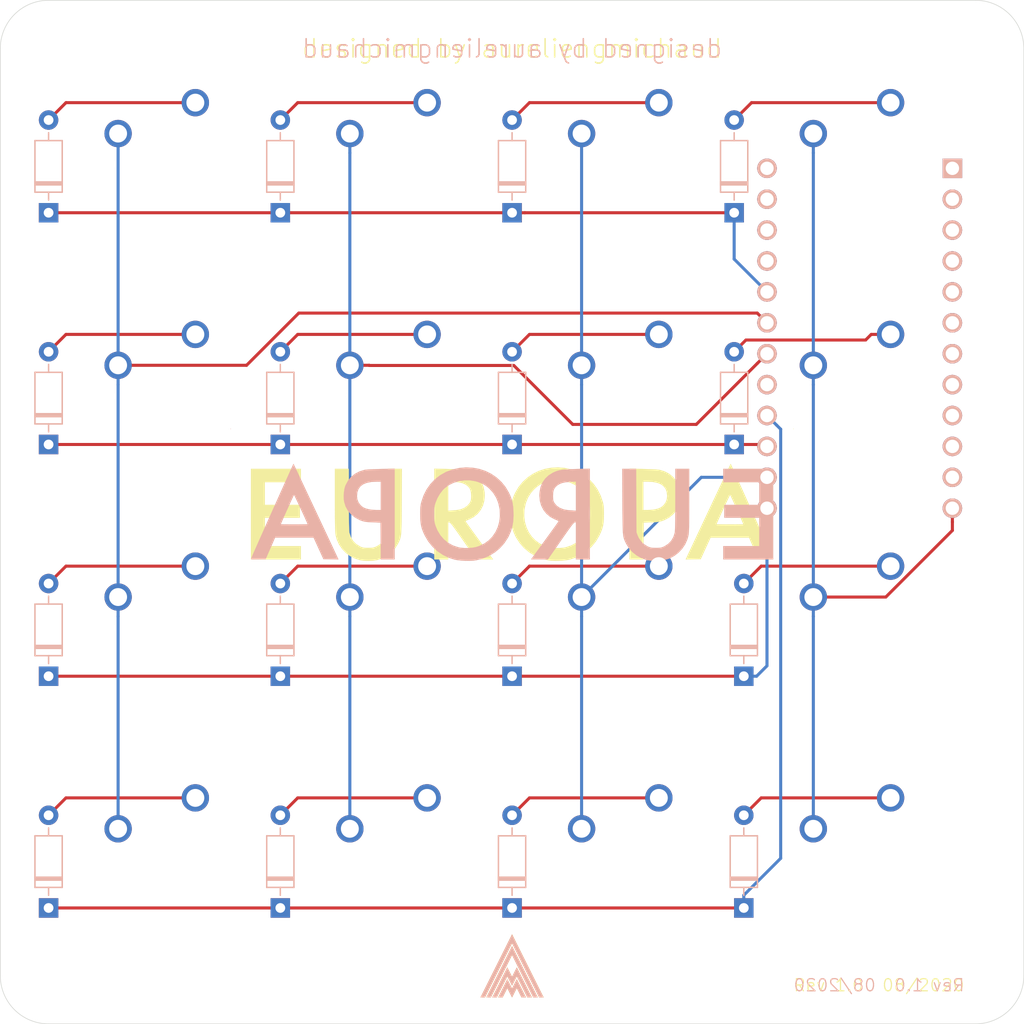
<source format=kicad_pcb>
(kicad_pcb (version 20171130) (host pcbnew "(5.1.6)-1")

  (general
    (thickness 1.6)
    (drawings 12)
    (tracks 98)
    (zones 0)
    (modules 37)
    (nets 41)
  )

  (page A4)
  (layers
    (0 F.Cu signal)
    (31 B.Cu signal)
    (32 B.Adhes user)
    (33 F.Adhes user)
    (34 B.Paste user)
    (35 F.Paste user)
    (36 B.SilkS user)
    (37 F.SilkS user)
    (38 B.Mask user)
    (39 F.Mask user)
    (40 Dwgs.User user)
    (41 Cmts.User user)
    (42 Eco1.User user)
    (43 Eco2.User user)
    (44 Edge.Cuts user)
    (45 Margin user)
    (46 B.CrtYd user)
    (47 F.CrtYd user)
    (48 B.Fab user)
    (49 F.Fab user)
  )

  (setup
    (last_trace_width 0.25)
    (trace_clearance 0.2)
    (zone_clearance 0.508)
    (zone_45_only no)
    (trace_min 0.2)
    (via_size 0.8)
    (via_drill 0.4)
    (via_min_size 0.4)
    (via_min_drill 0.3)
    (uvia_size 0.3)
    (uvia_drill 0.1)
    (uvias_allowed no)
    (uvia_min_size 0.2)
    (uvia_min_drill 0.1)
    (edge_width 0.05)
    (segment_width 0.2)
    (pcb_text_width 0.3)
    (pcb_text_size 1.5 1.5)
    (mod_edge_width 0.12)
    (mod_text_size 1 1)
    (mod_text_width 0.15)
    (pad_size 1.524 1.524)
    (pad_drill 0.762)
    (pad_to_mask_clearance 0.051)
    (solder_mask_min_width 0.25)
    (aux_axis_origin 0 0)
    (visible_elements 7FFFFFFF)
    (pcbplotparams
      (layerselection 0x010f0_ffffffff)
      (usegerberextensions true)
      (usegerberattributes false)
      (usegerberadvancedattributes false)
      (creategerberjobfile false)
      (excludeedgelayer true)
      (linewidth 0.100000)
      (plotframeref false)
      (viasonmask false)
      (mode 1)
      (useauxorigin false)
      (hpglpennumber 1)
      (hpglpenspeed 20)
      (hpglpendiameter 15.000000)
      (psnegative false)
      (psa4output false)
      (plotreference true)
      (plotvalue true)
      (plotinvisibletext false)
      (padsonsilk false)
      (subtractmaskfromsilk true)
      (outputformat 1)
      (mirror false)
      (drillshape 0)
      (scaleselection 1)
      (outputdirectory "Gerbers/"))
  )

  (net 0 "")
  (net 1 "Net-(D1-Pad2)")
  (net 2 R0)
  (net 3 "Net-(D2-Pad2)")
  (net 4 "Net-(D3-Pad2)")
  (net 5 "Net-(D4-Pad2)")
  (net 6 "Net-(D5-Pad2)")
  (net 7 R1)
  (net 8 "Net-(D6-Pad2)")
  (net 9 "Net-(D7-Pad2)")
  (net 10 "Net-(D8-Pad2)")
  (net 11 "Net-(D9-Pad2)")
  (net 12 R2)
  (net 13 "Net-(D10-Pad2)")
  (net 14 "Net-(D11-Pad2)")
  (net 15 "Net-(D12-Pad2)")
  (net 16 "Net-(D13-Pad2)")
  (net 17 R3)
  (net 18 "Net-(D14-Pad2)")
  (net 19 "Net-(D15-Pad2)")
  (net 20 "Net-(D16-Pad2)")
  (net 21 C0)
  (net 22 C1)
  (net 23 C2)
  (net 24 C3)
  (net 25 "Net-(U1-Pad24)")
  (net 26 "Net-(U1-Pad23)")
  (net 27 "Net-(U1-Pad22)")
  (net 28 "Net-(U1-Pad21)")
  (net 29 "Net-(U1-Pad17)")
  (net 30 "Net-(U1-Pad11)")
  (net 31 "Net-(U1-Pad10)")
  (net 32 "Net-(U1-Pad9)")
  (net 33 "Net-(U1-Pad8)")
  (net 34 "Net-(U1-Pad7)")
  (net 35 "Net-(U1-Pad6)")
  (net 36 "Net-(U1-Pad5)")
  (net 37 "Net-(U1-Pad4)")
  (net 38 "Net-(U1-Pad3)")
  (net 39 "Net-(U1-Pad2)")
  (net 40 "Net-(U1-Pad1)")

  (net_class Default "Ceci est la Netclass par défaut."
    (clearance 0.2)
    (trace_width 0.25)
    (via_dia 0.8)
    (via_drill 0.4)
    (uvia_dia 0.3)
    (uvia_drill 0.1)
    (add_net C0)
    (add_net C1)
    (add_net C2)
    (add_net C3)
    (add_net "Net-(D1-Pad2)")
    (add_net "Net-(D10-Pad2)")
    (add_net "Net-(D11-Pad2)")
    (add_net "Net-(D12-Pad2)")
    (add_net "Net-(D13-Pad2)")
    (add_net "Net-(D14-Pad2)")
    (add_net "Net-(D15-Pad2)")
    (add_net "Net-(D16-Pad2)")
    (add_net "Net-(D2-Pad2)")
    (add_net "Net-(D3-Pad2)")
    (add_net "Net-(D4-Pad2)")
    (add_net "Net-(D5-Pad2)")
    (add_net "Net-(D6-Pad2)")
    (add_net "Net-(D7-Pad2)")
    (add_net "Net-(D8-Pad2)")
    (add_net "Net-(D9-Pad2)")
    (add_net "Net-(U1-Pad1)")
    (add_net "Net-(U1-Pad10)")
    (add_net "Net-(U1-Pad11)")
    (add_net "Net-(U1-Pad17)")
    (add_net "Net-(U1-Pad2)")
    (add_net "Net-(U1-Pad21)")
    (add_net "Net-(U1-Pad22)")
    (add_net "Net-(U1-Pad23)")
    (add_net "Net-(U1-Pad24)")
    (add_net "Net-(U1-Pad3)")
    (add_net "Net-(U1-Pad4)")
    (add_net "Net-(U1-Pad5)")
    (add_net "Net-(U1-Pad6)")
    (add_net "Net-(U1-Pad7)")
    (add_net "Net-(U1-Pad8)")
    (add_net "Net-(U1-Pad9)")
    (add_net R0)
    (add_net R1)
    (add_net R2)
    (add_net R3)
  )

  (module Logos:AM_Logo_5,8mm (layer B.Cu) (tedit 0) (tstamp 5F3F3723)
    (at 109.5375 130.96875 180)
    (fp_text reference G*** (at 0 0) (layer B.SilkS) hide
      (effects (font (size 1.524 1.524) (thickness 0.3)) (justify mirror))
    )
    (fp_text value LOGO (at 0.75 0) (layer B.SilkS) hide
      (effects (font (size 1.524 1.524) (thickness 0.3)) (justify mirror))
    )
    (fp_poly (pts (xy -2.881923 -2.884366) (xy -2.884365 -2.886808) (xy -2.886807 -2.884366) (xy -2.884365 -2.881923)
      (xy -2.881923 -2.884366)) (layer B.SilkS) (width 0.01))
    (fp_poly (pts (xy 0.005206 2.59274) (xy 0.011667 2.579857) (xy 0.022256 2.558717) (xy 0.036853 2.529559)
      (xy 0.055339 2.492624) (xy 0.077592 2.448151) (xy 0.103494 2.396381) (xy 0.132923 2.337553)
      (xy 0.165761 2.271909) (xy 0.201886 2.199688) (xy 0.241178 2.12113) (xy 0.283518 2.036475)
      (xy 0.328786 1.945964) (xy 0.376861 1.849836) (xy 0.427623 1.748332) (xy 0.480952 1.641692)
      (xy 0.536728 1.530156) (xy 0.594832 1.413964) (xy 0.655142 1.293356) (xy 0.717539 1.168573)
      (xy 0.781903 1.039854) (xy 0.848113 0.90744) (xy 0.91605 0.77157) (xy 0.985594 0.632486)
      (xy 1.056624 0.490426) (xy 1.12902 0.345632) (xy 1.202662 0.198343) (xy 1.27743 0.048799)
      (xy 1.301218 0.001221) (xy 2.598617 -2.593731) (xy 2.234703 -2.593731) (xy 1.121015 -0.365979)
      (xy 1.051465 -0.226864) (xy 0.983001 -0.089942) (xy 0.915755 0.044528) (xy 0.849855 0.176287)
      (xy 0.785433 0.305074) (xy 0.722618 0.43063) (xy 0.661539 0.552697) (xy 0.602328 0.671014)
      (xy 0.545114 0.785322) (xy 0.490026 0.895361) (xy 0.437195 1.000873) (xy 0.386751 1.101598)
      (xy 0.338824 1.197276) (xy 0.293544 1.287648) (xy 0.251041 1.372454) (xy 0.211444 1.451435)
      (xy 0.174884 1.524332) (xy 0.141491 1.590885) (xy 0.111394 1.650835) (xy 0.084724 1.703922)
      (xy 0.061611 1.749887) (xy 0.042184 1.788471) (xy 0.026574 1.819413) (xy 0.01491 1.842455)
      (xy 0.007323 1.857337) (xy 0.003943 1.8638) (xy 0.003773 1.864068) (xy 0.001389 1.859886)
      (xy -0.005232 1.847223) (xy -0.015958 1.826337) (xy -0.03066 1.797488) (xy -0.049209 1.760934)
      (xy -0.071474 1.716933) (xy -0.097326 1.665745) (xy -0.126634 1.607627) (xy -0.159269 1.542838)
      (xy -0.195101 1.471638) (xy -0.234 1.394284) (xy -0.275837 1.311036) (xy -0.32048 1.222151)
      (xy -0.367802 1.127889) (xy -0.417671 1.028508) (xy -0.469958 0.924267) (xy -0.524533 0.815424)
      (xy -0.581266 0.702237) (xy -0.640028 0.584967) (xy -0.700688 0.46387) (xy -0.763116 0.339207)
      (xy -0.827184 0.211234) (xy -0.89276 0.080212) (xy -0.959715 -0.053602) (xy -1.02792 -0.189949)
      (xy -1.097244 -0.328569) (xy -1.114801 -0.363683) (xy -2.229822 -2.593731) (xy -2.593729 -2.593731)
      (xy -1.295781 0.002172) (xy -1.220669 0.152391) (xy -1.146646 0.300425) (xy -1.073831 0.446034)
      (xy -1.002344 0.588979) (xy -0.932305 0.72902) (xy -0.863835 0.865916) (xy -0.797053 0.999428)
      (xy -0.73208 1.129317) (xy -0.669034 1.255342) (xy -0.608038 1.377263) (xy -0.54921 1.49484)
      (xy -0.49267 1.607835) (xy -0.438539 1.716006) (xy -0.386937 1.819114) (xy -0.337984 1.916919)
      (xy -0.291799 2.009182) (xy -0.248504 2.095662) (xy -0.208217 2.176119) (xy -0.171059 2.250314)
      (xy -0.13715 2.318007) (xy -0.10661 2.378958) (xy -0.079559 2.432927) (xy -0.056118 2.479674)
      (xy -0.036405 2.51896) (xy -0.020542 2.550544) (xy -0.008648 2.574187) (xy -0.000844 2.589648)
      (xy 0.002752 2.596689) (xy 0.002994 2.597124) (xy 0.005206 2.59274)) (layer B.SilkS) (width 0.01))
    (fp_poly (pts (xy 1.055417 -0.478695) (xy 1.123077 -0.613977) (xy 1.189633 -0.747066) (xy 1.254953 -0.877694)
      (xy 1.318902 -1.005594) (xy 1.381348 -1.130499) (xy 1.442157 -1.252144) (xy 1.501196 -1.37026)
      (xy 1.558332 -1.48458) (xy 1.613431 -1.594839) (xy 1.666361 -1.700769) (xy 1.716987 -1.802103)
      (xy 1.765177 -1.898575) (xy 1.810798 -1.989917) (xy 1.853715 -2.075863) (xy 1.893796 -2.156146)
      (xy 1.930908 -2.230498) (xy 1.964917 -2.298654) (xy 1.995689 -2.360345) (xy 2.023093 -2.415306)
      (xy 2.046993 -2.46327) (xy 2.067258 -2.503969) (xy 2.083754 -2.537137) (xy 2.096347 -2.562506)
      (xy 2.104905 -2.579811) (xy 2.109293 -2.588784) (xy 2.109883 -2.590068) (xy 2.105241 -2.590897)
      (xy 2.091902 -2.591661) (xy 2.07094 -2.592337) (xy 2.043428 -2.592904) (xy 2.010438 -2.59334)
      (xy 1.973044 -2.593622) (xy 1.932318 -2.59373) (xy 1.929425 -2.593731) (xy 1.748695 -2.593731)
      (xy 0.876789 -0.849923) (xy 0.815312 -0.726983) (xy 0.754942 -0.606278) (xy 0.695824 -0.488101)
      (xy 0.638105 -0.372743) (xy 0.581932 -0.2605) (xy 0.527452 -0.151662) (xy 0.474811 -0.046523)
      (xy 0.424158 0.054624) (xy 0.375637 0.151486) (xy 0.329397 0.243771) (xy 0.285584 0.331185)
      (xy 0.244344 0.413437) (xy 0.205826 0.490232) (xy 0.170174 0.561279) (xy 0.137538 0.626284)
      (xy 0.108062 0.684955) (xy 0.081894 0.736999) (xy 0.059181 0.782122) (xy 0.04007 0.820033)
      (xy 0.024707 0.850438) (xy 0.013239 0.873044) (xy 0.005813 0.887559) (xy 0.002577 0.89369)
      (xy 0.002442 0.893884) (xy 0.00011 0.889564) (xy -0.006442 0.876797) (xy -0.017068 0.855877)
      (xy -0.031619 0.827096) (xy -0.04995 0.790748) (xy -0.071914 0.747125) (xy -0.097364 0.69652)
      (xy -0.126152 0.639226) (xy -0.158133 0.575536) (xy -0.193159 0.505742) (xy -0.231084 0.430137)
      (xy -0.271761 0.349015) (xy -0.315042 0.262667) (xy -0.360781 0.171388) (xy -0.408832 0.075469)
      (xy -0.459047 -0.024797) (xy -0.511279 -0.129116) (xy -0.565383 -0.237196) (xy -0.62121 -0.348744)
      (xy -0.678614 -0.463467) (xy -0.737449 -0.581073) (xy -0.797567 -0.701268) (xy -0.858822 -0.82376)
      (xy -0.871904 -0.849923) (xy -1.74381 -2.593731) (xy -2.110156 -2.593731) (xy -1.054467 -0.482358)
      (xy 0.001221 1.629015) (xy 1.055417 -0.478695)) (layer B.SilkS) (width 0.01))
    (fp_poly (pts (xy -0.19344 -0.507004) (xy -0.164731 -0.564315) (xy -0.13723 -0.619015) (xy -0.111251 -0.670487)
      (xy -0.087112 -0.718115) (xy -0.065128 -0.761281) (xy -0.045616 -0.799367) (xy -0.028892 -0.831757)
      (xy -0.015271 -0.857832) (xy -0.005072 -0.876976) (xy 0.001392 -0.888572) (xy 0.003778 -0.892036)
      (xy 0.006443 -0.887422) (xy 0.013143 -0.874694) (xy 0.023559 -0.854486) (xy 0.037372 -0.827428)
      (xy 0.054262 -0.794152) (xy 0.073909 -0.755291) (xy 0.095995 -0.711476) (xy 0.120199 -0.663339)
      (xy 0.146203 -0.611511) (xy 0.173686 -0.556625) (xy 0.197802 -0.508377) (xy 0.226255 -0.451462)
      (xy 0.253477 -0.397118) (xy 0.279151 -0.345971) (xy 0.302959 -0.298648) (xy 0.324586 -0.255775)
      (xy 0.343712 -0.217979) (xy 0.360023 -0.185887) (xy 0.373199 -0.160126) (xy 0.382925 -0.141323)
      (xy 0.388883 -0.130105) (xy 0.390749 -0.127) (xy 0.393112 -0.131312) (xy 0.399665 -0.144015)
      (xy 0.410235 -0.164761) (xy 0.424646 -0.193201) (xy 0.442724 -0.228989) (xy 0.464294 -0.271774)
      (xy 0.48918 -0.32121) (xy 0.517209 -0.376947) (xy 0.548205 -0.438639) (xy 0.581993 -0.505936)
      (xy 0.618399 -0.57849) (xy 0.657249 -0.655953) (xy 0.698366 -0.737976) (xy 0.741576 -0.824213)
      (xy 0.786706 -0.914314) (xy 0.833578 -1.00793) (xy 0.88202 -1.104715) (xy 0.931856 -1.20432)
      (xy 0.982911 -1.306396) (xy 1.009898 -1.360366) (xy 1.626575 -2.593731) (xy 1.262651 -2.593731)
      (xy 0.827943 -1.724269) (xy 0.784685 -1.637774) (xy 0.742582 -1.553635) (xy 0.701842 -1.472268)
      (xy 0.662674 -1.394088) (xy 0.625287 -1.319509) (xy 0.589889 -1.248946) (xy 0.556688 -1.182815)
      (xy 0.525894 -1.121529) (xy 0.497715 -1.065503) (xy 0.472358 -1.015153) (xy 0.450034 -0.970894)
      (xy 0.43095 -0.933139) (xy 0.415315 -0.902304) (xy 0.403338 -0.878803) (xy 0.395227 -0.863052)
      (xy 0.39119 -0.855464) (xy 0.390766 -0.854808) (xy 0.388266 -0.859076) (xy 0.381723 -0.871463)
      (xy 0.371453 -0.891348) (xy 0.357769 -0.918108) (xy 0.340989 -0.951118) (xy 0.321427 -0.989757)
      (xy 0.299399 -1.033402) (xy 0.27522 -1.08143) (xy 0.249205 -1.133217) (xy 0.221671 -1.188141)
      (xy 0.19536 -1.240721) (xy 0.002422 -1.626635) (xy -0.190485 -1.240721) (xy -0.219132 -1.183468)
      (xy -0.246549 -1.12878) (xy -0.272419 -1.077281) (xy -0.296429 -1.029593) (xy -0.318261 -0.986341)
      (xy -0.337602 -0.948146) (xy -0.354135 -0.915632) (xy -0.367546 -0.889421) (xy -0.377518 -0.870136)
      (xy -0.383737 -0.858401) (xy -0.385871 -0.854808) (xy -0.388268 -0.859109) (xy -0.39482 -0.871735)
      (xy -0.40532 -0.892272) (xy -0.419559 -0.920305) (xy -0.437327 -0.955419) (xy -0.458417 -0.997198)
      (xy -0.48262 -1.04523) (xy -0.509727 -1.099098) (xy -0.53953 -1.158388) (xy -0.571821 -1.222685)
      (xy -0.60639 -1.291574) (xy -0.643029 -1.36464) (xy -0.681529 -1.44147) (xy -0.721683 -1.521647)
      (xy -0.763281 -1.604757) (xy -0.806115 -1.690386) (xy -0.823057 -1.724269) (xy -1.257766 -2.593731)
      (xy -1.439729 -2.593731) (xy -1.480789 -2.593636) (xy -1.518594 -2.593366) (xy -1.552077 -2.592943)
      (xy -1.580166 -2.592388) (xy -1.601794 -2.591722) (xy -1.61589 -2.590968) (xy -1.621386 -2.590146)
      (xy -1.621422 -2.590068) (xy -1.619241 -2.585448) (xy -1.612863 -2.572442) (xy -1.60246 -2.551399)
      (xy -1.588207 -2.522668) (xy -1.570279 -2.486599) (xy -1.54885 -2.443541) (xy -1.524094 -2.393843)
      (xy -1.496186 -2.337855) (xy -1.465299 -2.275927) (xy -1.431609 -2.208406) (xy -1.39529 -2.135644)
      (xy -1.356516 -2.05799) (xy -1.315461 -1.975792) (xy -1.272299 -1.8894) (xy -1.227206 -1.799163)
      (xy -1.180356 -1.705432) (xy -1.131922 -1.608555) (xy -1.082079 -1.508882) (xy -1.031001 -1.406761)
      (xy -1.00413 -1.353047) (xy -0.38711 -0.119689) (xy -0.19344 -0.507004)) (layer B.SilkS) (width 0.01))
    (fp_poly (pts (xy 0.763833 -1.840282) (xy 0.803928 -1.920485) (xy 0.842828 -1.998324) (xy 0.88031 -2.073352)
      (xy 0.916148 -2.14512) (xy 0.950121 -2.213179) (xy 0.982005 -2.277079) (xy 1.011575 -2.336374)
      (xy 1.038608 -2.390612) (xy 1.062881 -2.439347) (xy 1.08417 -2.48213) (xy 1.102251 -2.518511)
      (xy 1.1169 -2.548042) (xy 1.127895 -2.570274) (xy 1.135011 -2.584758) (xy 1.138025 -2.591046)
      (xy 1.138116 -2.591282) (xy 1.13341 -2.591837) (xy 1.120011 -2.592347) (xy 1.098992 -2.592799)
      (xy 1.07143 -2.593178) (xy 1.038398 -2.59347) (xy 1.000973 -2.593658) (xy 0.960229 -2.593731)
      (xy 0.776646 -2.593731) (xy 0.584943 -2.210289) (xy 0.556386 -2.153223) (xy 0.529059 -2.098725)
      (xy 0.503281 -2.04742) (xy 0.479366 -1.999933) (xy 0.457632 -1.956888) (xy 0.438395 -1.918911)
      (xy 0.421972 -1.886626) (xy 0.408679 -1.860658) (xy 0.398833 -1.841632) (xy 0.392749 -1.830174)
      (xy 0.390759 -1.826846) (xy 0.388257 -1.831114) (xy 0.381717 -1.8435) (xy 0.371457 -1.863378)
      (xy 0.357793 -1.890119) (xy 0.341043 -1.923099) (xy 0.321523 -1.961689) (xy 0.299551 -2.005264)
      (xy 0.275445 -2.053195) (xy 0.24952 -2.104858) (xy 0.222095 -2.159624) (xy 0.197802 -2.208223)
      (xy 0.169319 -2.265199) (xy 0.142045 -2.31965) (xy 0.116301 -2.370945) (xy 0.092406 -2.41845)
      (xy 0.070679 -2.461535) (xy 0.05144 -2.499567) (xy 0.035009 -2.531915) (xy 0.021704 -2.557947)
      (xy 0.011846 -2.577032) (xy 0.005754 -2.588536) (xy 0.003778 -2.591882) (xy 0.001121 -2.587956)
      (xy -0.005571 -2.5759) (xy -0.015981 -2.556331) (xy -0.029792 -2.529867) (xy -0.046689 -2.497126)
      (xy -0.066355 -2.458724) (xy -0.088475 -2.415278) (xy -0.112731 -2.367407) (xy -0.138808 -2.315728)
      (xy -0.166389 -2.260857) (xy -0.193443 -2.206845) (xy -0.387116 -1.819524) (xy -0.580649 -2.206627)
      (xy -0.774183 -2.593731) (xy -1.138122 -2.593731) (xy -0.763911 -1.845164) (xy -0.723813 -1.764961)
      (xy -0.684892 -1.687129) (xy -0.647373 -1.612117) (xy -0.611479 -1.540372) (xy -0.577436 -1.472343)
      (xy -0.545469 -1.408478) (xy -0.5158 -1.349225) (xy -0.488657 -1.295033) (xy -0.464262 -1.246351)
      (xy -0.44284 -1.203626) (xy -0.424617 -1.167307) (xy -0.409816 -1.137842) (xy -0.398662 -1.11568)
      (xy -0.39138 -1.101268) (xy -0.388194 -1.095056) (xy -0.388068 -1.094837) (xy -0.385694 -1.09884)
      (xy -0.379275 -1.110968) (xy -0.369122 -1.130603) (xy -0.355549 -1.157129) (xy -0.338868 -1.189925)
      (xy -0.319393 -1.228376) (xy -0.297436 -1.271864) (xy -0.27331 -1.31977) (xy -0.247329 -1.371477)
      (xy -0.219805 -1.426367) (xy -0.192607 -1.480709) (xy 0.001221 -1.868341) (xy 0.195386 -1.480036)
      (xy 0.389551 -1.09173) (xy 0.763833 -1.840282)) (layer B.SilkS) (width 0.01))
  )

  (module Logos:AM_Logo_5,8mm (layer F.Cu) (tedit 0) (tstamp 5F3F342A)
    (at 109.5375 130.96875)
    (fp_text reference G*** (at 0 0) (layer F.SilkS) hide
      (effects (font (size 1.524 1.524) (thickness 0.3)))
    )
    (fp_text value LOGO (at 0.75 0) (layer F.SilkS) hide
      (effects (font (size 1.524 1.524) (thickness 0.3)))
    )
    (fp_poly (pts (xy -2.881923 2.884366) (xy -2.884365 2.886808) (xy -2.886807 2.884366) (xy -2.884365 2.881923)
      (xy -2.881923 2.884366)) (layer F.SilkS) (width 0.01))
    (fp_poly (pts (xy 0.005206 -2.59274) (xy 0.011667 -2.579857) (xy 0.022256 -2.558717) (xy 0.036853 -2.529559)
      (xy 0.055339 -2.492624) (xy 0.077592 -2.448151) (xy 0.103494 -2.396381) (xy 0.132923 -2.337553)
      (xy 0.165761 -2.271909) (xy 0.201886 -2.199688) (xy 0.241178 -2.12113) (xy 0.283518 -2.036475)
      (xy 0.328786 -1.945964) (xy 0.376861 -1.849836) (xy 0.427623 -1.748332) (xy 0.480952 -1.641692)
      (xy 0.536728 -1.530156) (xy 0.594832 -1.413964) (xy 0.655142 -1.293356) (xy 0.717539 -1.168573)
      (xy 0.781903 -1.039854) (xy 0.848113 -0.90744) (xy 0.91605 -0.77157) (xy 0.985594 -0.632486)
      (xy 1.056624 -0.490426) (xy 1.12902 -0.345632) (xy 1.202662 -0.198343) (xy 1.27743 -0.048799)
      (xy 1.301218 -0.001221) (xy 2.598617 2.593731) (xy 2.234703 2.593731) (xy 1.121015 0.365979)
      (xy 1.051465 0.226864) (xy 0.983001 0.089942) (xy 0.915755 -0.044528) (xy 0.849855 -0.176287)
      (xy 0.785433 -0.305074) (xy 0.722618 -0.43063) (xy 0.661539 -0.552697) (xy 0.602328 -0.671014)
      (xy 0.545114 -0.785322) (xy 0.490026 -0.895361) (xy 0.437195 -1.000873) (xy 0.386751 -1.101598)
      (xy 0.338824 -1.197276) (xy 0.293544 -1.287648) (xy 0.251041 -1.372454) (xy 0.211444 -1.451435)
      (xy 0.174884 -1.524332) (xy 0.141491 -1.590885) (xy 0.111394 -1.650835) (xy 0.084724 -1.703922)
      (xy 0.061611 -1.749887) (xy 0.042184 -1.788471) (xy 0.026574 -1.819413) (xy 0.01491 -1.842455)
      (xy 0.007323 -1.857337) (xy 0.003943 -1.8638) (xy 0.003773 -1.864068) (xy 0.001389 -1.859886)
      (xy -0.005232 -1.847223) (xy -0.015958 -1.826337) (xy -0.03066 -1.797488) (xy -0.049209 -1.760934)
      (xy -0.071474 -1.716933) (xy -0.097326 -1.665745) (xy -0.126634 -1.607627) (xy -0.159269 -1.542838)
      (xy -0.195101 -1.471638) (xy -0.234 -1.394284) (xy -0.275837 -1.311036) (xy -0.32048 -1.222151)
      (xy -0.367802 -1.127889) (xy -0.417671 -1.028508) (xy -0.469958 -0.924267) (xy -0.524533 -0.815424)
      (xy -0.581266 -0.702237) (xy -0.640028 -0.584967) (xy -0.700688 -0.46387) (xy -0.763116 -0.339207)
      (xy -0.827184 -0.211234) (xy -0.89276 -0.080212) (xy -0.959715 0.053602) (xy -1.02792 0.189949)
      (xy -1.097244 0.328569) (xy -1.114801 0.363683) (xy -2.229822 2.593731) (xy -2.593729 2.593731)
      (xy -1.295781 -0.002172) (xy -1.220669 -0.152391) (xy -1.146646 -0.300425) (xy -1.073831 -0.446034)
      (xy -1.002344 -0.588979) (xy -0.932305 -0.72902) (xy -0.863835 -0.865916) (xy -0.797053 -0.999428)
      (xy -0.73208 -1.129317) (xy -0.669034 -1.255342) (xy -0.608038 -1.377263) (xy -0.54921 -1.49484)
      (xy -0.49267 -1.607835) (xy -0.438539 -1.716006) (xy -0.386937 -1.819114) (xy -0.337984 -1.916919)
      (xy -0.291799 -2.009182) (xy -0.248504 -2.095662) (xy -0.208217 -2.176119) (xy -0.171059 -2.250314)
      (xy -0.13715 -2.318007) (xy -0.10661 -2.378958) (xy -0.079559 -2.432927) (xy -0.056118 -2.479674)
      (xy -0.036405 -2.51896) (xy -0.020542 -2.550544) (xy -0.008648 -2.574187) (xy -0.000844 -2.589648)
      (xy 0.002752 -2.596689) (xy 0.002994 -2.597124) (xy 0.005206 -2.59274)) (layer F.SilkS) (width 0.01))
    (fp_poly (pts (xy 1.055417 0.478695) (xy 1.123077 0.613977) (xy 1.189633 0.747066) (xy 1.254953 0.877694)
      (xy 1.318902 1.005594) (xy 1.381348 1.130499) (xy 1.442157 1.252144) (xy 1.501196 1.37026)
      (xy 1.558332 1.48458) (xy 1.613431 1.594839) (xy 1.666361 1.700769) (xy 1.716987 1.802103)
      (xy 1.765177 1.898575) (xy 1.810798 1.989917) (xy 1.853715 2.075863) (xy 1.893796 2.156146)
      (xy 1.930908 2.230498) (xy 1.964917 2.298654) (xy 1.995689 2.360345) (xy 2.023093 2.415306)
      (xy 2.046993 2.46327) (xy 2.067258 2.503969) (xy 2.083754 2.537137) (xy 2.096347 2.562506)
      (xy 2.104905 2.579811) (xy 2.109293 2.588784) (xy 2.109883 2.590068) (xy 2.105241 2.590897)
      (xy 2.091902 2.591661) (xy 2.07094 2.592337) (xy 2.043428 2.592904) (xy 2.010438 2.59334)
      (xy 1.973044 2.593622) (xy 1.932318 2.59373) (xy 1.929425 2.593731) (xy 1.748695 2.593731)
      (xy 0.876789 0.849923) (xy 0.815312 0.726983) (xy 0.754942 0.606278) (xy 0.695824 0.488101)
      (xy 0.638105 0.372743) (xy 0.581932 0.2605) (xy 0.527452 0.151662) (xy 0.474811 0.046523)
      (xy 0.424158 -0.054624) (xy 0.375637 -0.151486) (xy 0.329397 -0.243771) (xy 0.285584 -0.331185)
      (xy 0.244344 -0.413437) (xy 0.205826 -0.490232) (xy 0.170174 -0.561279) (xy 0.137538 -0.626284)
      (xy 0.108062 -0.684955) (xy 0.081894 -0.736999) (xy 0.059181 -0.782122) (xy 0.04007 -0.820033)
      (xy 0.024707 -0.850438) (xy 0.013239 -0.873044) (xy 0.005813 -0.887559) (xy 0.002577 -0.89369)
      (xy 0.002442 -0.893884) (xy 0.00011 -0.889564) (xy -0.006442 -0.876797) (xy -0.017068 -0.855877)
      (xy -0.031619 -0.827096) (xy -0.04995 -0.790748) (xy -0.071914 -0.747125) (xy -0.097364 -0.69652)
      (xy -0.126152 -0.639226) (xy -0.158133 -0.575536) (xy -0.193159 -0.505742) (xy -0.231084 -0.430137)
      (xy -0.271761 -0.349015) (xy -0.315042 -0.262667) (xy -0.360781 -0.171388) (xy -0.408832 -0.075469)
      (xy -0.459047 0.024797) (xy -0.511279 0.129116) (xy -0.565383 0.237196) (xy -0.62121 0.348744)
      (xy -0.678614 0.463467) (xy -0.737449 0.581073) (xy -0.797567 0.701268) (xy -0.858822 0.82376)
      (xy -0.871904 0.849923) (xy -1.74381 2.593731) (xy -2.110156 2.593731) (xy -1.054467 0.482358)
      (xy 0.001221 -1.629015) (xy 1.055417 0.478695)) (layer F.SilkS) (width 0.01))
    (fp_poly (pts (xy -0.19344 0.507004) (xy -0.164731 0.564315) (xy -0.13723 0.619015) (xy -0.111251 0.670487)
      (xy -0.087112 0.718115) (xy -0.065128 0.761281) (xy -0.045616 0.799367) (xy -0.028892 0.831757)
      (xy -0.015271 0.857832) (xy -0.005072 0.876976) (xy 0.001392 0.888572) (xy 0.003778 0.892036)
      (xy 0.006443 0.887422) (xy 0.013143 0.874694) (xy 0.023559 0.854486) (xy 0.037372 0.827428)
      (xy 0.054262 0.794152) (xy 0.073909 0.755291) (xy 0.095995 0.711476) (xy 0.120199 0.663339)
      (xy 0.146203 0.611511) (xy 0.173686 0.556625) (xy 0.197802 0.508377) (xy 0.226255 0.451462)
      (xy 0.253477 0.397118) (xy 0.279151 0.345971) (xy 0.302959 0.298648) (xy 0.324586 0.255775)
      (xy 0.343712 0.217979) (xy 0.360023 0.185887) (xy 0.373199 0.160126) (xy 0.382925 0.141323)
      (xy 0.388883 0.130105) (xy 0.390749 0.127) (xy 0.393112 0.131312) (xy 0.399665 0.144015)
      (xy 0.410235 0.164761) (xy 0.424646 0.193201) (xy 0.442724 0.228989) (xy 0.464294 0.271774)
      (xy 0.48918 0.32121) (xy 0.517209 0.376947) (xy 0.548205 0.438639) (xy 0.581993 0.505936)
      (xy 0.618399 0.57849) (xy 0.657249 0.655953) (xy 0.698366 0.737976) (xy 0.741576 0.824213)
      (xy 0.786706 0.914314) (xy 0.833578 1.00793) (xy 0.88202 1.104715) (xy 0.931856 1.20432)
      (xy 0.982911 1.306396) (xy 1.009898 1.360366) (xy 1.626575 2.593731) (xy 1.262651 2.593731)
      (xy 0.827943 1.724269) (xy 0.784685 1.637774) (xy 0.742582 1.553635) (xy 0.701842 1.472268)
      (xy 0.662674 1.394088) (xy 0.625287 1.319509) (xy 0.589889 1.248946) (xy 0.556688 1.182815)
      (xy 0.525894 1.121529) (xy 0.497715 1.065503) (xy 0.472358 1.015153) (xy 0.450034 0.970894)
      (xy 0.43095 0.933139) (xy 0.415315 0.902304) (xy 0.403338 0.878803) (xy 0.395227 0.863052)
      (xy 0.39119 0.855464) (xy 0.390766 0.854808) (xy 0.388266 0.859076) (xy 0.381723 0.871463)
      (xy 0.371453 0.891348) (xy 0.357769 0.918108) (xy 0.340989 0.951118) (xy 0.321427 0.989757)
      (xy 0.299399 1.033402) (xy 0.27522 1.08143) (xy 0.249205 1.133217) (xy 0.221671 1.188141)
      (xy 0.19536 1.240721) (xy 0.002422 1.626635) (xy -0.190485 1.240721) (xy -0.219132 1.183468)
      (xy -0.246549 1.12878) (xy -0.272419 1.077281) (xy -0.296429 1.029593) (xy -0.318261 0.986341)
      (xy -0.337602 0.948146) (xy -0.354135 0.915632) (xy -0.367546 0.889421) (xy -0.377518 0.870136)
      (xy -0.383737 0.858401) (xy -0.385871 0.854808) (xy -0.388268 0.859109) (xy -0.39482 0.871735)
      (xy -0.40532 0.892272) (xy -0.419559 0.920305) (xy -0.437327 0.955419) (xy -0.458417 0.997198)
      (xy -0.48262 1.04523) (xy -0.509727 1.099098) (xy -0.53953 1.158388) (xy -0.571821 1.222685)
      (xy -0.60639 1.291574) (xy -0.643029 1.36464) (xy -0.681529 1.44147) (xy -0.721683 1.521647)
      (xy -0.763281 1.604757) (xy -0.806115 1.690386) (xy -0.823057 1.724269) (xy -1.257766 2.593731)
      (xy -1.439729 2.593731) (xy -1.480789 2.593636) (xy -1.518594 2.593366) (xy -1.552077 2.592943)
      (xy -1.580166 2.592388) (xy -1.601794 2.591722) (xy -1.61589 2.590968) (xy -1.621386 2.590146)
      (xy -1.621422 2.590068) (xy -1.619241 2.585448) (xy -1.612863 2.572442) (xy -1.60246 2.551399)
      (xy -1.588207 2.522668) (xy -1.570279 2.486599) (xy -1.54885 2.443541) (xy -1.524094 2.393843)
      (xy -1.496186 2.337855) (xy -1.465299 2.275927) (xy -1.431609 2.208406) (xy -1.39529 2.135644)
      (xy -1.356516 2.05799) (xy -1.315461 1.975792) (xy -1.272299 1.8894) (xy -1.227206 1.799163)
      (xy -1.180356 1.705432) (xy -1.131922 1.608555) (xy -1.082079 1.508882) (xy -1.031001 1.406761)
      (xy -1.00413 1.353047) (xy -0.38711 0.119689) (xy -0.19344 0.507004)) (layer F.SilkS) (width 0.01))
    (fp_poly (pts (xy 0.763833 1.840282) (xy 0.803928 1.920485) (xy 0.842828 1.998324) (xy 0.88031 2.073352)
      (xy 0.916148 2.14512) (xy 0.950121 2.213179) (xy 0.982005 2.277079) (xy 1.011575 2.336374)
      (xy 1.038608 2.390612) (xy 1.062881 2.439347) (xy 1.08417 2.48213) (xy 1.102251 2.518511)
      (xy 1.1169 2.548042) (xy 1.127895 2.570274) (xy 1.135011 2.584758) (xy 1.138025 2.591046)
      (xy 1.138116 2.591282) (xy 1.13341 2.591837) (xy 1.120011 2.592347) (xy 1.098992 2.592799)
      (xy 1.07143 2.593178) (xy 1.038398 2.59347) (xy 1.000973 2.593658) (xy 0.960229 2.593731)
      (xy 0.776646 2.593731) (xy 0.584943 2.210289) (xy 0.556386 2.153223) (xy 0.529059 2.098725)
      (xy 0.503281 2.04742) (xy 0.479366 1.999933) (xy 0.457632 1.956888) (xy 0.438395 1.918911)
      (xy 0.421972 1.886626) (xy 0.408679 1.860658) (xy 0.398833 1.841632) (xy 0.392749 1.830174)
      (xy 0.390759 1.826846) (xy 0.388257 1.831114) (xy 0.381717 1.8435) (xy 0.371457 1.863378)
      (xy 0.357793 1.890119) (xy 0.341043 1.923099) (xy 0.321523 1.961689) (xy 0.299551 2.005264)
      (xy 0.275445 2.053195) (xy 0.24952 2.104858) (xy 0.222095 2.159624) (xy 0.197802 2.208223)
      (xy 0.169319 2.265199) (xy 0.142045 2.31965) (xy 0.116301 2.370945) (xy 0.092406 2.41845)
      (xy 0.070679 2.461535) (xy 0.05144 2.499567) (xy 0.035009 2.531915) (xy 0.021704 2.557947)
      (xy 0.011846 2.577032) (xy 0.005754 2.588536) (xy 0.003778 2.591882) (xy 0.001121 2.587956)
      (xy -0.005571 2.5759) (xy -0.015981 2.556331) (xy -0.029792 2.529867) (xy -0.046689 2.497126)
      (xy -0.066355 2.458724) (xy -0.088475 2.415278) (xy -0.112731 2.367407) (xy -0.138808 2.315728)
      (xy -0.166389 2.260857) (xy -0.193443 2.206845) (xy -0.387116 1.819524) (xy -0.580649 2.206627)
      (xy -0.774183 2.593731) (xy -1.138122 2.593731) (xy -0.763911 1.845164) (xy -0.723813 1.764961)
      (xy -0.684892 1.687129) (xy -0.647373 1.612117) (xy -0.611479 1.540372) (xy -0.577436 1.472343)
      (xy -0.545469 1.408478) (xy -0.5158 1.349225) (xy -0.488657 1.295033) (xy -0.464262 1.246351)
      (xy -0.44284 1.203626) (xy -0.424617 1.167307) (xy -0.409816 1.137842) (xy -0.398662 1.11568)
      (xy -0.39138 1.101268) (xy -0.388194 1.095056) (xy -0.388068 1.094837) (xy -0.385694 1.09884)
      (xy -0.379275 1.110968) (xy -0.369122 1.130603) (xy -0.355549 1.157129) (xy -0.338868 1.189925)
      (xy -0.319393 1.228376) (xy -0.297436 1.271864) (xy -0.27331 1.31977) (xy -0.247329 1.371477)
      (xy -0.219805 1.426367) (xy -0.192607 1.480709) (xy 0.001221 1.868341) (xy 0.195386 1.480036)
      (xy 0.389551 1.09173) (xy 0.763833 1.840282)) (layer F.SilkS) (width 0.01))
  )

  (module Logos:Europa_Logo_13,8mm (layer B.Cu) (tedit 0) (tstamp 5F3DFE56)
    (at 109.5375 93.6625 180)
    (fp_text reference G*** (at 0 0) (layer B.SilkS) hide
      (effects (font (size 1.524 1.524) (thickness 0.3)) (justify mirror))
    )
    (fp_text value LOGO (at 0.75 0) (layer B.SilkS) hide
      (effects (font (size 1.524 1.524) (thickness 0.3)) (justify mirror))
    )
    (fp_poly (pts (xy 23.156333 6.836834) (xy 23.135166 6.815667) (xy 23.114 6.836834) (xy 23.135166 6.858)
      (xy 23.156333 6.836834)) (layer B.SilkS) (width 0.01))
    (fp_poly (pts (xy 17.985136 3.93211) (xy 18.03501 3.824989) (xy 18.113703 3.653075) (xy 18.218405 3.422644)
      (xy 18.346307 3.139975) (xy 18.4946 2.811343) (xy 18.660474 2.443026) (xy 18.841121 2.0413)
      (xy 19.033731 1.612442) (xy 19.235494 1.162729) (xy 19.443601 0.698438) (xy 19.655244 0.225847)
      (xy 19.867613 -0.248769) (xy 20.077899 -0.719133) (xy 20.283292 -1.178967) (xy 20.480983 -1.621994)
      (xy 20.668163 -2.041938) (xy 20.842023 -2.432522) (xy 20.999753 -2.787468) (xy 21.138544 -3.100501)
      (xy 21.255588 -3.365343) (xy 21.348073 -3.575717) (xy 21.413193 -3.725346) (xy 21.448136 -3.807954)
      (xy 21.453319 -3.821777) (xy 21.455647 -3.851152) (xy 21.435972 -3.871273) (xy 21.382002 -3.88347)
      (xy 21.281446 -3.889068) (xy 21.122013 -3.889395) (xy 20.891413 -3.885779) (xy 20.865277 -3.885277)
      (xy 20.257054 -3.8735) (xy 19.867958 -2.9845) (xy 19.478861 -2.0955) (xy 16.320927 -2.0955)
      (xy 15.914404 -2.9845) (xy 15.507882 -3.8735) (xy 14.888529 -3.885206) (xy 14.269176 -3.896913)
      (xy 14.431258 -3.54654) (xy 14.484592 -3.431884) (xy 14.567841 -3.253765) (xy 14.678034 -3.018494)
      (xy 14.812201 -2.732386) (xy 14.967372 -2.401753) (xy 15.140576 -2.032908) (xy 15.328844 -1.632164)
      (xy 15.529205 -1.205834) (xy 15.627428 -0.996898) (xy 16.806333 -0.996898) (xy 16.846813 -1.002022)
      (xy 16.960845 -1.006627) (xy 17.137312 -1.01052) (xy 17.365101 -1.013508) (xy 17.633096 -1.015397)
      (xy 17.907 -1.016) (xy 18.202278 -1.015514) (xy 18.467627 -1.014146) (xy 18.691932 -1.012029)
      (xy 18.864076 -1.009296) (xy 18.972945 -1.00608) (xy 19.007666 -1.002794) (xy 18.991133 -0.954274)
      (xy 18.944919 -0.841578) (xy 18.874105 -0.676012) (xy 18.783772 -0.468879) (xy 18.678998 -0.231485)
      (xy 18.564863 0.024867) (xy 18.446449 0.288873) (xy 18.328835 0.549226) (xy 18.2171 0.794624)
      (xy 18.116326 1.013763) (xy 18.031591 1.195336) (xy 17.967977 1.328041) (xy 17.930562 1.400573)
      (xy 17.92306 1.410746) (xy 17.900631 1.372644) (xy 17.84845 1.268755) (xy 17.771761 1.110389)
      (xy 17.675809 0.908853) (xy 17.565839 0.675456) (xy 17.447097 0.421506) (xy 17.324828 0.158312)
      (xy 17.204276 -0.102818) (xy 17.090687 -0.350576) (xy 16.989305 -0.573653) (xy 16.905377 -0.760741)
      (xy 16.844147 -0.900531) (xy 16.81086 -0.981716) (xy 16.806333 -0.996898) (xy 15.627428 -0.996898)
      (xy 15.738688 -0.760232) (xy 15.954324 -0.30167) (xy 16.173142 0.163538) (xy 16.392172 0.62908)
      (xy 16.608443 1.088642) (xy 16.818986 1.535912) (xy 17.02083 1.964575) (xy 17.211005 2.36832)
      (xy 17.386541 2.740833) (xy 17.544467 3.075801) (xy 17.681812 3.366911) (xy 17.795608 3.60785)
      (xy 17.882883 3.792304) (xy 17.940668 3.913961) (xy 17.965991 3.966508) (xy 17.966889 3.96816)
      (xy 17.985136 3.93211)) (layer B.SilkS) (width 0.01))
    (fp_poly (pts (xy 10.784416 3.542821) (xy 11.096718 3.534873) (xy 11.390755 3.524751) (xy 11.652965 3.513129)
      (xy 11.869788 3.500679) (xy 12.027662 3.488073) (xy 12.107919 3.477198) (xy 12.538209 3.344754)
      (xy 12.913309 3.148914) (xy 13.231613 2.891023) (xy 13.491515 2.572428) (xy 13.69141 2.194474)
      (xy 13.718461 2.126638) (xy 13.778767 1.908373) (xy 13.819238 1.63838) (xy 13.837835 1.34771)
      (xy 13.832521 1.067409) (xy 13.803092 0.837187) (xy 13.6812 0.452171) (xy 13.48602 0.103256)
      (xy 13.223652 -0.202882) (xy 12.900197 -0.459568) (xy 12.521755 -0.660128) (xy 12.386819 -0.712511)
      (xy 12.248826 -0.757214) (xy 12.112404 -0.789577) (xy 11.956946 -0.812487) (xy 11.761841 -0.828834)
      (xy 11.50648 -0.841508) (xy 11.451166 -0.843674) (xy 10.816166 -0.867833) (xy 10.805048 -2.38125)
      (xy 10.79393 -3.894666) (xy 9.652 -3.894666) (xy 9.652 2.497667) (xy 10.795 2.497667)
      (xy 10.795 0.169334) (xy 11.14425 0.170069) (xy 11.356978 0.178504) (xy 11.582142 0.199946)
      (xy 11.771816 0.229799) (xy 11.775599 0.230594) (xy 12.006781 0.289001) (xy 12.181915 0.359651)
      (xy 12.329605 0.456567) (xy 12.441971 0.557277) (xy 12.618109 0.786946) (xy 12.720408 1.056678)
      (xy 12.747939 1.30719) (xy 12.717735 1.627529) (xy 12.623127 1.896504) (xy 12.463087 2.11488)
      (xy 12.236587 2.28342) (xy 11.9426 2.402889) (xy 11.5801 2.47405) (xy 11.148058 2.497667)
      (xy 10.795 2.497667) (xy 9.652 2.497667) (xy 9.652 3.56654) (xy 10.784416 3.542821)) (layer B.SilkS) (width 0.01))
    (fp_poly (pts (xy -5.323417 3.542908) (xy -4.914997 3.531093) (xy -4.578627 3.515875) (xy -4.301704 3.495285)
      (xy -4.071624 3.467359) (xy -3.875782 3.43013) (xy -3.701575 3.381632) (xy -3.536398 3.319897)
      (xy -3.367648 3.242961) (xy -3.352165 3.235377) (xy -3.003556 3.019706) (xy -2.717481 2.748563)
      (xy -2.496422 2.426159) (xy -2.342863 2.056709) (xy -2.259287 1.644424) (xy -2.243667 1.354667)
      (xy -2.282132 0.925953) (xy -2.394399 0.529998) (xy -2.575778 0.173658) (xy -2.82158 -0.136209)
      (xy -3.127114 -0.392749) (xy -3.48769 -0.589105) (xy -3.604571 -0.634777) (xy -3.72553 -0.685489)
      (xy -3.80367 -0.732545) (xy -3.821154 -0.758444) (xy -3.794791 -0.800774) (xy -3.723674 -0.903991)
      (xy -3.613097 -1.060689) (xy -3.468357 -1.263464) (xy -3.294747 -1.504913) (xy -3.097563 -1.77763)
      (xy -2.882099 -2.074212) (xy -2.78298 -2.210207) (xy -2.557288 -2.519667) (xy -2.343995 -2.812331)
      (xy -2.148984 -3.08011) (xy -1.978138 -3.314917) (xy -1.837341 -3.508664) (xy -1.732476 -3.653264)
      (xy -1.669426 -3.740629) (xy -1.657694 -3.757083) (xy -1.560569 -3.894666) (xy -2.942167 -3.893718)
      (xy -4.0005 -2.371916) (xy -4.264314 -1.993645) (xy -4.48479 -1.680153) (xy -4.665993 -1.426072)
      (xy -4.81199 -1.22603) (xy -4.926849 -1.074656) (xy -5.014635 -0.966579) (xy -5.079416 -0.89643)
      (xy -5.125257 -0.858837) (xy -5.154084 -0.84839) (xy -5.249334 -0.846666) (xy -5.249334 -3.894666)
      (xy -6.392334 -3.894666) (xy -6.392334 0.114211) (xy -5.249334 0.114211) (xy -4.836584 0.140102)
      (xy -4.628818 0.158525) (xy -4.426196 0.185634) (xy -4.261616 0.216708) (xy -4.212167 0.229682)
      (xy -3.918707 0.351115) (xy -3.676586 0.519556) (xy -3.499674 0.725107) (xy -3.485627 0.748132)
      (xy -3.426722 0.85709) (xy -3.390871 0.956109) (xy -3.372496 1.072367) (xy -3.36602 1.23304)
      (xy -3.3655 1.3335) (xy -3.379074 1.60495) (xy -3.425267 1.815134) (xy -3.512287 1.983856)
      (xy -3.648344 2.130922) (xy -3.720347 2.189665) (xy -3.905823 2.306048) (xy -4.123791 2.390592)
      (xy -4.389962 2.447628) (xy -4.720048 2.481491) (xy -4.79425 2.485819) (xy -5.249334 2.509657)
      (xy -5.249334 0.114211) (xy -6.392334 0.114211) (xy -6.392334 3.568564) (xy -5.323417 3.542908)) (layer B.SilkS) (width 0.01))
    (fp_poly (pts (xy -17.356667 2.455334) (xy -20.32 2.455334) (xy -20.32 0.592667) (xy -17.441334 0.592667)
      (xy -17.441334 -0.465666) (xy -20.32 -0.465666) (xy -20.32 -2.794) (xy -17.356667 -2.794)
      (xy -17.356667 -3.894666) (xy -21.463 -3.894666) (xy -21.463 3.556) (xy -17.356667 3.556)
      (xy -17.356667 2.455334)) (layer B.SilkS) (width 0.01))
    (fp_poly (pts (xy 4.34251 3.625735) (xy 4.906728 3.498886) (xy 5.430388 3.29961) (xy 5.908919 3.031992)
      (xy 6.337752 2.700114) (xy 6.712317 2.308063) (xy 7.028043 1.859921) (xy 7.280361 1.359773)
      (xy 7.456477 0.842761) (xy 7.494844 0.686974) (xy 7.521547 0.539187) (xy 7.538503 0.378421)
      (xy 7.54763 0.1837) (xy 7.550843 -0.065953) (xy 7.550894 -0.1905) (xy 7.54324 -0.564231)
      (xy 7.518487 -0.877382) (xy 7.471631 -1.153169) (xy 7.397665 -1.414812) (xy 7.291584 -1.685527)
      (xy 7.174678 -1.935537) (xy 6.891574 -2.417133) (xy 6.545001 -2.84533) (xy 6.140768 -3.215398)
      (xy 5.684685 -3.522607) (xy 5.182562 -3.762227) (xy 4.7625 -3.899216) (xy 4.512661 -3.948779)
      (xy 4.206643 -3.984215) (xy 3.871635 -4.004588) (xy 3.534822 -4.008964) (xy 3.223392 -3.996406)
      (xy 2.964534 -3.96598) (xy 2.942166 -3.961838) (xy 2.391782 -3.815051) (xy 1.879587 -3.596991)
      (xy 1.41163 -3.312131) (xy 0.993964 -2.964947) (xy 0.63264 -2.559912) (xy 0.33371 -2.101501)
      (xy 0.274761 -1.989666) (xy 0.10134 -1.597274) (xy -0.019793 -1.20203) (xy -0.092444 -0.784252)
      (xy -0.120417 -0.324258) (xy -0.120385 -0.321856) (xy 0.997845 -0.321856) (xy 1.053143 -0.796801)
      (xy 1.178351 -1.242218) (xy 1.369181 -1.651413) (xy 1.621344 -2.017688) (xy 1.930551 -2.334348)
      (xy 2.292515 -2.594697) (xy 2.702946 -2.792037) (xy 2.972457 -2.877877) (xy 3.258257 -2.930682)
      (xy 3.588649 -2.956771) (xy 3.928896 -2.955672) (xy 4.244261 -2.926909) (xy 4.402024 -2.897379)
      (xy 4.844624 -2.751269) (xy 5.244763 -2.533957) (xy 5.597358 -2.250207) (xy 5.897326 -1.904788)
      (xy 6.139584 -1.502464) (xy 6.295494 -1.121833) (xy 6.342192 -0.97225) (xy 6.374175 -0.838965)
      (xy 6.394261 -0.699236) (xy 6.405265 -0.530322) (xy 6.410004 -0.309478) (xy 6.410828 -0.1905)
      (xy 6.410516 0.055269) (xy 6.405088 0.23961) (xy 6.391643 0.385733) (xy 6.367283 0.516848)
      (xy 6.329111 0.656165) (xy 6.289595 0.780232) (xy 6.136782 1.150893) (xy 5.9326 1.502693)
      (xy 5.692884 1.810747) (xy 5.532994 1.96918) (xy 5.187075 2.219851) (xy 4.792333 2.41179)
      (xy 4.363471 2.54224) (xy 3.915192 2.608442) (xy 3.4622 2.607635) (xy 3.019198 2.537061)
      (xy 2.817731 2.478708) (xy 2.512647 2.362216) (xy 2.259348 2.229462) (xy 2.025006 2.061191)
      (xy 1.860229 1.917117) (xy 1.550661 1.573564) (xy 1.307022 1.178883) (xy 1.13159 0.737776)
      (xy 1.026642 0.254946) (xy 1.016745 0.175918) (xy 0.997845 -0.321856) (xy -0.120385 -0.321856)
      (xy -0.115591 0.029776) (xy -0.090564 0.415116) (xy -0.043593 0.744161) (xy 0.031737 1.043845)
      (xy 0.141843 1.341105) (xy 0.255447 1.5875) (xy 0.533736 2.060127) (xy 0.873298 2.479166)
      (xy 1.267156 2.841141) (xy 1.708337 3.142572) (xy 2.189864 3.379981) (xy 2.704764 3.54989)
      (xy 3.246062 3.64882) (xy 3.806782 3.673294) (xy 4.34251 3.625735)) (layer B.SilkS) (width 0.01))
    (fp_poly (pts (xy -9.069555 0.878417) (xy -9.072663 0.314358) (xy -9.075705 -0.172106) (xy -9.079324 -0.588042)
      (xy -9.08416 -0.940517) (xy -9.090857 -1.236601) (xy -9.100057 -1.48336) (xy -9.112401 -1.687863)
      (xy -9.128532 -1.857177) (xy -9.149092 -1.99837) (xy -9.174722 -2.118511) (xy -9.206066 -2.224667)
      (xy -9.243765 -2.323906) (xy -9.288462 -2.423295) (xy -9.340798 -2.529903) (xy -9.387691 -2.623324)
      (xy -9.610932 -2.97847) (xy -9.901079 -3.296984) (xy -10.244595 -3.568642) (xy -10.627943 -3.783216)
      (xy -11.037584 -3.930481) (xy -11.154834 -3.958194) (xy -11.450061 -3.999802) (xy -11.786675 -4.015089)
      (xy -12.126691 -4.00412) (xy -12.432128 -3.966963) (xy -12.488334 -3.955836) (xy -12.918115 -3.821877)
      (xy -13.315749 -3.616082) (xy -13.672562 -3.347166) (xy -13.979881 -3.023843) (xy -14.22903 -2.654826)
      (xy -14.411337 -2.24883) (xy -14.496335 -1.938534) (xy -14.510428 -1.858235) (xy -14.522441 -1.762176)
      (xy -14.532528 -1.643501) (xy -14.540846 -1.495352) (xy -14.547551 -1.310873) (xy -14.5528 -1.083207)
      (xy -14.556748 -0.805498) (xy -14.559553 -0.470887) (xy -14.56137 -0.072519) (xy -14.562356 0.396464)
      (xy -14.562667 0.942918) (xy -14.562667 3.556) (xy -13.419667 3.556) (xy -13.419667 1.039251)
      (xy -13.418867 0.410181) (xy -13.416455 -0.135383) (xy -13.41241 -0.598585) (xy -13.406712 -0.980572)
      (xy -13.399342 -1.282488) (xy -13.39028 -1.505479) (xy -13.379505 -1.65069) (xy -13.372027 -1.701832)
      (xy -13.256643 -2.058169) (xy -13.073557 -2.364487) (xy -12.825041 -2.617853) (xy -12.513366 -2.815331)
      (xy -12.508577 -2.817679) (xy -12.380843 -2.875946) (xy -12.269325 -2.912513) (xy -12.146926 -2.932347)
      (xy -11.986549 -2.94042) (xy -11.832167 -2.94174) (xy -11.625802 -2.939301) (xy -11.47604 -2.928179)
      (xy -11.354897 -2.903408) (xy -11.23439 -2.860018) (xy -11.142895 -2.81936) (xy -10.863097 -2.648112)
      (xy -10.61583 -2.415688) (xy -10.420361 -2.142811) (xy -10.32494 -1.939559) (xy -10.226209 -1.672166)
      (xy -10.198153 3.556) (xy -9.626431 3.556) (xy -9.05471 3.556001) (xy -9.069555 0.878417)) (layer B.SilkS) (width 0.01))
  )

  (module Logos:Europa_Logo_13,8mm (layer F.Cu) (tedit 0) (tstamp 5F3DFCBB)
    (at 109.5375 93.6625)
    (fp_text reference G*** (at 0 0) (layer F.SilkS) hide
      (effects (font (size 1.524 1.524) (thickness 0.3)))
    )
    (fp_text value LOGO (at 0.75 0) (layer F.SilkS) hide
      (effects (font (size 1.524 1.524) (thickness 0.3)))
    )
    (fp_poly (pts (xy 23.156333 -6.836834) (xy 23.135166 -6.815667) (xy 23.114 -6.836834) (xy 23.135166 -6.858)
      (xy 23.156333 -6.836834)) (layer F.SilkS) (width 0.01))
    (fp_poly (pts (xy 17.985136 -3.93211) (xy 18.03501 -3.824989) (xy 18.113703 -3.653075) (xy 18.218405 -3.422644)
      (xy 18.346307 -3.139975) (xy 18.4946 -2.811343) (xy 18.660474 -2.443026) (xy 18.841121 -2.0413)
      (xy 19.033731 -1.612442) (xy 19.235494 -1.162729) (xy 19.443601 -0.698438) (xy 19.655244 -0.225847)
      (xy 19.867613 0.248769) (xy 20.077899 0.719133) (xy 20.283292 1.178967) (xy 20.480983 1.621994)
      (xy 20.668163 2.041938) (xy 20.842023 2.432522) (xy 20.999753 2.787468) (xy 21.138544 3.100501)
      (xy 21.255588 3.365343) (xy 21.348073 3.575717) (xy 21.413193 3.725346) (xy 21.448136 3.807954)
      (xy 21.453319 3.821777) (xy 21.455647 3.851152) (xy 21.435972 3.871273) (xy 21.382002 3.88347)
      (xy 21.281446 3.889068) (xy 21.122013 3.889395) (xy 20.891413 3.885779) (xy 20.865277 3.885277)
      (xy 20.257054 3.8735) (xy 19.867958 2.9845) (xy 19.478861 2.0955) (xy 16.320927 2.0955)
      (xy 15.914404 2.9845) (xy 15.507882 3.8735) (xy 14.888529 3.885206) (xy 14.269176 3.896913)
      (xy 14.431258 3.54654) (xy 14.484592 3.431884) (xy 14.567841 3.253765) (xy 14.678034 3.018494)
      (xy 14.812201 2.732386) (xy 14.967372 2.401753) (xy 15.140576 2.032908) (xy 15.328844 1.632164)
      (xy 15.529205 1.205834) (xy 15.627428 0.996898) (xy 16.806333 0.996898) (xy 16.846813 1.002022)
      (xy 16.960845 1.006627) (xy 17.137312 1.01052) (xy 17.365101 1.013508) (xy 17.633096 1.015397)
      (xy 17.907 1.016) (xy 18.202278 1.015514) (xy 18.467627 1.014146) (xy 18.691932 1.012029)
      (xy 18.864076 1.009296) (xy 18.972945 1.00608) (xy 19.007666 1.002794) (xy 18.991133 0.954274)
      (xy 18.944919 0.841578) (xy 18.874105 0.676012) (xy 18.783772 0.468879) (xy 18.678998 0.231485)
      (xy 18.564863 -0.024867) (xy 18.446449 -0.288873) (xy 18.328835 -0.549226) (xy 18.2171 -0.794624)
      (xy 18.116326 -1.013763) (xy 18.031591 -1.195336) (xy 17.967977 -1.328041) (xy 17.930562 -1.400573)
      (xy 17.92306 -1.410746) (xy 17.900631 -1.372644) (xy 17.84845 -1.268755) (xy 17.771761 -1.110389)
      (xy 17.675809 -0.908853) (xy 17.565839 -0.675456) (xy 17.447097 -0.421506) (xy 17.324828 -0.158312)
      (xy 17.204276 0.102818) (xy 17.090687 0.350576) (xy 16.989305 0.573653) (xy 16.905377 0.760741)
      (xy 16.844147 0.900531) (xy 16.81086 0.981716) (xy 16.806333 0.996898) (xy 15.627428 0.996898)
      (xy 15.738688 0.760232) (xy 15.954324 0.30167) (xy 16.173142 -0.163538) (xy 16.392172 -0.62908)
      (xy 16.608443 -1.088642) (xy 16.818986 -1.535912) (xy 17.02083 -1.964575) (xy 17.211005 -2.36832)
      (xy 17.386541 -2.740833) (xy 17.544467 -3.075801) (xy 17.681812 -3.366911) (xy 17.795608 -3.60785)
      (xy 17.882883 -3.792304) (xy 17.940668 -3.913961) (xy 17.965991 -3.966508) (xy 17.966889 -3.96816)
      (xy 17.985136 -3.93211)) (layer F.SilkS) (width 0.01))
    (fp_poly (pts (xy 10.784416 -3.542821) (xy 11.096718 -3.534873) (xy 11.390755 -3.524751) (xy 11.652965 -3.513129)
      (xy 11.869788 -3.500679) (xy 12.027662 -3.488073) (xy 12.107919 -3.477198) (xy 12.538209 -3.344754)
      (xy 12.913309 -3.148914) (xy 13.231613 -2.891023) (xy 13.491515 -2.572428) (xy 13.69141 -2.194474)
      (xy 13.718461 -2.126638) (xy 13.778767 -1.908373) (xy 13.819238 -1.63838) (xy 13.837835 -1.34771)
      (xy 13.832521 -1.067409) (xy 13.803092 -0.837187) (xy 13.6812 -0.452171) (xy 13.48602 -0.103256)
      (xy 13.223652 0.202882) (xy 12.900197 0.459568) (xy 12.521755 0.660128) (xy 12.386819 0.712511)
      (xy 12.248826 0.757214) (xy 12.112404 0.789577) (xy 11.956946 0.812487) (xy 11.761841 0.828834)
      (xy 11.50648 0.841508) (xy 11.451166 0.843674) (xy 10.816166 0.867833) (xy 10.805048 2.38125)
      (xy 10.79393 3.894666) (xy 9.652 3.894666) (xy 9.652 -2.497667) (xy 10.795 -2.497667)
      (xy 10.795 -0.169334) (xy 11.14425 -0.170069) (xy 11.356978 -0.178504) (xy 11.582142 -0.199946)
      (xy 11.771816 -0.229799) (xy 11.775599 -0.230594) (xy 12.006781 -0.289001) (xy 12.181915 -0.359651)
      (xy 12.329605 -0.456567) (xy 12.441971 -0.557277) (xy 12.618109 -0.786946) (xy 12.720408 -1.056678)
      (xy 12.747939 -1.30719) (xy 12.717735 -1.627529) (xy 12.623127 -1.896504) (xy 12.463087 -2.11488)
      (xy 12.236587 -2.28342) (xy 11.9426 -2.402889) (xy 11.5801 -2.47405) (xy 11.148058 -2.497667)
      (xy 10.795 -2.497667) (xy 9.652 -2.497667) (xy 9.652 -3.56654) (xy 10.784416 -3.542821)) (layer F.SilkS) (width 0.01))
    (fp_poly (pts (xy -5.323417 -3.542908) (xy -4.914997 -3.531093) (xy -4.578627 -3.515875) (xy -4.301704 -3.495285)
      (xy -4.071624 -3.467359) (xy -3.875782 -3.43013) (xy -3.701575 -3.381632) (xy -3.536398 -3.319897)
      (xy -3.367648 -3.242961) (xy -3.352165 -3.235377) (xy -3.003556 -3.019706) (xy -2.717481 -2.748563)
      (xy -2.496422 -2.426159) (xy -2.342863 -2.056709) (xy -2.259287 -1.644424) (xy -2.243667 -1.354667)
      (xy -2.282132 -0.925953) (xy -2.394399 -0.529998) (xy -2.575778 -0.173658) (xy -2.82158 0.136209)
      (xy -3.127114 0.392749) (xy -3.48769 0.589105) (xy -3.604571 0.634777) (xy -3.72553 0.685489)
      (xy -3.80367 0.732545) (xy -3.821154 0.758444) (xy -3.794791 0.800774) (xy -3.723674 0.903991)
      (xy -3.613097 1.060689) (xy -3.468357 1.263464) (xy -3.294747 1.504913) (xy -3.097563 1.77763)
      (xy -2.882099 2.074212) (xy -2.78298 2.210207) (xy -2.557288 2.519667) (xy -2.343995 2.812331)
      (xy -2.148984 3.08011) (xy -1.978138 3.314917) (xy -1.837341 3.508664) (xy -1.732476 3.653264)
      (xy -1.669426 3.740629) (xy -1.657694 3.757083) (xy -1.560569 3.894666) (xy -2.942167 3.893718)
      (xy -4.0005 2.371916) (xy -4.264314 1.993645) (xy -4.48479 1.680153) (xy -4.665993 1.426072)
      (xy -4.81199 1.22603) (xy -4.926849 1.074656) (xy -5.014635 0.966579) (xy -5.079416 0.89643)
      (xy -5.125257 0.858837) (xy -5.154084 0.84839) (xy -5.249334 0.846666) (xy -5.249334 3.894666)
      (xy -6.392334 3.894666) (xy -6.392334 -0.114211) (xy -5.249334 -0.114211) (xy -4.836584 -0.140102)
      (xy -4.628818 -0.158525) (xy -4.426196 -0.185634) (xy -4.261616 -0.216708) (xy -4.212167 -0.229682)
      (xy -3.918707 -0.351115) (xy -3.676586 -0.519556) (xy -3.499674 -0.725107) (xy -3.485627 -0.748132)
      (xy -3.426722 -0.85709) (xy -3.390871 -0.956109) (xy -3.372496 -1.072367) (xy -3.36602 -1.23304)
      (xy -3.3655 -1.3335) (xy -3.379074 -1.60495) (xy -3.425267 -1.815134) (xy -3.512287 -1.983856)
      (xy -3.648344 -2.130922) (xy -3.720347 -2.189665) (xy -3.905823 -2.306048) (xy -4.123791 -2.390592)
      (xy -4.389962 -2.447628) (xy -4.720048 -2.481491) (xy -4.79425 -2.485819) (xy -5.249334 -2.509657)
      (xy -5.249334 -0.114211) (xy -6.392334 -0.114211) (xy -6.392334 -3.568564) (xy -5.323417 -3.542908)) (layer F.SilkS) (width 0.01))
    (fp_poly (pts (xy -17.356667 -2.455334) (xy -20.32 -2.455334) (xy -20.32 -0.592667) (xy -17.441334 -0.592667)
      (xy -17.441334 0.465666) (xy -20.32 0.465666) (xy -20.32 2.794) (xy -17.356667 2.794)
      (xy -17.356667 3.894666) (xy -21.463 3.894666) (xy -21.463 -3.556) (xy -17.356667 -3.556)
      (xy -17.356667 -2.455334)) (layer F.SilkS) (width 0.01))
    (fp_poly (pts (xy 4.34251 -3.625735) (xy 4.906728 -3.498886) (xy 5.430388 -3.29961) (xy 5.908919 -3.031992)
      (xy 6.337752 -2.700114) (xy 6.712317 -2.308063) (xy 7.028043 -1.859921) (xy 7.280361 -1.359773)
      (xy 7.456477 -0.842761) (xy 7.494844 -0.686974) (xy 7.521547 -0.539187) (xy 7.538503 -0.378421)
      (xy 7.54763 -0.1837) (xy 7.550843 0.065953) (xy 7.550894 0.1905) (xy 7.54324 0.564231)
      (xy 7.518487 0.877382) (xy 7.471631 1.153169) (xy 7.397665 1.414812) (xy 7.291584 1.685527)
      (xy 7.174678 1.935537) (xy 6.891574 2.417133) (xy 6.545001 2.84533) (xy 6.140768 3.215398)
      (xy 5.684685 3.522607) (xy 5.182562 3.762227) (xy 4.7625 3.899216) (xy 4.512661 3.948779)
      (xy 4.206643 3.984215) (xy 3.871635 4.004588) (xy 3.534822 4.008964) (xy 3.223392 3.996406)
      (xy 2.964534 3.96598) (xy 2.942166 3.961838) (xy 2.391782 3.815051) (xy 1.879587 3.596991)
      (xy 1.41163 3.312131) (xy 0.993964 2.964947) (xy 0.63264 2.559912) (xy 0.33371 2.101501)
      (xy 0.274761 1.989666) (xy 0.10134 1.597274) (xy -0.019793 1.20203) (xy -0.092444 0.784252)
      (xy -0.120417 0.324258) (xy -0.120385 0.321856) (xy 0.997845 0.321856) (xy 1.053143 0.796801)
      (xy 1.178351 1.242218) (xy 1.369181 1.651413) (xy 1.621344 2.017688) (xy 1.930551 2.334348)
      (xy 2.292515 2.594697) (xy 2.702946 2.792037) (xy 2.972457 2.877877) (xy 3.258257 2.930682)
      (xy 3.588649 2.956771) (xy 3.928896 2.955672) (xy 4.244261 2.926909) (xy 4.402024 2.897379)
      (xy 4.844624 2.751269) (xy 5.244763 2.533957) (xy 5.597358 2.250207) (xy 5.897326 1.904788)
      (xy 6.139584 1.502464) (xy 6.295494 1.121833) (xy 6.342192 0.97225) (xy 6.374175 0.838965)
      (xy 6.394261 0.699236) (xy 6.405265 0.530322) (xy 6.410004 0.309478) (xy 6.410828 0.1905)
      (xy 6.410516 -0.055269) (xy 6.405088 -0.23961) (xy 6.391643 -0.385733) (xy 6.367283 -0.516848)
      (xy 6.329111 -0.656165) (xy 6.289595 -0.780232) (xy 6.136782 -1.150893) (xy 5.9326 -1.502693)
      (xy 5.692884 -1.810747) (xy 5.532994 -1.96918) (xy 5.187075 -2.219851) (xy 4.792333 -2.41179)
      (xy 4.363471 -2.54224) (xy 3.915192 -2.608442) (xy 3.4622 -2.607635) (xy 3.019198 -2.537061)
      (xy 2.817731 -2.478708) (xy 2.512647 -2.362216) (xy 2.259348 -2.229462) (xy 2.025006 -2.061191)
      (xy 1.860229 -1.917117) (xy 1.550661 -1.573564) (xy 1.307022 -1.178883) (xy 1.13159 -0.737776)
      (xy 1.026642 -0.254946) (xy 1.016745 -0.175918) (xy 0.997845 0.321856) (xy -0.120385 0.321856)
      (xy -0.115591 -0.029776) (xy -0.090564 -0.415116) (xy -0.043593 -0.744161) (xy 0.031737 -1.043845)
      (xy 0.141843 -1.341105) (xy 0.255447 -1.5875) (xy 0.533736 -2.060127) (xy 0.873298 -2.479166)
      (xy 1.267156 -2.841141) (xy 1.708337 -3.142572) (xy 2.189864 -3.379981) (xy 2.704764 -3.54989)
      (xy 3.246062 -3.64882) (xy 3.806782 -3.673294) (xy 4.34251 -3.625735)) (layer F.SilkS) (width 0.01))
    (fp_poly (pts (xy -9.069555 -0.878417) (xy -9.072663 -0.314358) (xy -9.075705 0.172106) (xy -9.079324 0.588042)
      (xy -9.08416 0.940517) (xy -9.090857 1.236601) (xy -9.100057 1.48336) (xy -9.112401 1.687863)
      (xy -9.128532 1.857177) (xy -9.149092 1.99837) (xy -9.174722 2.118511) (xy -9.206066 2.224667)
      (xy -9.243765 2.323906) (xy -9.288462 2.423295) (xy -9.340798 2.529903) (xy -9.387691 2.623324)
      (xy -9.610932 2.97847) (xy -9.901079 3.296984) (xy -10.244595 3.568642) (xy -10.627943 3.783216)
      (xy -11.037584 3.930481) (xy -11.154834 3.958194) (xy -11.450061 3.999802) (xy -11.786675 4.015089)
      (xy -12.126691 4.00412) (xy -12.432128 3.966963) (xy -12.488334 3.955836) (xy -12.918115 3.821877)
      (xy -13.315749 3.616082) (xy -13.672562 3.347166) (xy -13.979881 3.023843) (xy -14.22903 2.654826)
      (xy -14.411337 2.24883) (xy -14.496335 1.938534) (xy -14.510428 1.858235) (xy -14.522441 1.762176)
      (xy -14.532528 1.643501) (xy -14.540846 1.495352) (xy -14.547551 1.310873) (xy -14.5528 1.083207)
      (xy -14.556748 0.805498) (xy -14.559553 0.470887) (xy -14.56137 0.072519) (xy -14.562356 -0.396464)
      (xy -14.562667 -0.942918) (xy -14.562667 -3.556) (xy -13.419667 -3.556) (xy -13.419667 -1.039251)
      (xy -13.418867 -0.410181) (xy -13.416455 0.135383) (xy -13.41241 0.598585) (xy -13.406712 0.980572)
      (xy -13.399342 1.282488) (xy -13.39028 1.505479) (xy -13.379505 1.65069) (xy -13.372027 1.701832)
      (xy -13.256643 2.058169) (xy -13.073557 2.364487) (xy -12.825041 2.617853) (xy -12.513366 2.815331)
      (xy -12.508577 2.817679) (xy -12.380843 2.875946) (xy -12.269325 2.912513) (xy -12.146926 2.932347)
      (xy -11.986549 2.94042) (xy -11.832167 2.94174) (xy -11.625802 2.939301) (xy -11.47604 2.928179)
      (xy -11.354897 2.903408) (xy -11.23439 2.860018) (xy -11.142895 2.81936) (xy -10.863097 2.648112)
      (xy -10.61583 2.415688) (xy -10.420361 2.142811) (xy -10.32494 1.939559) (xy -10.226209 1.672166)
      (xy -10.198153 -3.556) (xy -9.626431 -3.556) (xy -9.05471 -3.556001) (xy -9.069555 -0.878417)) (layer F.SilkS) (width 0.01))
  )

  (module promicro:ProMicro (layer B.Cu) (tedit 5F3C0589) (tstamp 5F3B760E)
    (at 138.1125 79.375 270)
    (descr "Pro Micro footprint")
    (tags "promicro ProMicro")
    (path /5F3B1AFF)
    (fp_text reference U1 (at 0 10.16 270) (layer B.SilkS) hide
      (effects (font (size 1 1) (thickness 0.15)) (justify mirror))
    )
    (fp_text value ProMicro (at 0 -10.16 270) (layer B.Fab)
      (effects (font (size 1 1) (thickness 0.15)) (justify mirror))
    )
    (fp_line (start -15.24 8.89) (end -15.24 6.096) (layer Dwgs.User) (width 0.12))
    (fp_line (start -12.7 8.89) (end -15.24 8.89) (layer Dwgs.User) (width 0.12))
    (fp_line (start -15.24 -8.89) (end -15.24 -6.096) (layer Dwgs.User) (width 0.12))
    (fp_line (start -12.7 -8.89) (end -15.24 -8.89) (layer Dwgs.User) (width 0.12))
    (fp_line (start 15.24 -8.89) (end 15.24 -6.35) (layer Dwgs.User) (width 0.12))
    (fp_line (start 12.7 -8.89) (end 15.24 -8.89) (layer Dwgs.User) (width 0.12))
    (fp_line (start 15.24 8.89) (end 15.24 6.35) (layer Dwgs.User) (width 0.12))
    (fp_line (start 12.7 8.89) (end 15.24 8.89) (layer Dwgs.User) (width 0.12))
    (pad 24 thru_hole circle (at -13.97 7.62 270) (size 1.6 1.6) (drill 1.1) (layers *.Cu *.Mask B.SilkS)
      (net 25 "Net-(U1-Pad24)"))
    (pad 23 thru_hole circle (at -11.43 7.62 270) (size 1.6 1.6) (drill 1.1) (layers *.Cu *.Mask B.SilkS)
      (net 26 "Net-(U1-Pad23)"))
    (pad 22 thru_hole circle (at -8.89 7.62 270) (size 1.6 1.6) (drill 1.1) (layers *.Cu *.Mask B.SilkS)
      (net 27 "Net-(U1-Pad22)"))
    (pad 21 thru_hole circle (at -6.35 7.62 270) (size 1.6 1.6) (drill 1.1) (layers *.Cu *.Mask B.SilkS)
      (net 28 "Net-(U1-Pad21)"))
    (pad 20 thru_hole circle (at -3.81 7.62 270) (size 1.6 1.6) (drill 1.1) (layers *.Cu *.Mask B.SilkS)
      (net 2 R0))
    (pad 19 thru_hole circle (at -1.27 7.62 270) (size 1.6 1.6) (drill 1.1) (layers *.Cu *.Mask B.SilkS)
      (net 21 C0))
    (pad 18 thru_hole circle (at 1.27 7.62 270) (size 1.6 1.6) (drill 1.1) (layers *.Cu *.Mask B.SilkS)
      (net 22 C1))
    (pad 17 thru_hole circle (at 3.81 7.62 270) (size 1.6 1.6) (drill 1.1) (layers *.Cu *.Mask B.SilkS)
      (net 29 "Net-(U1-Pad17)"))
    (pad 16 thru_hole circle (at 6.35 7.62 270) (size 1.6 1.6) (drill 1.1) (layers *.Cu *.Mask B.SilkS)
      (net 17 R3))
    (pad 15 thru_hole circle (at 8.89 7.62 270) (size 1.6 1.6) (drill 1.1) (layers *.Cu *.Mask B.SilkS)
      (net 7 R1))
    (pad 14 thru_hole circle (at 11.43 7.62 270) (size 1.6 1.6) (drill 1.1) (layers *.Cu *.Mask B.SilkS)
      (net 23 C2))
    (pad 13 thru_hole circle (at 13.97 7.62 270) (size 1.6 1.6) (drill 1.1) (layers *.Cu *.Mask B.SilkS)
      (net 12 R2))
    (pad 12 thru_hole circle (at 13.97 -7.62 270) (size 1.6 1.6) (drill 1.1) (layers *.Cu *.Mask B.SilkS)
      (net 24 C3))
    (pad 11 thru_hole circle (at 11.43 -7.62 270) (size 1.6 1.6) (drill 1.1) (layers *.Cu *.Mask B.SilkS)
      (net 30 "Net-(U1-Pad11)"))
    (pad 10 thru_hole circle (at 8.89 -7.62 270) (size 1.6 1.6) (drill 1.1) (layers *.Cu *.Mask B.SilkS)
      (net 31 "Net-(U1-Pad10)"))
    (pad 9 thru_hole circle (at 6.35 -7.62 270) (size 1.6 1.6) (drill 1.1) (layers *.Cu *.Mask B.SilkS)
      (net 32 "Net-(U1-Pad9)"))
    (pad 8 thru_hole circle (at 3.81 -7.62 270) (size 1.6 1.6) (drill 1.1) (layers *.Cu *.Mask B.SilkS)
      (net 33 "Net-(U1-Pad8)"))
    (pad 7 thru_hole circle (at 1.27 -7.62 270) (size 1.6 1.6) (drill 1.1) (layers *.Cu *.Mask B.SilkS)
      (net 34 "Net-(U1-Pad7)"))
    (pad 6 thru_hole circle (at -1.27 -7.62 270) (size 1.6 1.6) (drill 1.1) (layers *.Cu *.Mask B.SilkS)
      (net 35 "Net-(U1-Pad6)"))
    (pad 5 thru_hole circle (at -3.81 -7.62 270) (size 1.6 1.6) (drill 1.1) (layers *.Cu *.Mask B.SilkS)
      (net 36 "Net-(U1-Pad5)"))
    (pad 4 thru_hole circle (at -6.35 -7.62 270) (size 1.6 1.6) (drill 1.1) (layers *.Cu *.Mask B.SilkS)
      (net 37 "Net-(U1-Pad4)"))
    (pad 3 thru_hole circle (at -8.89 -7.62 270) (size 1.6 1.6) (drill 1.1) (layers *.Cu *.Mask B.SilkS)
      (net 38 "Net-(U1-Pad3)"))
    (pad 2 thru_hole circle (at -11.43 -7.62 270) (size 1.6 1.6) (drill 1.1) (layers *.Cu *.Mask B.SilkS)
      (net 39 "Net-(U1-Pad2)"))
    (pad 1 thru_hole rect (at -13.97 -7.62 270) (size 1.6 1.6) (drill 1.1) (layers *.Cu *.Mask B.SilkS)
      (net 40 "Net-(U1-Pad1)"))
  )

  (module MX_Only:MXOnly-1U-NoLED (layer F.Cu) (tedit 5F3C0541) (tstamp 5F20D53C)
    (at 138.1125 122.2375)
    (path /5F239906)
    (fp_text reference MX16 (at 0 3.175) (layer Dwgs.User)
      (effects (font (size 1 1) (thickness 0.15)))
    )
    (fp_text value MX-NoLED (at 0 -7.9375) (layer Dwgs.User)
      (effects (font (size 1 1) (thickness 0.15)))
    )
    (fp_line (start -9.525 9.525) (end -9.525 -9.525) (layer Dwgs.User) (width 0.15))
    (fp_line (start 9.525 9.525) (end -9.525 9.525) (layer Dwgs.User) (width 0.15))
    (fp_line (start 9.525 -9.525) (end 9.525 9.525) (layer Dwgs.User) (width 0.15))
    (fp_line (start -9.525 -9.525) (end 9.525 -9.525) (layer Dwgs.User) (width 0.15))
    (fp_line (start -7 -7) (end -7 -5) (layer Dwgs.User) (width 0.15))
    (fp_line (start -5 -7) (end -7 -7) (layer Dwgs.User) (width 0.15))
    (fp_line (start -7 7) (end -5 7) (layer Dwgs.User) (width 0.15))
    (fp_line (start -7 5) (end -7 7) (layer Dwgs.User) (width 0.15))
    (fp_line (start 7 7) (end 7 5) (layer Dwgs.User) (width 0.15))
    (fp_line (start 5 7) (end 7 7) (layer Dwgs.User) (width 0.15))
    (fp_line (start 7 -7) (end 7 -5) (layer Dwgs.User) (width 0.15))
    (fp_line (start 5 -7) (end 7 -7) (layer Dwgs.User) (width 0.15))
    (pad 2 thru_hole circle (at 2.54 -5.08) (size 2.25 2.25) (drill 1.47) (layers *.Cu B.Mask)
      (net 20 "Net-(D16-Pad2)"))
    (pad "" np_thru_hole circle (at 0 0) (size 3.9878 3.9878) (drill 3.9878) (layers *.Cu *.Mask))
    (pad 1 thru_hole circle (at -3.81 -2.54) (size 2.25 2.25) (drill 1.47) (layers *.Cu B.Mask)
      (net 24 C3))
    (pad "" np_thru_hole circle (at -5.08 0 48.0996) (size 1.75 1.75) (drill 1.75) (layers *.Cu *.Mask))
    (pad "" np_thru_hole circle (at 5.08 0 48.0996) (size 1.75 1.75) (drill 1.75) (layers *.Cu *.Mask))
  )

  (module MX_Only:MXOnly-1U-NoLED (layer F.Cu) (tedit 5F3C052B) (tstamp 5F20D527)
    (at 119.0625 122.2375)
    (path /5F238B63)
    (fp_text reference MX15 (at 0 3.175) (layer Dwgs.User)
      (effects (font (size 1 1) (thickness 0.15)))
    )
    (fp_text value MX-NoLED (at 0 -7.9375) (layer Dwgs.User)
      (effects (font (size 1 1) (thickness 0.15)))
    )
    (fp_line (start -9.525 9.525) (end -9.525 -9.525) (layer Dwgs.User) (width 0.15))
    (fp_line (start 9.525 9.525) (end -9.525 9.525) (layer Dwgs.User) (width 0.15))
    (fp_line (start 9.525 -9.525) (end 9.525 9.525) (layer Dwgs.User) (width 0.15))
    (fp_line (start -9.525 -9.525) (end 9.525 -9.525) (layer Dwgs.User) (width 0.15))
    (fp_line (start -7 -7) (end -7 -5) (layer Dwgs.User) (width 0.15))
    (fp_line (start -5 -7) (end -7 -7) (layer Dwgs.User) (width 0.15))
    (fp_line (start -7 7) (end -5 7) (layer Dwgs.User) (width 0.15))
    (fp_line (start -7 5) (end -7 7) (layer Dwgs.User) (width 0.15))
    (fp_line (start 7 7) (end 7 5) (layer Dwgs.User) (width 0.15))
    (fp_line (start 5 7) (end 7 7) (layer Dwgs.User) (width 0.15))
    (fp_line (start 7 -7) (end 7 -5) (layer Dwgs.User) (width 0.15))
    (fp_line (start 5 -7) (end 7 -7) (layer Dwgs.User) (width 0.15))
    (pad 2 thru_hole circle (at 2.54 -5.08) (size 2.25 2.25) (drill 1.47) (layers *.Cu B.Mask)
      (net 19 "Net-(D15-Pad2)"))
    (pad "" np_thru_hole circle (at 0 0) (size 3.9878 3.9878) (drill 3.9878) (layers *.Cu *.Mask))
    (pad 1 thru_hole circle (at -3.81 -2.54) (size 2.25 2.25) (drill 1.47) (layers *.Cu B.Mask)
      (net 23 C2))
    (pad "" np_thru_hole circle (at -5.08 0 48.0996) (size 1.75 1.75) (drill 1.75) (layers *.Cu *.Mask))
    (pad "" np_thru_hole circle (at 5.08 0 48.0996) (size 1.75 1.75) (drill 1.75) (layers *.Cu *.Mask))
  )

  (module MX_Only:MXOnly-1U-NoLED (layer F.Cu) (tedit 5F3C0516) (tstamp 5F20D512)
    (at 100.0125 122.2375)
    (path /5F237E84)
    (fp_text reference MX14 (at 0 3.175) (layer Dwgs.User)
      (effects (font (size 1 1) (thickness 0.15)))
    )
    (fp_text value MX-NoLED (at 0 -7.9375) (layer Dwgs.User)
      (effects (font (size 1 1) (thickness 0.15)))
    )
    (fp_line (start -9.525 9.525) (end -9.525 -9.525) (layer Dwgs.User) (width 0.15))
    (fp_line (start 9.525 9.525) (end -9.525 9.525) (layer Dwgs.User) (width 0.15))
    (fp_line (start 9.525 -9.525) (end 9.525 9.525) (layer Dwgs.User) (width 0.15))
    (fp_line (start -9.525 -9.525) (end 9.525 -9.525) (layer Dwgs.User) (width 0.15))
    (fp_line (start -7 -7) (end -7 -5) (layer Dwgs.User) (width 0.15))
    (fp_line (start -5 -7) (end -7 -7) (layer Dwgs.User) (width 0.15))
    (fp_line (start -7 7) (end -5 7) (layer Dwgs.User) (width 0.15))
    (fp_line (start -7 5) (end -7 7) (layer Dwgs.User) (width 0.15))
    (fp_line (start 7 7) (end 7 5) (layer Dwgs.User) (width 0.15))
    (fp_line (start 5 7) (end 7 7) (layer Dwgs.User) (width 0.15))
    (fp_line (start 7 -7) (end 7 -5) (layer Dwgs.User) (width 0.15))
    (fp_line (start 5 -7) (end 7 -7) (layer Dwgs.User) (width 0.15))
    (pad 2 thru_hole circle (at 2.54 -5.08) (size 2.25 2.25) (drill 1.47) (layers *.Cu B.Mask)
      (net 18 "Net-(D14-Pad2)"))
    (pad "" np_thru_hole circle (at 0 0) (size 3.9878 3.9878) (drill 3.9878) (layers *.Cu *.Mask))
    (pad 1 thru_hole circle (at -3.81 -2.54) (size 2.25 2.25) (drill 1.47) (layers *.Cu B.Mask)
      (net 22 C1))
    (pad "" np_thru_hole circle (at -5.08 0 48.0996) (size 1.75 1.75) (drill 1.75) (layers *.Cu *.Mask))
    (pad "" np_thru_hole circle (at 5.08 0 48.0996) (size 1.75 1.75) (drill 1.75) (layers *.Cu *.Mask))
  )

  (module MX_Only:MXOnly-1U-NoLED (layer F.Cu) (tedit 5F3C0500) (tstamp 5F20D4FD)
    (at 80.9625 122.2375)
    (path /5F2374C7)
    (fp_text reference MX13 (at 0 3.175) (layer Dwgs.User)
      (effects (font (size 1 1) (thickness 0.15)))
    )
    (fp_text value MX-NoLED (at 0 -7.9375) (layer Dwgs.User)
      (effects (font (size 1 1) (thickness 0.15)))
    )
    (fp_line (start -9.525 9.525) (end -9.525 -9.525) (layer Dwgs.User) (width 0.15))
    (fp_line (start 9.525 9.525) (end -9.525 9.525) (layer Dwgs.User) (width 0.15))
    (fp_line (start 9.525 -9.525) (end 9.525 9.525) (layer Dwgs.User) (width 0.15))
    (fp_line (start -9.525 -9.525) (end 9.525 -9.525) (layer Dwgs.User) (width 0.15))
    (fp_line (start -7 -7) (end -7 -5) (layer Dwgs.User) (width 0.15))
    (fp_line (start -5 -7) (end -7 -7) (layer Dwgs.User) (width 0.15))
    (fp_line (start -7 7) (end -5 7) (layer Dwgs.User) (width 0.15))
    (fp_line (start -7 5) (end -7 7) (layer Dwgs.User) (width 0.15))
    (fp_line (start 7 7) (end 7 5) (layer Dwgs.User) (width 0.15))
    (fp_line (start 5 7) (end 7 7) (layer Dwgs.User) (width 0.15))
    (fp_line (start 7 -7) (end 7 -5) (layer Dwgs.User) (width 0.15))
    (fp_line (start 5 -7) (end 7 -7) (layer Dwgs.User) (width 0.15))
    (pad 2 thru_hole circle (at 2.54 -5.08) (size 2.25 2.25) (drill 1.47) (layers *.Cu B.Mask)
      (net 16 "Net-(D13-Pad2)"))
    (pad "" np_thru_hole circle (at 0 0) (size 3.9878 3.9878) (drill 3.9878) (layers *.Cu *.Mask))
    (pad 1 thru_hole circle (at -3.81 -2.54) (size 2.25 2.25) (drill 1.47) (layers *.Cu B.Mask)
      (net 21 C0))
    (pad "" np_thru_hole circle (at -5.08 0 48.0996) (size 1.75 1.75) (drill 1.75) (layers *.Cu *.Mask))
    (pad "" np_thru_hole circle (at 5.08 0 48.0996) (size 1.75 1.75) (drill 1.75) (layers *.Cu *.Mask))
  )

  (module MX_Only:MXOnly-1U-NoLED (layer F.Cu) (tedit 5F3C04E8) (tstamp 5F20D4E8)
    (at 138.1125 103.1875)
    (path /5F236310)
    (fp_text reference MX12 (at 0 3.175) (layer Dwgs.User)
      (effects (font (size 1 1) (thickness 0.15)))
    )
    (fp_text value MX-NoLED (at 0 -7.9375) (layer Dwgs.User)
      (effects (font (size 1 1) (thickness 0.15)))
    )
    (fp_line (start -9.525 9.525) (end -9.525 -9.525) (layer Dwgs.User) (width 0.15))
    (fp_line (start 9.525 9.525) (end -9.525 9.525) (layer Dwgs.User) (width 0.15))
    (fp_line (start 9.525 -9.525) (end 9.525 9.525) (layer Dwgs.User) (width 0.15))
    (fp_line (start -9.525 -9.525) (end 9.525 -9.525) (layer Dwgs.User) (width 0.15))
    (fp_line (start -7 -7) (end -7 -5) (layer Dwgs.User) (width 0.15))
    (fp_line (start -5 -7) (end -7 -7) (layer Dwgs.User) (width 0.15))
    (fp_line (start -7 7) (end -5 7) (layer Dwgs.User) (width 0.15))
    (fp_line (start -7 5) (end -7 7) (layer Dwgs.User) (width 0.15))
    (fp_line (start 7 7) (end 7 5) (layer Dwgs.User) (width 0.15))
    (fp_line (start 5 7) (end 7 7) (layer Dwgs.User) (width 0.15))
    (fp_line (start 7 -7) (end 7 -5) (layer Dwgs.User) (width 0.15))
    (fp_line (start 5 -7) (end 7 -7) (layer Dwgs.User) (width 0.15))
    (pad 2 thru_hole circle (at 2.54 -5.08) (size 2.25 2.25) (drill 1.47) (layers *.Cu B.Mask)
      (net 15 "Net-(D12-Pad2)"))
    (pad "" np_thru_hole circle (at 0 0) (size 3.9878 3.9878) (drill 3.9878) (layers *.Cu *.Mask))
    (pad 1 thru_hole circle (at -3.81 -2.54) (size 2.25 2.25) (drill 1.47) (layers *.Cu B.Mask)
      (net 24 C3))
    (pad "" np_thru_hole circle (at -5.08 0 48.0996) (size 1.75 1.75) (drill 1.75) (layers *.Cu *.Mask))
    (pad "" np_thru_hole circle (at 5.08 0 48.0996) (size 1.75 1.75) (drill 1.75) (layers *.Cu *.Mask))
  )

  (module MX_Only:MXOnly-1U-NoLED (layer F.Cu) (tedit 5F3C04CE) (tstamp 5F20D4D3)
    (at 119.0625 103.1875)
    (path /5F23583B)
    (fp_text reference MX11 (at 0 3.175) (layer Dwgs.User)
      (effects (font (size 1 1) (thickness 0.15)))
    )
    (fp_text value MX-NoLED (at 0 -7.9375) (layer Dwgs.User)
      (effects (font (size 1 1) (thickness 0.15)))
    )
    (fp_line (start -9.525 9.525) (end -9.525 -9.525) (layer Dwgs.User) (width 0.15))
    (fp_line (start 9.525 9.525) (end -9.525 9.525) (layer Dwgs.User) (width 0.15))
    (fp_line (start 9.525 -9.525) (end 9.525 9.525) (layer Dwgs.User) (width 0.15))
    (fp_line (start -9.525 -9.525) (end 9.525 -9.525) (layer Dwgs.User) (width 0.15))
    (fp_line (start -7 -7) (end -7 -5) (layer Dwgs.User) (width 0.15))
    (fp_line (start -5 -7) (end -7 -7) (layer Dwgs.User) (width 0.15))
    (fp_line (start -7 7) (end -5 7) (layer Dwgs.User) (width 0.15))
    (fp_line (start -7 5) (end -7 7) (layer Dwgs.User) (width 0.15))
    (fp_line (start 7 7) (end 7 5) (layer Dwgs.User) (width 0.15))
    (fp_line (start 5 7) (end 7 7) (layer Dwgs.User) (width 0.15))
    (fp_line (start 7 -7) (end 7 -5) (layer Dwgs.User) (width 0.15))
    (fp_line (start 5 -7) (end 7 -7) (layer Dwgs.User) (width 0.15))
    (pad 2 thru_hole circle (at 2.54 -5.08) (size 2.25 2.25) (drill 1.47) (layers *.Cu B.Mask)
      (net 14 "Net-(D11-Pad2)"))
    (pad "" np_thru_hole circle (at 0 0) (size 3.9878 3.9878) (drill 3.9878) (layers *.Cu *.Mask))
    (pad 1 thru_hole circle (at -3.81 -2.54) (size 2.25 2.25) (drill 1.47) (layers *.Cu B.Mask)
      (net 23 C2))
    (pad "" np_thru_hole circle (at -5.08 0 48.0996) (size 1.75 1.75) (drill 1.75) (layers *.Cu *.Mask))
    (pad "" np_thru_hole circle (at 5.08 0 48.0996) (size 1.75 1.75) (drill 1.75) (layers *.Cu *.Mask))
  )

  (module MX_Only:MXOnly-1U-NoLED (layer F.Cu) (tedit 5F3C04B5) (tstamp 5F20D4BE)
    (at 100.0125 103.1875)
    (path /5F234F7C)
    (fp_text reference MX10 (at 0 3.175) (layer Dwgs.User)
      (effects (font (size 1 1) (thickness 0.15)))
    )
    (fp_text value MX-NoLED (at 0 -7.9375) (layer Dwgs.User)
      (effects (font (size 1 1) (thickness 0.15)))
    )
    (fp_line (start -9.525 9.525) (end -9.525 -9.525) (layer Dwgs.User) (width 0.15))
    (fp_line (start 9.525 9.525) (end -9.525 9.525) (layer Dwgs.User) (width 0.15))
    (fp_line (start 9.525 -9.525) (end 9.525 9.525) (layer Dwgs.User) (width 0.15))
    (fp_line (start -9.525 -9.525) (end 9.525 -9.525) (layer Dwgs.User) (width 0.15))
    (fp_line (start -7 -7) (end -7 -5) (layer Dwgs.User) (width 0.15))
    (fp_line (start -5 -7) (end -7 -7) (layer Dwgs.User) (width 0.15))
    (fp_line (start -7 7) (end -5 7) (layer Dwgs.User) (width 0.15))
    (fp_line (start -7 5) (end -7 7) (layer Dwgs.User) (width 0.15))
    (fp_line (start 7 7) (end 7 5) (layer Dwgs.User) (width 0.15))
    (fp_line (start 5 7) (end 7 7) (layer Dwgs.User) (width 0.15))
    (fp_line (start 7 -7) (end 7 -5) (layer Dwgs.User) (width 0.15))
    (fp_line (start 5 -7) (end 7 -7) (layer Dwgs.User) (width 0.15))
    (pad 2 thru_hole circle (at 2.54 -5.08) (size 2.25 2.25) (drill 1.47) (layers *.Cu B.Mask)
      (net 13 "Net-(D10-Pad2)"))
    (pad "" np_thru_hole circle (at 0 0) (size 3.9878 3.9878) (drill 3.9878) (layers *.Cu *.Mask))
    (pad 1 thru_hole circle (at -3.81 -2.54) (size 2.25 2.25) (drill 1.47) (layers *.Cu B.Mask)
      (net 22 C1))
    (pad "" np_thru_hole circle (at -5.08 0 48.0996) (size 1.75 1.75) (drill 1.75) (layers *.Cu *.Mask))
    (pad "" np_thru_hole circle (at 5.08 0 48.0996) (size 1.75 1.75) (drill 1.75) (layers *.Cu *.Mask))
  )

  (module MX_Only:MXOnly-1U-NoLED (layer F.Cu) (tedit 5F3C049F) (tstamp 5F20D4A9)
    (at 80.9625 103.1875)
    (path /5F23473C)
    (fp_text reference MX9 (at 0 3.175) (layer Dwgs.User)
      (effects (font (size 1 1) (thickness 0.15)))
    )
    (fp_text value MX-NoLED (at 0 -7.9375) (layer Dwgs.User)
      (effects (font (size 1 1) (thickness 0.15)))
    )
    (fp_line (start -9.525 9.525) (end -9.525 -9.525) (layer Dwgs.User) (width 0.15))
    (fp_line (start 9.525 9.525) (end -9.525 9.525) (layer Dwgs.User) (width 0.15))
    (fp_line (start 9.525 -9.525) (end 9.525 9.525) (layer Dwgs.User) (width 0.15))
    (fp_line (start -9.525 -9.525) (end 9.525 -9.525) (layer Dwgs.User) (width 0.15))
    (fp_line (start -7 -7) (end -7 -5) (layer Dwgs.User) (width 0.15))
    (fp_line (start -5 -7) (end -7 -7) (layer Dwgs.User) (width 0.15))
    (fp_line (start -7 7) (end -5 7) (layer Dwgs.User) (width 0.15))
    (fp_line (start -7 5) (end -7 7) (layer Dwgs.User) (width 0.15))
    (fp_line (start 7 7) (end 7 5) (layer Dwgs.User) (width 0.15))
    (fp_line (start 5 7) (end 7 7) (layer Dwgs.User) (width 0.15))
    (fp_line (start 7 -7) (end 7 -5) (layer Dwgs.User) (width 0.15))
    (fp_line (start 5 -7) (end 7 -7) (layer Dwgs.User) (width 0.15))
    (pad 2 thru_hole circle (at 2.54 -5.08) (size 2.25 2.25) (drill 1.47) (layers *.Cu B.Mask)
      (net 11 "Net-(D9-Pad2)"))
    (pad "" np_thru_hole circle (at 0 0) (size 3.9878 3.9878) (drill 3.9878) (layers *.Cu *.Mask))
    (pad 1 thru_hole circle (at -3.81 -2.54) (size 2.25 2.25) (drill 1.47) (layers *.Cu B.Mask)
      (net 21 C0))
    (pad "" np_thru_hole circle (at -5.08 0 48.0996) (size 1.75 1.75) (drill 1.75) (layers *.Cu *.Mask))
    (pad "" np_thru_hole circle (at 5.08 0 48.0996) (size 1.75 1.75) (drill 1.75) (layers *.Cu *.Mask))
  )

  (module MX_Only:MXOnly-1U-NoLED (layer F.Cu) (tedit 5F3C0488) (tstamp 5F20D494)
    (at 138.1125 84.1375)
    (path /5F232A85)
    (fp_text reference MX8 (at 0 3.175) (layer Dwgs.User)
      (effects (font (size 1 1) (thickness 0.15)))
    )
    (fp_text value MX-NoLED (at 0 -7.9375) (layer Dwgs.User)
      (effects (font (size 1 1) (thickness 0.15)))
    )
    (fp_line (start -9.525 9.525) (end -9.525 -9.525) (layer Dwgs.User) (width 0.15))
    (fp_line (start 9.525 9.525) (end -9.525 9.525) (layer Dwgs.User) (width 0.15))
    (fp_line (start 9.525 -9.525) (end 9.525 9.525) (layer Dwgs.User) (width 0.15))
    (fp_line (start -9.525 -9.525) (end 9.525 -9.525) (layer Dwgs.User) (width 0.15))
    (fp_line (start -7 -7) (end -7 -5) (layer Dwgs.User) (width 0.15))
    (fp_line (start -5 -7) (end -7 -7) (layer Dwgs.User) (width 0.15))
    (fp_line (start -7 7) (end -5 7) (layer Dwgs.User) (width 0.15))
    (fp_line (start -7 5) (end -7 7) (layer Dwgs.User) (width 0.15))
    (fp_line (start 7 7) (end 7 5) (layer Dwgs.User) (width 0.15))
    (fp_line (start 5 7) (end 7 7) (layer Dwgs.User) (width 0.15))
    (fp_line (start 7 -7) (end 7 -5) (layer Dwgs.User) (width 0.15))
    (fp_line (start 5 -7) (end 7 -7) (layer Dwgs.User) (width 0.15))
    (pad 2 thru_hole circle (at 2.54 -5.08) (size 2.25 2.25) (drill 1.47) (layers *.Cu B.Mask)
      (net 10 "Net-(D8-Pad2)"))
    (pad "" np_thru_hole circle (at 0 0) (size 3.9878 3.9878) (drill 3.9878) (layers *.Cu *.Mask))
    (pad 1 thru_hole circle (at -3.81 -2.54) (size 2.25 2.25) (drill 1.47) (layers *.Cu B.Mask)
      (net 24 C3))
    (pad "" np_thru_hole circle (at -5.08 0 48.0996) (size 1.75 1.75) (drill 1.75) (layers *.Cu *.Mask))
    (pad "" np_thru_hole circle (at 5.08 0 48.0996) (size 1.75 1.75) (drill 1.75) (layers *.Cu *.Mask))
  )

  (module MX_Only:MXOnly-1U-NoLED (layer F.Cu) (tedit 5F3C0463) (tstamp 5F20D47F)
    (at 119.0625 84.1375)
    (path /5F231D80)
    (fp_text reference MX7 (at 0 3.175) (layer Dwgs.User)
      (effects (font (size 1 1) (thickness 0.15)))
    )
    (fp_text value MX-NoLED (at 0 -7.9375) (layer Dwgs.User)
      (effects (font (size 1 1) (thickness 0.15)))
    )
    (fp_line (start -9.525 9.525) (end -9.525 -9.525) (layer Dwgs.User) (width 0.15))
    (fp_line (start 9.525 9.525) (end -9.525 9.525) (layer Dwgs.User) (width 0.15))
    (fp_line (start 9.525 -9.525) (end 9.525 9.525) (layer Dwgs.User) (width 0.15))
    (fp_line (start -9.525 -9.525) (end 9.525 -9.525) (layer Dwgs.User) (width 0.15))
    (fp_line (start -7 -7) (end -7 -5) (layer Dwgs.User) (width 0.15))
    (fp_line (start -5 -7) (end -7 -7) (layer Dwgs.User) (width 0.15))
    (fp_line (start -7 7) (end -5 7) (layer Dwgs.User) (width 0.15))
    (fp_line (start -7 5) (end -7 7) (layer Dwgs.User) (width 0.15))
    (fp_line (start 7 7) (end 7 5) (layer Dwgs.User) (width 0.15))
    (fp_line (start 5 7) (end 7 7) (layer Dwgs.User) (width 0.15))
    (fp_line (start 7 -7) (end 7 -5) (layer Dwgs.User) (width 0.15))
    (fp_line (start 5 -7) (end 7 -7) (layer Dwgs.User) (width 0.15))
    (pad 2 thru_hole circle (at 2.54 -5.08) (size 2.25 2.25) (drill 1.47) (layers *.Cu B.Mask)
      (net 9 "Net-(D7-Pad2)"))
    (pad "" np_thru_hole circle (at 0 0) (size 3.9878 3.9878) (drill 3.9878) (layers *.Cu *.Mask))
    (pad 1 thru_hole circle (at -3.81 -2.54) (size 2.25 2.25) (drill 1.47) (layers *.Cu B.Mask)
      (net 23 C2))
    (pad "" np_thru_hole circle (at -5.08 0 48.0996) (size 1.75 1.75) (drill 1.75) (layers *.Cu *.Mask))
    (pad "" np_thru_hole circle (at 5.08 0 48.0996) (size 1.75 1.75) (drill 1.75) (layers *.Cu *.Mask))
  )

  (module MX_Only:MXOnly-1U-NoLED (layer F.Cu) (tedit 5F3C044D) (tstamp 5F20D46A)
    (at 100.0125 84.1375)
    (path /5F231139)
    (fp_text reference MX6 (at 0 3.175) (layer Dwgs.User)
      (effects (font (size 1 1) (thickness 0.15)))
    )
    (fp_text value MX-NoLED (at 0 -7.9375) (layer Dwgs.User)
      (effects (font (size 1 1) (thickness 0.15)))
    )
    (fp_line (start -9.525 9.525) (end -9.525 -9.525) (layer Dwgs.User) (width 0.15))
    (fp_line (start 9.525 9.525) (end -9.525 9.525) (layer Dwgs.User) (width 0.15))
    (fp_line (start 9.525 -9.525) (end 9.525 9.525) (layer Dwgs.User) (width 0.15))
    (fp_line (start -9.525 -9.525) (end 9.525 -9.525) (layer Dwgs.User) (width 0.15))
    (fp_line (start -7 -7) (end -7 -5) (layer Dwgs.User) (width 0.15))
    (fp_line (start -5 -7) (end -7 -7) (layer Dwgs.User) (width 0.15))
    (fp_line (start -7 7) (end -5 7) (layer Dwgs.User) (width 0.15))
    (fp_line (start -7 5) (end -7 7) (layer Dwgs.User) (width 0.15))
    (fp_line (start 7 7) (end 7 5) (layer Dwgs.User) (width 0.15))
    (fp_line (start 5 7) (end 7 7) (layer Dwgs.User) (width 0.15))
    (fp_line (start 7 -7) (end 7 -5) (layer Dwgs.User) (width 0.15))
    (fp_line (start 5 -7) (end 7 -7) (layer Dwgs.User) (width 0.15))
    (pad 2 thru_hole circle (at 2.54 -5.08) (size 2.25 2.25) (drill 1.47) (layers *.Cu B.Mask)
      (net 8 "Net-(D6-Pad2)"))
    (pad "" np_thru_hole circle (at 0 0) (size 3.9878 3.9878) (drill 3.9878) (layers *.Cu *.Mask))
    (pad 1 thru_hole circle (at -3.81 -2.54) (size 2.25 2.25) (drill 1.47) (layers *.Cu B.Mask)
      (net 22 C1))
    (pad "" np_thru_hole circle (at -5.08 0 48.0996) (size 1.75 1.75) (drill 1.75) (layers *.Cu *.Mask))
    (pad "" np_thru_hole circle (at 5.08 0 48.0996) (size 1.75 1.75) (drill 1.75) (layers *.Cu *.Mask))
  )

  (module MX_Only:MXOnly-1U-NoLED (layer F.Cu) (tedit 5F3C042A) (tstamp 5F20D455)
    (at 80.9625 84.1375)
    (path /5F22FC73)
    (fp_text reference MX5 (at 0 3.175) (layer Dwgs.User)
      (effects (font (size 1 1) (thickness 0.15)))
    )
    (fp_text value MX-NoLED (at 0 -7.9375) (layer Dwgs.User)
      (effects (font (size 1 1) (thickness 0.15)))
    )
    (fp_line (start -9.525 9.525) (end -9.525 -9.525) (layer Dwgs.User) (width 0.15))
    (fp_line (start 9.525 9.525) (end -9.525 9.525) (layer Dwgs.User) (width 0.15))
    (fp_line (start 9.525 -9.525) (end 9.525 9.525) (layer Dwgs.User) (width 0.15))
    (fp_line (start -9.525 -9.525) (end 9.525 -9.525) (layer Dwgs.User) (width 0.15))
    (fp_line (start -7 -7) (end -7 -5) (layer Dwgs.User) (width 0.15))
    (fp_line (start -5 -7) (end -7 -7) (layer Dwgs.User) (width 0.15))
    (fp_line (start -7 7) (end -5 7) (layer Dwgs.User) (width 0.15))
    (fp_line (start -7 5) (end -7 7) (layer Dwgs.User) (width 0.15))
    (fp_line (start 7 7) (end 7 5) (layer Dwgs.User) (width 0.15))
    (fp_line (start 5 7) (end 7 7) (layer Dwgs.User) (width 0.15))
    (fp_line (start 7 -7) (end 7 -5) (layer Dwgs.User) (width 0.15))
    (fp_line (start 5 -7) (end 7 -7) (layer Dwgs.User) (width 0.15))
    (pad 2 thru_hole circle (at 2.54 -5.08) (size 2.25 2.25) (drill 1.47) (layers *.Cu B.Mask)
      (net 6 "Net-(D5-Pad2)"))
    (pad "" np_thru_hole circle (at 0 0) (size 3.9878 3.9878) (drill 3.9878) (layers *.Cu *.Mask))
    (pad 1 thru_hole circle (at -3.81 -2.54) (size 2.25 2.25) (drill 1.47) (layers *.Cu B.Mask)
      (net 21 C0))
    (pad "" np_thru_hole circle (at -5.08 0 48.0996) (size 1.75 1.75) (drill 1.75) (layers *.Cu *.Mask))
    (pad "" np_thru_hole circle (at 5.08 0 48.0996) (size 1.75 1.75) (drill 1.75) (layers *.Cu *.Mask))
  )

  (module MX_Only:MXOnly-1U-NoLED (layer F.Cu) (tedit 5F3C040D) (tstamp 5F20D440)
    (at 138.1125 65.0875)
    (path /5F22BD44)
    (fp_text reference MX4 (at 0 3.175) (layer Dwgs.User)
      (effects (font (size 1 1) (thickness 0.15)))
    )
    (fp_text value MX-NoLED (at 0 -7.9375) (layer Dwgs.User)
      (effects (font (size 1 1) (thickness 0.15)))
    )
    (fp_line (start -9.525 9.525) (end -9.525 -9.525) (layer Dwgs.User) (width 0.15))
    (fp_line (start 9.525 9.525) (end -9.525 9.525) (layer Dwgs.User) (width 0.15))
    (fp_line (start 9.525 -9.525) (end 9.525 9.525) (layer Dwgs.User) (width 0.15))
    (fp_line (start -9.525 -9.525) (end 9.525 -9.525) (layer Dwgs.User) (width 0.15))
    (fp_line (start -7 -7) (end -7 -5) (layer Dwgs.User) (width 0.15))
    (fp_line (start -5 -7) (end -7 -7) (layer Dwgs.User) (width 0.15))
    (fp_line (start -7 7) (end -5 7) (layer Dwgs.User) (width 0.15))
    (fp_line (start -7 5) (end -7 7) (layer Dwgs.User) (width 0.15))
    (fp_line (start 7 7) (end 7 5) (layer Dwgs.User) (width 0.15))
    (fp_line (start 5 7) (end 7 7) (layer Dwgs.User) (width 0.15))
    (fp_line (start 7 -7) (end 7 -5) (layer Dwgs.User) (width 0.15))
    (fp_line (start 5 -7) (end 7 -7) (layer Dwgs.User) (width 0.15))
    (pad 2 thru_hole circle (at 2.54 -5.08) (size 2.25 2.25) (drill 1.47) (layers *.Cu B.Mask)
      (net 5 "Net-(D4-Pad2)"))
    (pad "" np_thru_hole circle (at 0 0) (size 3.9878 3.9878) (drill 3.9878) (layers *.Cu *.Mask))
    (pad 1 thru_hole circle (at -3.81 -2.54) (size 2.25 2.25) (drill 1.47) (layers *.Cu B.Mask)
      (net 24 C3))
    (pad "" np_thru_hole circle (at -5.08 0 48.0996) (size 1.75 1.75) (drill 1.75) (layers *.Cu *.Mask))
    (pad "" np_thru_hole circle (at 5.08 0 48.0996) (size 1.75 1.75) (drill 1.75) (layers *.Cu *.Mask))
  )

  (module MX_Only:MXOnly-1U-NoLED (layer F.Cu) (tedit 5F3C03F3) (tstamp 5F20D42B)
    (at 119.0625 65.0875)
    (path /5F22B927)
    (fp_text reference MX3 (at 0 3.175) (layer Dwgs.User)
      (effects (font (size 1 1) (thickness 0.15)))
    )
    (fp_text value MX-NoLED (at 0 -7.9375) (layer Dwgs.User)
      (effects (font (size 1 1) (thickness 0.15)))
    )
    (fp_line (start -9.525 9.525) (end -9.525 -9.525) (layer Dwgs.User) (width 0.15))
    (fp_line (start 9.525 9.525) (end -9.525 9.525) (layer Dwgs.User) (width 0.15))
    (fp_line (start 9.525 -9.525) (end 9.525 9.525) (layer Dwgs.User) (width 0.15))
    (fp_line (start -9.525 -9.525) (end 9.525 -9.525) (layer Dwgs.User) (width 0.15))
    (fp_line (start -7 -7) (end -7 -5) (layer Dwgs.User) (width 0.15))
    (fp_line (start -5 -7) (end -7 -7) (layer Dwgs.User) (width 0.15))
    (fp_line (start -7 7) (end -5 7) (layer Dwgs.User) (width 0.15))
    (fp_line (start -7 5) (end -7 7) (layer Dwgs.User) (width 0.15))
    (fp_line (start 7 7) (end 7 5) (layer Dwgs.User) (width 0.15))
    (fp_line (start 5 7) (end 7 7) (layer Dwgs.User) (width 0.15))
    (fp_line (start 7 -7) (end 7 -5) (layer Dwgs.User) (width 0.15))
    (fp_line (start 5 -7) (end 7 -7) (layer Dwgs.User) (width 0.15))
    (pad 2 thru_hole circle (at 2.54 -5.08) (size 2.25 2.25) (drill 1.47) (layers *.Cu B.Mask)
      (net 4 "Net-(D3-Pad2)"))
    (pad "" np_thru_hole circle (at 0 0) (size 3.9878 3.9878) (drill 3.9878) (layers *.Cu *.Mask))
    (pad 1 thru_hole circle (at -3.81 -2.54) (size 2.25 2.25) (drill 1.47) (layers *.Cu B.Mask)
      (net 23 C2))
    (pad "" np_thru_hole circle (at -5.08 0 48.0996) (size 1.75 1.75) (drill 1.75) (layers *.Cu *.Mask))
    (pad "" np_thru_hole circle (at 5.08 0 48.0996) (size 1.75 1.75) (drill 1.75) (layers *.Cu *.Mask))
  )

  (module MX_Only:MXOnly-1U-NoLED (layer F.Cu) (tedit 5F3C03D7) (tstamp 5F20D416)
    (at 100.0125 65.0875)
    (path /5F22B169)
    (fp_text reference MX2 (at 0 3.175) (layer Dwgs.User)
      (effects (font (size 1 1) (thickness 0.15)))
    )
    (fp_text value MX-NoLED (at 0 -7.9375) (layer Dwgs.User)
      (effects (font (size 1 1) (thickness 0.15)))
    )
    (fp_line (start -9.525 9.525) (end -9.525 -9.525) (layer Dwgs.User) (width 0.15))
    (fp_line (start 9.525 9.525) (end -9.525 9.525) (layer Dwgs.User) (width 0.15))
    (fp_line (start 9.525 -9.525) (end 9.525 9.525) (layer Dwgs.User) (width 0.15))
    (fp_line (start -9.525 -9.525) (end 9.525 -9.525) (layer Dwgs.User) (width 0.15))
    (fp_line (start -7 -7) (end -7 -5) (layer Dwgs.User) (width 0.15))
    (fp_line (start -5 -7) (end -7 -7) (layer Dwgs.User) (width 0.15))
    (fp_line (start -7 7) (end -5 7) (layer Dwgs.User) (width 0.15))
    (fp_line (start -7 5) (end -7 7) (layer Dwgs.User) (width 0.15))
    (fp_line (start 7 7) (end 7 5) (layer Dwgs.User) (width 0.15))
    (fp_line (start 5 7) (end 7 7) (layer Dwgs.User) (width 0.15))
    (fp_line (start 7 -7) (end 7 -5) (layer Dwgs.User) (width 0.15))
    (fp_line (start 5 -7) (end 7 -7) (layer Dwgs.User) (width 0.15))
    (pad 2 thru_hole circle (at 2.54 -5.08) (size 2.25 2.25) (drill 1.47) (layers *.Cu B.Mask)
      (net 3 "Net-(D2-Pad2)"))
    (pad "" np_thru_hole circle (at 0 0) (size 3.9878 3.9878) (drill 3.9878) (layers *.Cu *.Mask))
    (pad 1 thru_hole circle (at -3.81 -2.54) (size 2.25 2.25) (drill 1.47) (layers *.Cu B.Mask)
      (net 22 C1))
    (pad "" np_thru_hole circle (at -5.08 0 48.0996) (size 1.75 1.75) (drill 1.75) (layers *.Cu *.Mask))
    (pad "" np_thru_hole circle (at 5.08 0 48.0996) (size 1.75 1.75) (drill 1.75) (layers *.Cu *.Mask))
  )

  (module MX_Only:MXOnly-1U-NoLED (layer F.Cu) (tedit 5F3C03BA) (tstamp 5F20D401)
    (at 80.9625 65.0875)
    (path /5F2154B9)
    (fp_text reference MX1 (at 0 3.175) (layer Dwgs.User)
      (effects (font (size 1 1) (thickness 0.15)))
    )
    (fp_text value MX-NoLED (at 0 -7.9375) (layer Dwgs.User)
      (effects (font (size 1 1) (thickness 0.15)))
    )
    (fp_line (start -9.525 9.525) (end -9.525 -9.525) (layer Dwgs.User) (width 0.15))
    (fp_line (start 9.525 9.525) (end -9.525 9.525) (layer Dwgs.User) (width 0.15))
    (fp_line (start 9.525 -9.525) (end 9.525 9.525) (layer Dwgs.User) (width 0.15))
    (fp_line (start -9.525 -9.525) (end 9.525 -9.525) (layer Dwgs.User) (width 0.15))
    (fp_line (start -7 -7) (end -7 -5) (layer Dwgs.User) (width 0.15))
    (fp_line (start -5 -7) (end -7 -7) (layer Dwgs.User) (width 0.15))
    (fp_line (start -7 7) (end -5 7) (layer Dwgs.User) (width 0.15))
    (fp_line (start -7 5) (end -7 7) (layer Dwgs.User) (width 0.15))
    (fp_line (start 7 7) (end 7 5) (layer Dwgs.User) (width 0.15))
    (fp_line (start 5 7) (end 7 7) (layer Dwgs.User) (width 0.15))
    (fp_line (start 7 -7) (end 7 -5) (layer Dwgs.User) (width 0.15))
    (fp_line (start 5 -7) (end 7 -7) (layer Dwgs.User) (width 0.15))
    (pad 2 thru_hole circle (at 2.54 -5.08) (size 2.25 2.25) (drill 1.47) (layers *.Cu B.Mask)
      (net 1 "Net-(D1-Pad2)"))
    (pad "" np_thru_hole circle (at 0 0) (size 3.9878 3.9878) (drill 3.9878) (layers *.Cu *.Mask))
    (pad 1 thru_hole circle (at -3.81 -2.54) (size 2.25 2.25) (drill 1.47) (layers *.Cu B.Mask)
      (net 21 C0))
    (pad "" np_thru_hole circle (at -5.08 0 48.0996) (size 1.75 1.75) (drill 1.75) (layers *.Cu *.Mask))
    (pad "" np_thru_hole circle (at 5.08 0 48.0996) (size 1.75 1.75) (drill 1.75) (layers *.Cu *.Mask))
  )

  (module Diode_THT:D_DO-35_SOD27_P7.62mm_Horizontal (layer B.Cu) (tedit 5AE50CD5) (tstamp 5F20D3EC)
    (at 128.5875 126.20625 90)
    (descr "Diode, DO-35_SOD27 series, Axial, Horizontal, pin pitch=7.62mm, , length*diameter=4*2mm^2, , http://www.diodes.com/_files/packages/DO-35.pdf")
    (tags "Diode DO-35_SOD27 series Axial Horizontal pin pitch 7.62mm  length 4mm diameter 2mm")
    (path /5F23990C)
    (fp_text reference D16 (at -1.5875 0) (layer Dwgs.User)
      (effects (font (size 0.5 0.5) (thickness 0.1)) (justify mirror))
    )
    (fp_text value 1N4148 (at 3.81 -2.12 270) (layer B.Fab)
      (effects (font (size 1 1) (thickness 0.15)) (justify mirror))
    )
    (fp_line (start 1.81 1) (end 1.81 -1) (layer B.Fab) (width 0.1))
    (fp_line (start 1.81 -1) (end 5.81 -1) (layer B.Fab) (width 0.1))
    (fp_line (start 5.81 -1) (end 5.81 1) (layer B.Fab) (width 0.1))
    (fp_line (start 5.81 1) (end 1.81 1) (layer B.Fab) (width 0.1))
    (fp_line (start 0 0) (end 1.81 0) (layer B.Fab) (width 0.1))
    (fp_line (start 7.62 0) (end 5.81 0) (layer B.Fab) (width 0.1))
    (fp_line (start 2.41 1) (end 2.41 -1) (layer B.Fab) (width 0.1))
    (fp_line (start 2.51 1) (end 2.51 -1) (layer B.Fab) (width 0.1))
    (fp_line (start 2.31 1) (end 2.31 -1) (layer B.Fab) (width 0.1))
    (fp_line (start 1.69 1.12) (end 1.69 -1.12) (layer B.SilkS) (width 0.12))
    (fp_line (start 1.69 -1.12) (end 5.93 -1.12) (layer B.SilkS) (width 0.12))
    (fp_line (start 5.93 -1.12) (end 5.93 1.12) (layer B.SilkS) (width 0.12))
    (fp_line (start 5.93 1.12) (end 1.69 1.12) (layer B.SilkS) (width 0.12))
    (fp_line (start 1.04 0) (end 1.69 0) (layer B.SilkS) (width 0.12))
    (fp_line (start 6.58 0) (end 5.93 0) (layer B.SilkS) (width 0.12))
    (fp_line (start 2.41 1.12) (end 2.41 -1.12) (layer B.SilkS) (width 0.12))
    (fp_line (start 2.53 1.12) (end 2.53 -1.12) (layer B.SilkS) (width 0.12))
    (fp_line (start 2.29 1.12) (end 2.29 -1.12) (layer B.SilkS) (width 0.12))
    (fp_line (start -1.05 1.25) (end -1.05 -1.25) (layer B.CrtYd) (width 0.05))
    (fp_line (start -1.05 -1.25) (end 8.67 -1.25) (layer B.CrtYd) (width 0.05))
    (fp_line (start 8.67 -1.25) (end 8.67 1.25) (layer B.CrtYd) (width 0.05))
    (fp_line (start 8.67 1.25) (end -1.05 1.25) (layer B.CrtYd) (width 0.05))
    (fp_text user %R (at 4.11 0 270) (layer B.Fab)
      (effects (font (size 0.8 0.8) (thickness 0.12)) (justify mirror))
    )
    (pad 2 thru_hole oval (at 7.62 0 90) (size 1.6 1.6) (drill 0.8) (layers *.Cu *.Mask)
      (net 20 "Net-(D16-Pad2)"))
    (pad 1 thru_hole rect (at 0 0 90) (size 1.6 1.6) (drill 0.8) (layers *.Cu *.Mask)
      (net 17 R3))
    (model ${KISYS3DMOD}/Diode_THT.3dshapes/D_DO-35_SOD27_P7.62mm_Horizontal.wrl
      (at (xyz 0 0 0))
      (scale (xyz 1 1 1))
      (rotate (xyz 0 0 0))
    )
  )

  (module Diode_THT:D_DO-35_SOD27_P7.62mm_Horizontal (layer B.Cu) (tedit 5AE50CD5) (tstamp 5F20D3CD)
    (at 109.5375 126.20625 90)
    (descr "Diode, DO-35_SOD27 series, Axial, Horizontal, pin pitch=7.62mm, , length*diameter=4*2mm^2, , http://www.diodes.com/_files/packages/DO-35.pdf")
    (tags "Diode DO-35_SOD27 series Axial Horizontal pin pitch 7.62mm  length 4mm diameter 2mm")
    (path /5F238B69)
    (fp_text reference D15 (at -1.5875 0) (layer Dwgs.User)
      (effects (font (size 0.5 0.5) (thickness 0.1)) (justify mirror))
    )
    (fp_text value 1N4148 (at 3.81 -2.12 270) (layer B.Fab)
      (effects (font (size 1 1) (thickness 0.15)) (justify mirror))
    )
    (fp_line (start 1.81 1) (end 1.81 -1) (layer B.Fab) (width 0.1))
    (fp_line (start 1.81 -1) (end 5.81 -1) (layer B.Fab) (width 0.1))
    (fp_line (start 5.81 -1) (end 5.81 1) (layer B.Fab) (width 0.1))
    (fp_line (start 5.81 1) (end 1.81 1) (layer B.Fab) (width 0.1))
    (fp_line (start 0 0) (end 1.81 0) (layer B.Fab) (width 0.1))
    (fp_line (start 7.62 0) (end 5.81 0) (layer B.Fab) (width 0.1))
    (fp_line (start 2.41 1) (end 2.41 -1) (layer B.Fab) (width 0.1))
    (fp_line (start 2.51 1) (end 2.51 -1) (layer B.Fab) (width 0.1))
    (fp_line (start 2.31 1) (end 2.31 -1) (layer B.Fab) (width 0.1))
    (fp_line (start 1.69 1.12) (end 1.69 -1.12) (layer B.SilkS) (width 0.12))
    (fp_line (start 1.69 -1.12) (end 5.93 -1.12) (layer B.SilkS) (width 0.12))
    (fp_line (start 5.93 -1.12) (end 5.93 1.12) (layer B.SilkS) (width 0.12))
    (fp_line (start 5.93 1.12) (end 1.69 1.12) (layer B.SilkS) (width 0.12))
    (fp_line (start 1.04 0) (end 1.69 0) (layer B.SilkS) (width 0.12))
    (fp_line (start 6.58 0) (end 5.93 0) (layer B.SilkS) (width 0.12))
    (fp_line (start 2.41 1.12) (end 2.41 -1.12) (layer B.SilkS) (width 0.12))
    (fp_line (start 2.53 1.12) (end 2.53 -1.12) (layer B.SilkS) (width 0.12))
    (fp_line (start 2.29 1.12) (end 2.29 -1.12) (layer B.SilkS) (width 0.12))
    (fp_line (start -1.05 1.25) (end -1.05 -1.25) (layer B.CrtYd) (width 0.05))
    (fp_line (start -1.05 -1.25) (end 8.67 -1.25) (layer B.CrtYd) (width 0.05))
    (fp_line (start 8.67 -1.25) (end 8.67 1.25) (layer B.CrtYd) (width 0.05))
    (fp_line (start 8.67 1.25) (end -1.05 1.25) (layer B.CrtYd) (width 0.05))
    (fp_text user %R (at 4.11 0 270) (layer B.Fab)
      (effects (font (size 0.8 0.8) (thickness 0.12)) (justify mirror))
    )
    (pad 2 thru_hole oval (at 7.62 0 90) (size 1.6 1.6) (drill 0.8) (layers *.Cu *.Mask)
      (net 19 "Net-(D15-Pad2)"))
    (pad 1 thru_hole rect (at 0 0 90) (size 1.6 1.6) (drill 0.8) (layers *.Cu *.Mask)
      (net 17 R3))
    (model ${KISYS3DMOD}/Diode_THT.3dshapes/D_DO-35_SOD27_P7.62mm_Horizontal.wrl
      (at (xyz 0 0 0))
      (scale (xyz 1 1 1))
      (rotate (xyz 0 0 0))
    )
  )

  (module Diode_THT:D_DO-35_SOD27_P7.62mm_Horizontal (layer B.Cu) (tedit 5AE50CD5) (tstamp 5F20D3AE)
    (at 90.4875 126.20625 90)
    (descr "Diode, DO-35_SOD27 series, Axial, Horizontal, pin pitch=7.62mm, , length*diameter=4*2mm^2, , http://www.diodes.com/_files/packages/DO-35.pdf")
    (tags "Diode DO-35_SOD27 series Axial Horizontal pin pitch 7.62mm  length 4mm diameter 2mm")
    (path /5F237E8A)
    (fp_text reference D14 (at -1.5875 0) (layer Dwgs.User)
      (effects (font (size 0.5 0.5) (thickness 0.1)) (justify mirror))
    )
    (fp_text value 1N4148 (at 3.81 -2.12 270) (layer B.Fab)
      (effects (font (size 1 1) (thickness 0.15)) (justify mirror))
    )
    (fp_line (start 1.81 1) (end 1.81 -1) (layer B.Fab) (width 0.1))
    (fp_line (start 1.81 -1) (end 5.81 -1) (layer B.Fab) (width 0.1))
    (fp_line (start 5.81 -1) (end 5.81 1) (layer B.Fab) (width 0.1))
    (fp_line (start 5.81 1) (end 1.81 1) (layer B.Fab) (width 0.1))
    (fp_line (start 0 0) (end 1.81 0) (layer B.Fab) (width 0.1))
    (fp_line (start 7.62 0) (end 5.81 0) (layer B.Fab) (width 0.1))
    (fp_line (start 2.41 1) (end 2.41 -1) (layer B.Fab) (width 0.1))
    (fp_line (start 2.51 1) (end 2.51 -1) (layer B.Fab) (width 0.1))
    (fp_line (start 2.31 1) (end 2.31 -1) (layer B.Fab) (width 0.1))
    (fp_line (start 1.69 1.12) (end 1.69 -1.12) (layer B.SilkS) (width 0.12))
    (fp_line (start 1.69 -1.12) (end 5.93 -1.12) (layer B.SilkS) (width 0.12))
    (fp_line (start 5.93 -1.12) (end 5.93 1.12) (layer B.SilkS) (width 0.12))
    (fp_line (start 5.93 1.12) (end 1.69 1.12) (layer B.SilkS) (width 0.12))
    (fp_line (start 1.04 0) (end 1.69 0) (layer B.SilkS) (width 0.12))
    (fp_line (start 6.58 0) (end 5.93 0) (layer B.SilkS) (width 0.12))
    (fp_line (start 2.41 1.12) (end 2.41 -1.12) (layer B.SilkS) (width 0.12))
    (fp_line (start 2.53 1.12) (end 2.53 -1.12) (layer B.SilkS) (width 0.12))
    (fp_line (start 2.29 1.12) (end 2.29 -1.12) (layer B.SilkS) (width 0.12))
    (fp_line (start -1.05 1.25) (end -1.05 -1.25) (layer B.CrtYd) (width 0.05))
    (fp_line (start -1.05 -1.25) (end 8.67 -1.25) (layer B.CrtYd) (width 0.05))
    (fp_line (start 8.67 -1.25) (end 8.67 1.25) (layer B.CrtYd) (width 0.05))
    (fp_line (start 8.67 1.25) (end -1.05 1.25) (layer B.CrtYd) (width 0.05))
    (fp_text user %R (at 4.11 0 270) (layer B.Fab)
      (effects (font (size 0.8 0.8) (thickness 0.12)) (justify mirror))
    )
    (pad 2 thru_hole oval (at 7.62 0 90) (size 1.6 1.6) (drill 0.8) (layers *.Cu *.Mask)
      (net 18 "Net-(D14-Pad2)"))
    (pad 1 thru_hole rect (at 0 0 90) (size 1.6 1.6) (drill 0.8) (layers *.Cu *.Mask)
      (net 17 R3))
    (model ${KISYS3DMOD}/Diode_THT.3dshapes/D_DO-35_SOD27_P7.62mm_Horizontal.wrl
      (at (xyz 0 0 0))
      (scale (xyz 1 1 1))
      (rotate (xyz 0 0 0))
    )
  )

  (module Diode_THT:D_DO-35_SOD27_P7.62mm_Horizontal (layer B.Cu) (tedit 5AE50CD5) (tstamp 5F20D38F)
    (at 71.4375 126.20625 90)
    (descr "Diode, DO-35_SOD27 series, Axial, Horizontal, pin pitch=7.62mm, , length*diameter=4*2mm^2, , http://www.diodes.com/_files/packages/DO-35.pdf")
    (tags "Diode DO-35_SOD27 series Axial Horizontal pin pitch 7.62mm  length 4mm diameter 2mm")
    (path /5F2374CD)
    (fp_text reference D13 (at -1.5875 0) (layer Dwgs.User)
      (effects (font (size 0.5 0.5) (thickness 0.1)) (justify mirror))
    )
    (fp_text value 1N4148 (at 3.81 -2.12 270) (layer B.Fab)
      (effects (font (size 1 1) (thickness 0.15)) (justify mirror))
    )
    (fp_line (start 1.81 1) (end 1.81 -1) (layer B.Fab) (width 0.1))
    (fp_line (start 1.81 -1) (end 5.81 -1) (layer B.Fab) (width 0.1))
    (fp_line (start 5.81 -1) (end 5.81 1) (layer B.Fab) (width 0.1))
    (fp_line (start 5.81 1) (end 1.81 1) (layer B.Fab) (width 0.1))
    (fp_line (start 0 0) (end 1.81 0) (layer B.Fab) (width 0.1))
    (fp_line (start 7.62 0) (end 5.81 0) (layer B.Fab) (width 0.1))
    (fp_line (start 2.41 1) (end 2.41 -1) (layer B.Fab) (width 0.1))
    (fp_line (start 2.51 1) (end 2.51 -1) (layer B.Fab) (width 0.1))
    (fp_line (start 2.31 1) (end 2.31 -1) (layer B.Fab) (width 0.1))
    (fp_line (start 1.69 1.12) (end 1.69 -1.12) (layer B.SilkS) (width 0.12))
    (fp_line (start 1.69 -1.12) (end 5.93 -1.12) (layer B.SilkS) (width 0.12))
    (fp_line (start 5.93 -1.12) (end 5.93 1.12) (layer B.SilkS) (width 0.12))
    (fp_line (start 5.93 1.12) (end 1.69 1.12) (layer B.SilkS) (width 0.12))
    (fp_line (start 1.04 0) (end 1.69 0) (layer B.SilkS) (width 0.12))
    (fp_line (start 6.58 0) (end 5.93 0) (layer B.SilkS) (width 0.12))
    (fp_line (start 2.41 1.12) (end 2.41 -1.12) (layer B.SilkS) (width 0.12))
    (fp_line (start 2.53 1.12) (end 2.53 -1.12) (layer B.SilkS) (width 0.12))
    (fp_line (start 2.29 1.12) (end 2.29 -1.12) (layer B.SilkS) (width 0.12))
    (fp_line (start -1.05 1.25) (end -1.05 -1.25) (layer B.CrtYd) (width 0.05))
    (fp_line (start -1.05 -1.25) (end 8.67 -1.25) (layer B.CrtYd) (width 0.05))
    (fp_line (start 8.67 -1.25) (end 8.67 1.25) (layer B.CrtYd) (width 0.05))
    (fp_line (start 8.67 1.25) (end -1.05 1.25) (layer B.CrtYd) (width 0.05))
    (fp_text user %R (at 4.11 0 270) (layer B.Fab)
      (effects (font (size 0.8 0.8) (thickness 0.12)) (justify mirror))
    )
    (pad 2 thru_hole oval (at 7.62 0 90) (size 1.6 1.6) (drill 0.8) (layers *.Cu *.Mask)
      (net 16 "Net-(D13-Pad2)"))
    (pad 1 thru_hole rect (at 0 0 90) (size 1.6 1.6) (drill 0.8) (layers *.Cu *.Mask)
      (net 17 R3))
    (model ${KISYS3DMOD}/Diode_THT.3dshapes/D_DO-35_SOD27_P7.62mm_Horizontal.wrl
      (at (xyz 0 0 0))
      (scale (xyz 1 1 1))
      (rotate (xyz 0 0 0))
    )
  )

  (module Diode_THT:D_DO-35_SOD27_P7.62mm_Horizontal (layer B.Cu) (tedit 5AE50CD5) (tstamp 5F20D370)
    (at 128.5875 107.15625 90)
    (descr "Diode, DO-35_SOD27 series, Axial, Horizontal, pin pitch=7.62mm, , length*diameter=4*2mm^2, , http://www.diodes.com/_files/packages/DO-35.pdf")
    (tags "Diode DO-35_SOD27 series Axial Horizontal pin pitch 7.62mm  length 4mm diameter 2mm")
    (path /5F236316)
    (fp_text reference D12 (at -1.5875 0) (layer Dwgs.User)
      (effects (font (size 0.5 0.5) (thickness 0.1)) (justify mirror))
    )
    (fp_text value 1N4148 (at 3.81 -2.12 270) (layer B.Fab)
      (effects (font (size 1 1) (thickness 0.15)) (justify mirror))
    )
    (fp_line (start 1.81 1) (end 1.81 -1) (layer B.Fab) (width 0.1))
    (fp_line (start 1.81 -1) (end 5.81 -1) (layer B.Fab) (width 0.1))
    (fp_line (start 5.81 -1) (end 5.81 1) (layer B.Fab) (width 0.1))
    (fp_line (start 5.81 1) (end 1.81 1) (layer B.Fab) (width 0.1))
    (fp_line (start 0 0) (end 1.81 0) (layer B.Fab) (width 0.1))
    (fp_line (start 7.62 0) (end 5.81 0) (layer B.Fab) (width 0.1))
    (fp_line (start 2.41 1) (end 2.41 -1) (layer B.Fab) (width 0.1))
    (fp_line (start 2.51 1) (end 2.51 -1) (layer B.Fab) (width 0.1))
    (fp_line (start 2.31 1) (end 2.31 -1) (layer B.Fab) (width 0.1))
    (fp_line (start 1.69 1.12) (end 1.69 -1.12) (layer B.SilkS) (width 0.12))
    (fp_line (start 1.69 -1.12) (end 5.93 -1.12) (layer B.SilkS) (width 0.12))
    (fp_line (start 5.93 -1.12) (end 5.93 1.12) (layer B.SilkS) (width 0.12))
    (fp_line (start 5.93 1.12) (end 1.69 1.12) (layer B.SilkS) (width 0.12))
    (fp_line (start 1.04 0) (end 1.69 0) (layer B.SilkS) (width 0.12))
    (fp_line (start 6.58 0) (end 5.93 0) (layer B.SilkS) (width 0.12))
    (fp_line (start 2.41 1.12) (end 2.41 -1.12) (layer B.SilkS) (width 0.12))
    (fp_line (start 2.53 1.12) (end 2.53 -1.12) (layer B.SilkS) (width 0.12))
    (fp_line (start 2.29 1.12) (end 2.29 -1.12) (layer B.SilkS) (width 0.12))
    (fp_line (start -1.05 1.25) (end -1.05 -1.25) (layer B.CrtYd) (width 0.05))
    (fp_line (start -1.05 -1.25) (end 8.67 -1.25) (layer B.CrtYd) (width 0.05))
    (fp_line (start 8.67 -1.25) (end 8.67 1.25) (layer B.CrtYd) (width 0.05))
    (fp_line (start 8.67 1.25) (end -1.05 1.25) (layer B.CrtYd) (width 0.05))
    (fp_text user %R (at 4.11 0 270) (layer B.Fab)
      (effects (font (size 0.8 0.8) (thickness 0.12)) (justify mirror))
    )
    (pad 2 thru_hole oval (at 7.62 0 90) (size 1.6 1.6) (drill 0.8) (layers *.Cu *.Mask)
      (net 15 "Net-(D12-Pad2)"))
    (pad 1 thru_hole rect (at 0 0 90) (size 1.6 1.6) (drill 0.8) (layers *.Cu *.Mask)
      (net 12 R2))
    (model ${KISYS3DMOD}/Diode_THT.3dshapes/D_DO-35_SOD27_P7.62mm_Horizontal.wrl
      (at (xyz 0 0 0))
      (scale (xyz 1 1 1))
      (rotate (xyz 0 0 0))
    )
  )

  (module Diode_THT:D_DO-35_SOD27_P7.62mm_Horizontal (layer B.Cu) (tedit 5AE50CD5) (tstamp 5F20D351)
    (at 109.5375 107.15625 90)
    (descr "Diode, DO-35_SOD27 series, Axial, Horizontal, pin pitch=7.62mm, , length*diameter=4*2mm^2, , http://www.diodes.com/_files/packages/DO-35.pdf")
    (tags "Diode DO-35_SOD27 series Axial Horizontal pin pitch 7.62mm  length 4mm diameter 2mm")
    (path /5F235841)
    (fp_text reference D11 (at -1.5875 0) (layer Dwgs.User)
      (effects (font (size 0.5 0.5) (thickness 0.1)) (justify mirror))
    )
    (fp_text value 1N4148 (at 3.81 -2.12 270) (layer B.Fab)
      (effects (font (size 1 1) (thickness 0.15)) (justify mirror))
    )
    (fp_line (start 1.81 1) (end 1.81 -1) (layer B.Fab) (width 0.1))
    (fp_line (start 1.81 -1) (end 5.81 -1) (layer B.Fab) (width 0.1))
    (fp_line (start 5.81 -1) (end 5.81 1) (layer B.Fab) (width 0.1))
    (fp_line (start 5.81 1) (end 1.81 1) (layer B.Fab) (width 0.1))
    (fp_line (start 0 0) (end 1.81 0) (layer B.Fab) (width 0.1))
    (fp_line (start 7.62 0) (end 5.81 0) (layer B.Fab) (width 0.1))
    (fp_line (start 2.41 1) (end 2.41 -1) (layer B.Fab) (width 0.1))
    (fp_line (start 2.51 1) (end 2.51 -1) (layer B.Fab) (width 0.1))
    (fp_line (start 2.31 1) (end 2.31 -1) (layer B.Fab) (width 0.1))
    (fp_line (start 1.69 1.12) (end 1.69 -1.12) (layer B.SilkS) (width 0.12))
    (fp_line (start 1.69 -1.12) (end 5.93 -1.12) (layer B.SilkS) (width 0.12))
    (fp_line (start 5.93 -1.12) (end 5.93 1.12) (layer B.SilkS) (width 0.12))
    (fp_line (start 5.93 1.12) (end 1.69 1.12) (layer B.SilkS) (width 0.12))
    (fp_line (start 1.04 0) (end 1.69 0) (layer B.SilkS) (width 0.12))
    (fp_line (start 6.58 0) (end 5.93 0) (layer B.SilkS) (width 0.12))
    (fp_line (start 2.41 1.12) (end 2.41 -1.12) (layer B.SilkS) (width 0.12))
    (fp_line (start 2.53 1.12) (end 2.53 -1.12) (layer B.SilkS) (width 0.12))
    (fp_line (start 2.29 1.12) (end 2.29 -1.12) (layer B.SilkS) (width 0.12))
    (fp_line (start -1.05 1.25) (end -1.05 -1.25) (layer B.CrtYd) (width 0.05))
    (fp_line (start -1.05 -1.25) (end 8.67 -1.25) (layer B.CrtYd) (width 0.05))
    (fp_line (start 8.67 -1.25) (end 8.67 1.25) (layer B.CrtYd) (width 0.05))
    (fp_line (start 8.67 1.25) (end -1.05 1.25) (layer B.CrtYd) (width 0.05))
    (fp_text user %R (at 4.11 0 270) (layer B.Fab)
      (effects (font (size 0.8 0.8) (thickness 0.12)) (justify mirror))
    )
    (pad 2 thru_hole oval (at 7.62 0 90) (size 1.6 1.6) (drill 0.8) (layers *.Cu *.Mask)
      (net 14 "Net-(D11-Pad2)"))
    (pad 1 thru_hole rect (at 0 0 90) (size 1.6 1.6) (drill 0.8) (layers *.Cu *.Mask)
      (net 12 R2))
    (model ${KISYS3DMOD}/Diode_THT.3dshapes/D_DO-35_SOD27_P7.62mm_Horizontal.wrl
      (at (xyz 0 0 0))
      (scale (xyz 1 1 1))
      (rotate (xyz 0 0 0))
    )
  )

  (module Diode_THT:D_DO-35_SOD27_P7.62mm_Horizontal (layer B.Cu) (tedit 5AE50CD5) (tstamp 5F20D332)
    (at 90.4875 107.15625 90)
    (descr "Diode, DO-35_SOD27 series, Axial, Horizontal, pin pitch=7.62mm, , length*diameter=4*2mm^2, , http://www.diodes.com/_files/packages/DO-35.pdf")
    (tags "Diode DO-35_SOD27 series Axial Horizontal pin pitch 7.62mm  length 4mm diameter 2mm")
    (path /5F234F82)
    (fp_text reference D10 (at -1.5875 0) (layer Dwgs.User)
      (effects (font (size 0.5 0.5) (thickness 0.1)) (justify mirror))
    )
    (fp_text value 1N4148 (at 3.81 -2.12 270) (layer B.Fab)
      (effects (font (size 1 1) (thickness 0.15)) (justify mirror))
    )
    (fp_line (start 1.81 1) (end 1.81 -1) (layer B.Fab) (width 0.1))
    (fp_line (start 1.81 -1) (end 5.81 -1) (layer B.Fab) (width 0.1))
    (fp_line (start 5.81 -1) (end 5.81 1) (layer B.Fab) (width 0.1))
    (fp_line (start 5.81 1) (end 1.81 1) (layer B.Fab) (width 0.1))
    (fp_line (start 0 0) (end 1.81 0) (layer B.Fab) (width 0.1))
    (fp_line (start 7.62 0) (end 5.81 0) (layer B.Fab) (width 0.1))
    (fp_line (start 2.41 1) (end 2.41 -1) (layer B.Fab) (width 0.1))
    (fp_line (start 2.51 1) (end 2.51 -1) (layer B.Fab) (width 0.1))
    (fp_line (start 2.31 1) (end 2.31 -1) (layer B.Fab) (width 0.1))
    (fp_line (start 1.69 1.12) (end 1.69 -1.12) (layer B.SilkS) (width 0.12))
    (fp_line (start 1.69 -1.12) (end 5.93 -1.12) (layer B.SilkS) (width 0.12))
    (fp_line (start 5.93 -1.12) (end 5.93 1.12) (layer B.SilkS) (width 0.12))
    (fp_line (start 5.93 1.12) (end 1.69 1.12) (layer B.SilkS) (width 0.12))
    (fp_line (start 1.04 0) (end 1.69 0) (layer B.SilkS) (width 0.12))
    (fp_line (start 6.58 0) (end 5.93 0) (layer B.SilkS) (width 0.12))
    (fp_line (start 2.41 1.12) (end 2.41 -1.12) (layer B.SilkS) (width 0.12))
    (fp_line (start 2.53 1.12) (end 2.53 -1.12) (layer B.SilkS) (width 0.12))
    (fp_line (start 2.29 1.12) (end 2.29 -1.12) (layer B.SilkS) (width 0.12))
    (fp_line (start -1.05 1.25) (end -1.05 -1.25) (layer B.CrtYd) (width 0.05))
    (fp_line (start -1.05 -1.25) (end 8.67 -1.25) (layer B.CrtYd) (width 0.05))
    (fp_line (start 8.67 -1.25) (end 8.67 1.25) (layer B.CrtYd) (width 0.05))
    (fp_line (start 8.67 1.25) (end -1.05 1.25) (layer B.CrtYd) (width 0.05))
    (fp_text user %R (at 4.11 0 270) (layer B.Fab)
      (effects (font (size 0.8 0.8) (thickness 0.12)) (justify mirror))
    )
    (pad 2 thru_hole oval (at 7.62 0 90) (size 1.6 1.6) (drill 0.8) (layers *.Cu *.Mask)
      (net 13 "Net-(D10-Pad2)"))
    (pad 1 thru_hole rect (at 0 0 90) (size 1.6 1.6) (drill 0.8) (layers *.Cu *.Mask)
      (net 12 R2))
    (model ${KISYS3DMOD}/Diode_THT.3dshapes/D_DO-35_SOD27_P7.62mm_Horizontal.wrl
      (at (xyz 0 0 0))
      (scale (xyz 1 1 1))
      (rotate (xyz 0 0 0))
    )
  )

  (module Diode_THT:D_DO-35_SOD27_P7.62mm_Horizontal (layer B.Cu) (tedit 5AE50CD5) (tstamp 5F20D313)
    (at 71.4375 107.15625 90)
    (descr "Diode, DO-35_SOD27 series, Axial, Horizontal, pin pitch=7.62mm, , length*diameter=4*2mm^2, , http://www.diodes.com/_files/packages/DO-35.pdf")
    (tags "Diode DO-35_SOD27 series Axial Horizontal pin pitch 7.62mm  length 4mm diameter 2mm")
    (path /5F234742)
    (fp_text reference D9 (at -1.5875 0) (layer Dwgs.User)
      (effects (font (size 0.5 0.5) (thickness 0.1)) (justify mirror))
    )
    (fp_text value 1N4148 (at 3.81 -2.12 270) (layer B.Fab)
      (effects (font (size 1 1) (thickness 0.15)) (justify mirror))
    )
    (fp_line (start 1.81 1) (end 1.81 -1) (layer B.Fab) (width 0.1))
    (fp_line (start 1.81 -1) (end 5.81 -1) (layer B.Fab) (width 0.1))
    (fp_line (start 5.81 -1) (end 5.81 1) (layer B.Fab) (width 0.1))
    (fp_line (start 5.81 1) (end 1.81 1) (layer B.Fab) (width 0.1))
    (fp_line (start 0 0) (end 1.81 0) (layer B.Fab) (width 0.1))
    (fp_line (start 7.62 0) (end 5.81 0) (layer B.Fab) (width 0.1))
    (fp_line (start 2.41 1) (end 2.41 -1) (layer B.Fab) (width 0.1))
    (fp_line (start 2.51 1) (end 2.51 -1) (layer B.Fab) (width 0.1))
    (fp_line (start 2.31 1) (end 2.31 -1) (layer B.Fab) (width 0.1))
    (fp_line (start 1.69 1.12) (end 1.69 -1.12) (layer B.SilkS) (width 0.12))
    (fp_line (start 1.69 -1.12) (end 5.93 -1.12) (layer B.SilkS) (width 0.12))
    (fp_line (start 5.93 -1.12) (end 5.93 1.12) (layer B.SilkS) (width 0.12))
    (fp_line (start 5.93 1.12) (end 1.69 1.12) (layer B.SilkS) (width 0.12))
    (fp_line (start 1.04 0) (end 1.69 0) (layer B.SilkS) (width 0.12))
    (fp_line (start 6.58 0) (end 5.93 0) (layer B.SilkS) (width 0.12))
    (fp_line (start 2.41 1.12) (end 2.41 -1.12) (layer B.SilkS) (width 0.12))
    (fp_line (start 2.53 1.12) (end 2.53 -1.12) (layer B.SilkS) (width 0.12))
    (fp_line (start 2.29 1.12) (end 2.29 -1.12) (layer B.SilkS) (width 0.12))
    (fp_line (start -1.05 1.25) (end -1.05 -1.25) (layer B.CrtYd) (width 0.05))
    (fp_line (start -1.05 -1.25) (end 8.67 -1.25) (layer B.CrtYd) (width 0.05))
    (fp_line (start 8.67 -1.25) (end 8.67 1.25) (layer B.CrtYd) (width 0.05))
    (fp_line (start 8.67 1.25) (end -1.05 1.25) (layer B.CrtYd) (width 0.05))
    (fp_text user %R (at 4.11 0 270) (layer B.Fab)
      (effects (font (size 0.8 0.8) (thickness 0.12)) (justify mirror))
    )
    (pad 2 thru_hole oval (at 7.62 0 90) (size 1.6 1.6) (drill 0.8) (layers *.Cu *.Mask)
      (net 11 "Net-(D9-Pad2)"))
    (pad 1 thru_hole rect (at 0 0 90) (size 1.6 1.6) (drill 0.8) (layers *.Cu *.Mask)
      (net 12 R2))
    (model ${KISYS3DMOD}/Diode_THT.3dshapes/D_DO-35_SOD27_P7.62mm_Horizontal.wrl
      (at (xyz 0 0 0))
      (scale (xyz 1 1 1))
      (rotate (xyz 0 0 0))
    )
  )

  (module Diode_THT:D_DO-35_SOD27_P7.62mm_Horizontal (layer B.Cu) (tedit 5AE50CD5) (tstamp 5F20D2F4)
    (at 127.79375 88.10625 90)
    (descr "Diode, DO-35_SOD27 series, Axial, Horizontal, pin pitch=7.62mm, , length*diameter=4*2mm^2, , http://www.diodes.com/_files/packages/DO-35.pdf")
    (tags "Diode DO-35_SOD27 series Axial Horizontal pin pitch 7.62mm  length 4mm diameter 2mm")
    (path /5F232A8B)
    (fp_text reference D8 (at -1.5875 0) (layer Dwgs.User)
      (effects (font (size 0.5 0.5) (thickness 0.1)) (justify mirror))
    )
    (fp_text value 1N4148 (at 3.81 -2.12 270) (layer B.Fab)
      (effects (font (size 1 1) (thickness 0.15)) (justify mirror))
    )
    (fp_line (start 1.81 1) (end 1.81 -1) (layer B.Fab) (width 0.1))
    (fp_line (start 1.81 -1) (end 5.81 -1) (layer B.Fab) (width 0.1))
    (fp_line (start 5.81 -1) (end 5.81 1) (layer B.Fab) (width 0.1))
    (fp_line (start 5.81 1) (end 1.81 1) (layer B.Fab) (width 0.1))
    (fp_line (start 0 0) (end 1.81 0) (layer B.Fab) (width 0.1))
    (fp_line (start 7.62 0) (end 5.81 0) (layer B.Fab) (width 0.1))
    (fp_line (start 2.41 1) (end 2.41 -1) (layer B.Fab) (width 0.1))
    (fp_line (start 2.51 1) (end 2.51 -1) (layer B.Fab) (width 0.1))
    (fp_line (start 2.31 1) (end 2.31 -1) (layer B.Fab) (width 0.1))
    (fp_line (start 1.69 1.12) (end 1.69 -1.12) (layer B.SilkS) (width 0.12))
    (fp_line (start 1.69 -1.12) (end 5.93 -1.12) (layer B.SilkS) (width 0.12))
    (fp_line (start 5.93 -1.12) (end 5.93 1.12) (layer B.SilkS) (width 0.12))
    (fp_line (start 5.93 1.12) (end 1.69 1.12) (layer B.SilkS) (width 0.12))
    (fp_line (start 1.04 0) (end 1.69 0) (layer B.SilkS) (width 0.12))
    (fp_line (start 6.58 0) (end 5.93 0) (layer B.SilkS) (width 0.12))
    (fp_line (start 2.41 1.12) (end 2.41 -1.12) (layer B.SilkS) (width 0.12))
    (fp_line (start 2.53 1.12) (end 2.53 -1.12) (layer B.SilkS) (width 0.12))
    (fp_line (start 2.29 1.12) (end 2.29 -1.12) (layer B.SilkS) (width 0.12))
    (fp_line (start -1.05 1.25) (end -1.05 -1.25) (layer B.CrtYd) (width 0.05))
    (fp_line (start -1.05 -1.25) (end 8.67 -1.25) (layer B.CrtYd) (width 0.05))
    (fp_line (start 8.67 -1.25) (end 8.67 1.25) (layer B.CrtYd) (width 0.05))
    (fp_line (start 8.67 1.25) (end -1.05 1.25) (layer B.CrtYd) (width 0.05))
    (fp_text user %R (at 4.11 0 270) (layer B.Fab)
      (effects (font (size 0.8 0.8) (thickness 0.12)) (justify mirror))
    )
    (pad 2 thru_hole oval (at 7.62 0 90) (size 1.6 1.6) (drill 0.8) (layers *.Cu *.Mask)
      (net 10 "Net-(D8-Pad2)"))
    (pad 1 thru_hole rect (at 0 0 90) (size 1.6 1.6) (drill 0.8) (layers *.Cu *.Mask)
      (net 7 R1))
    (model ${KISYS3DMOD}/Diode_THT.3dshapes/D_DO-35_SOD27_P7.62mm_Horizontal.wrl
      (at (xyz 0 0 0))
      (scale (xyz 1 1 1))
      (rotate (xyz 0 0 0))
    )
  )

  (module Diode_THT:D_DO-35_SOD27_P7.62mm_Horizontal (layer B.Cu) (tedit 5AE50CD5) (tstamp 5F20D2D5)
    (at 109.5375 88.10625 90)
    (descr "Diode, DO-35_SOD27 series, Axial, Horizontal, pin pitch=7.62mm, , length*diameter=4*2mm^2, , http://www.diodes.com/_files/packages/DO-35.pdf")
    (tags "Diode DO-35_SOD27 series Axial Horizontal pin pitch 7.62mm  length 4mm diameter 2mm")
    (path /5F231D86)
    (fp_text reference D7 (at -1.5875 0) (layer Dwgs.User)
      (effects (font (size 0.5 0.5) (thickness 0.1)) (justify mirror))
    )
    (fp_text value 1N4148 (at 3.81 -2.12 270) (layer B.Fab)
      (effects (font (size 1 1) (thickness 0.15)) (justify mirror))
    )
    (fp_line (start 1.81 1) (end 1.81 -1) (layer B.Fab) (width 0.1))
    (fp_line (start 1.81 -1) (end 5.81 -1) (layer B.Fab) (width 0.1))
    (fp_line (start 5.81 -1) (end 5.81 1) (layer B.Fab) (width 0.1))
    (fp_line (start 5.81 1) (end 1.81 1) (layer B.Fab) (width 0.1))
    (fp_line (start 0 0) (end 1.81 0) (layer B.Fab) (width 0.1))
    (fp_line (start 7.62 0) (end 5.81 0) (layer B.Fab) (width 0.1))
    (fp_line (start 2.41 1) (end 2.41 -1) (layer B.Fab) (width 0.1))
    (fp_line (start 2.51 1) (end 2.51 -1) (layer B.Fab) (width 0.1))
    (fp_line (start 2.31 1) (end 2.31 -1) (layer B.Fab) (width 0.1))
    (fp_line (start 1.69 1.12) (end 1.69 -1.12) (layer B.SilkS) (width 0.12))
    (fp_line (start 1.69 -1.12) (end 5.93 -1.12) (layer B.SilkS) (width 0.12))
    (fp_line (start 5.93 -1.12) (end 5.93 1.12) (layer B.SilkS) (width 0.12))
    (fp_line (start 5.93 1.12) (end 1.69 1.12) (layer B.SilkS) (width 0.12))
    (fp_line (start 1.04 0) (end 1.69 0) (layer B.SilkS) (width 0.12))
    (fp_line (start 6.58 0) (end 5.93 0) (layer B.SilkS) (width 0.12))
    (fp_line (start 2.41 1.12) (end 2.41 -1.12) (layer B.SilkS) (width 0.12))
    (fp_line (start 2.53 1.12) (end 2.53 -1.12) (layer B.SilkS) (width 0.12))
    (fp_line (start 2.29 1.12) (end 2.29 -1.12) (layer B.SilkS) (width 0.12))
    (fp_line (start -1.05 1.25) (end -1.05 -1.25) (layer B.CrtYd) (width 0.05))
    (fp_line (start -1.05 -1.25) (end 8.67 -1.25) (layer B.CrtYd) (width 0.05))
    (fp_line (start 8.67 -1.25) (end 8.67 1.25) (layer B.CrtYd) (width 0.05))
    (fp_line (start 8.67 1.25) (end -1.05 1.25) (layer B.CrtYd) (width 0.05))
    (fp_text user %R (at 4.11 0 270) (layer B.Fab)
      (effects (font (size 0.8 0.8) (thickness 0.12)) (justify mirror))
    )
    (pad 2 thru_hole oval (at 7.62 0 90) (size 1.6 1.6) (drill 0.8) (layers *.Cu *.Mask)
      (net 9 "Net-(D7-Pad2)"))
    (pad 1 thru_hole rect (at 0 0 90) (size 1.6 1.6) (drill 0.8) (layers *.Cu *.Mask)
      (net 7 R1))
    (model ${KISYS3DMOD}/Diode_THT.3dshapes/D_DO-35_SOD27_P7.62mm_Horizontal.wrl
      (at (xyz 0 0 0))
      (scale (xyz 1 1 1))
      (rotate (xyz 0 0 0))
    )
  )

  (module Diode_THT:D_DO-35_SOD27_P7.62mm_Horizontal (layer B.Cu) (tedit 5AE50CD5) (tstamp 5F20D2B6)
    (at 90.4875 88.10625 90)
    (descr "Diode, DO-35_SOD27 series, Axial, Horizontal, pin pitch=7.62mm, , length*diameter=4*2mm^2, , http://www.diodes.com/_files/packages/DO-35.pdf")
    (tags "Diode DO-35_SOD27 series Axial Horizontal pin pitch 7.62mm  length 4mm diameter 2mm")
    (path /5F23113F)
    (fp_text reference D6 (at -1.5875 0) (layer Dwgs.User)
      (effects (font (size 0.5 0.5) (thickness 0.1)) (justify mirror))
    )
    (fp_text value 1N4148 (at 3.81 -2.12 270) (layer B.Fab)
      (effects (font (size 1 1) (thickness 0.15)) (justify mirror))
    )
    (fp_line (start 1.81 1) (end 1.81 -1) (layer B.Fab) (width 0.1))
    (fp_line (start 1.81 -1) (end 5.81 -1) (layer B.Fab) (width 0.1))
    (fp_line (start 5.81 -1) (end 5.81 1) (layer B.Fab) (width 0.1))
    (fp_line (start 5.81 1) (end 1.81 1) (layer B.Fab) (width 0.1))
    (fp_line (start 0 0) (end 1.81 0) (layer B.Fab) (width 0.1))
    (fp_line (start 7.62 0) (end 5.81 0) (layer B.Fab) (width 0.1))
    (fp_line (start 2.41 1) (end 2.41 -1) (layer B.Fab) (width 0.1))
    (fp_line (start 2.51 1) (end 2.51 -1) (layer B.Fab) (width 0.1))
    (fp_line (start 2.31 1) (end 2.31 -1) (layer B.Fab) (width 0.1))
    (fp_line (start 1.69 1.12) (end 1.69 -1.12) (layer B.SilkS) (width 0.12))
    (fp_line (start 1.69 -1.12) (end 5.93 -1.12) (layer B.SilkS) (width 0.12))
    (fp_line (start 5.93 -1.12) (end 5.93 1.12) (layer B.SilkS) (width 0.12))
    (fp_line (start 5.93 1.12) (end 1.69 1.12) (layer B.SilkS) (width 0.12))
    (fp_line (start 1.04 0) (end 1.69 0) (layer B.SilkS) (width 0.12))
    (fp_line (start 6.58 0) (end 5.93 0) (layer B.SilkS) (width 0.12))
    (fp_line (start 2.41 1.12) (end 2.41 -1.12) (layer B.SilkS) (width 0.12))
    (fp_line (start 2.53 1.12) (end 2.53 -1.12) (layer B.SilkS) (width 0.12))
    (fp_line (start 2.29 1.12) (end 2.29 -1.12) (layer B.SilkS) (width 0.12))
    (fp_line (start -1.05 1.25) (end -1.05 -1.25) (layer B.CrtYd) (width 0.05))
    (fp_line (start -1.05 -1.25) (end 8.67 -1.25) (layer B.CrtYd) (width 0.05))
    (fp_line (start 8.67 -1.25) (end 8.67 1.25) (layer B.CrtYd) (width 0.05))
    (fp_line (start 8.67 1.25) (end -1.05 1.25) (layer B.CrtYd) (width 0.05))
    (fp_text user %R (at 4.11 0 270) (layer B.Fab)
      (effects (font (size 0.8 0.8) (thickness 0.12)) (justify mirror))
    )
    (pad 2 thru_hole oval (at 7.62 0 90) (size 1.6 1.6) (drill 0.8) (layers *.Cu *.Mask)
      (net 8 "Net-(D6-Pad2)"))
    (pad 1 thru_hole rect (at 0 0 90) (size 1.6 1.6) (drill 0.8) (layers *.Cu *.Mask)
      (net 7 R1))
    (model ${KISYS3DMOD}/Diode_THT.3dshapes/D_DO-35_SOD27_P7.62mm_Horizontal.wrl
      (at (xyz 0 0 0))
      (scale (xyz 1 1 1))
      (rotate (xyz 0 0 0))
    )
  )

  (module Diode_THT:D_DO-35_SOD27_P7.62mm_Horizontal (layer B.Cu) (tedit 5AE50CD5) (tstamp 5F20D297)
    (at 71.4375 88.10625 90)
    (descr "Diode, DO-35_SOD27 series, Axial, Horizontal, pin pitch=7.62mm, , length*diameter=4*2mm^2, , http://www.diodes.com/_files/packages/DO-35.pdf")
    (tags "Diode DO-35_SOD27 series Axial Horizontal pin pitch 7.62mm  length 4mm diameter 2mm")
    (path /5F22FC79)
    (fp_text reference D5 (at -1.5875 0) (layer Dwgs.User)
      (effects (font (size 0.5 0.5) (thickness 0.1)) (justify mirror))
    )
    (fp_text value 1N4148 (at 3.81 -2.12 270) (layer B.Fab)
      (effects (font (size 1 1) (thickness 0.15)) (justify mirror))
    )
    (fp_line (start 1.81 1) (end 1.81 -1) (layer B.Fab) (width 0.1))
    (fp_line (start 1.81 -1) (end 5.81 -1) (layer B.Fab) (width 0.1))
    (fp_line (start 5.81 -1) (end 5.81 1) (layer B.Fab) (width 0.1))
    (fp_line (start 5.81 1) (end 1.81 1) (layer B.Fab) (width 0.1))
    (fp_line (start 0 0) (end 1.81 0) (layer B.Fab) (width 0.1))
    (fp_line (start 7.62 0) (end 5.81 0) (layer B.Fab) (width 0.1))
    (fp_line (start 2.41 1) (end 2.41 -1) (layer B.Fab) (width 0.1))
    (fp_line (start 2.51 1) (end 2.51 -1) (layer B.Fab) (width 0.1))
    (fp_line (start 2.31 1) (end 2.31 -1) (layer B.Fab) (width 0.1))
    (fp_line (start 1.69 1.12) (end 1.69 -1.12) (layer B.SilkS) (width 0.12))
    (fp_line (start 1.69 -1.12) (end 5.93 -1.12) (layer B.SilkS) (width 0.12))
    (fp_line (start 5.93 -1.12) (end 5.93 1.12) (layer B.SilkS) (width 0.12))
    (fp_line (start 5.93 1.12) (end 1.69 1.12) (layer B.SilkS) (width 0.12))
    (fp_line (start 1.04 0) (end 1.69 0) (layer B.SilkS) (width 0.12))
    (fp_line (start 6.58 0) (end 5.93 0) (layer B.SilkS) (width 0.12))
    (fp_line (start 2.41 1.12) (end 2.41 -1.12) (layer B.SilkS) (width 0.12))
    (fp_line (start 2.53 1.12) (end 2.53 -1.12) (layer B.SilkS) (width 0.12))
    (fp_line (start 2.29 1.12) (end 2.29 -1.12) (layer B.SilkS) (width 0.12))
    (fp_line (start -1.05 1.25) (end -1.05 -1.25) (layer B.CrtYd) (width 0.05))
    (fp_line (start -1.05 -1.25) (end 8.67 -1.25) (layer B.CrtYd) (width 0.05))
    (fp_line (start 8.67 -1.25) (end 8.67 1.25) (layer B.CrtYd) (width 0.05))
    (fp_line (start 8.67 1.25) (end -1.05 1.25) (layer B.CrtYd) (width 0.05))
    (fp_text user %R (at 4.11 0 270) (layer B.Fab)
      (effects (font (size 0.8 0.8) (thickness 0.12)) (justify mirror))
    )
    (pad 2 thru_hole oval (at 7.62 0 90) (size 1.6 1.6) (drill 0.8) (layers *.Cu *.Mask)
      (net 6 "Net-(D5-Pad2)"))
    (pad 1 thru_hole rect (at 0 0 90) (size 1.6 1.6) (drill 0.8) (layers *.Cu *.Mask)
      (net 7 R1))
    (model ${KISYS3DMOD}/Diode_THT.3dshapes/D_DO-35_SOD27_P7.62mm_Horizontal.wrl
      (at (xyz 0 0 0))
      (scale (xyz 1 1 1))
      (rotate (xyz 0 0 0))
    )
  )

  (module Diode_THT:D_DO-35_SOD27_P7.62mm_Horizontal (layer B.Cu) (tedit 5AE50CD5) (tstamp 5F20D278)
    (at 127.79375 69.05625 90)
    (descr "Diode, DO-35_SOD27 series, Axial, Horizontal, pin pitch=7.62mm, , length*diameter=4*2mm^2, , http://www.diodes.com/_files/packages/DO-35.pdf")
    (tags "Diode DO-35_SOD27 series Axial Horizontal pin pitch 7.62mm  length 4mm diameter 2mm")
    (path /5F22BD4A)
    (fp_text reference D4 (at -1.5875 0) (layer Dwgs.User)
      (effects (font (size 0.5 0.5) (thickness 0.1)) (justify mirror))
    )
    (fp_text value 1N4148 (at 3.81 -2.12 270) (layer B.Fab)
      (effects (font (size 1 1) (thickness 0.15)) (justify mirror))
    )
    (fp_line (start 1.81 1) (end 1.81 -1) (layer B.Fab) (width 0.1))
    (fp_line (start 1.81 -1) (end 5.81 -1) (layer B.Fab) (width 0.1))
    (fp_line (start 5.81 -1) (end 5.81 1) (layer B.Fab) (width 0.1))
    (fp_line (start 5.81 1) (end 1.81 1) (layer B.Fab) (width 0.1))
    (fp_line (start 0 0) (end 1.81 0) (layer B.Fab) (width 0.1))
    (fp_line (start 7.62 0) (end 5.81 0) (layer B.Fab) (width 0.1))
    (fp_line (start 2.41 1) (end 2.41 -1) (layer B.Fab) (width 0.1))
    (fp_line (start 2.51 1) (end 2.51 -1) (layer B.Fab) (width 0.1))
    (fp_line (start 2.31 1) (end 2.31 -1) (layer B.Fab) (width 0.1))
    (fp_line (start 1.69 1.12) (end 1.69 -1.12) (layer B.SilkS) (width 0.12))
    (fp_line (start 1.69 -1.12) (end 5.93 -1.12) (layer B.SilkS) (width 0.12))
    (fp_line (start 5.93 -1.12) (end 5.93 1.12) (layer B.SilkS) (width 0.12))
    (fp_line (start 5.93 1.12) (end 1.69 1.12) (layer B.SilkS) (width 0.12))
    (fp_line (start 1.04 0) (end 1.69 0) (layer B.SilkS) (width 0.12))
    (fp_line (start 6.58 0) (end 5.93 0) (layer B.SilkS) (width 0.12))
    (fp_line (start 2.41 1.12) (end 2.41 -1.12) (layer B.SilkS) (width 0.12))
    (fp_line (start 2.53 1.12) (end 2.53 -1.12) (layer B.SilkS) (width 0.12))
    (fp_line (start 2.29 1.12) (end 2.29 -1.12) (layer B.SilkS) (width 0.12))
    (fp_line (start -1.05 1.25) (end -1.05 -1.25) (layer B.CrtYd) (width 0.05))
    (fp_line (start -1.05 -1.25) (end 8.67 -1.25) (layer B.CrtYd) (width 0.05))
    (fp_line (start 8.67 -1.25) (end 8.67 1.25) (layer B.CrtYd) (width 0.05))
    (fp_line (start 8.67 1.25) (end -1.05 1.25) (layer B.CrtYd) (width 0.05))
    (fp_text user %R (at 4.11 0 270) (layer B.Fab)
      (effects (font (size 0.8 0.8) (thickness 0.12)) (justify mirror))
    )
    (pad 2 thru_hole oval (at 7.62 0 90) (size 1.6 1.6) (drill 0.8) (layers *.Cu *.Mask)
      (net 5 "Net-(D4-Pad2)"))
    (pad 1 thru_hole rect (at 0 0 90) (size 1.6 1.6) (drill 0.8) (layers *.Cu *.Mask)
      (net 2 R0))
    (model ${KISYS3DMOD}/Diode_THT.3dshapes/D_DO-35_SOD27_P7.62mm_Horizontal.wrl
      (at (xyz 0 0 0))
      (scale (xyz 1 1 1))
      (rotate (xyz 0 0 0))
    )
  )

  (module Diode_THT:D_DO-35_SOD27_P7.62mm_Horizontal (layer B.Cu) (tedit 5AE50CD5) (tstamp 5F20D259)
    (at 109.5375 69.05625 90)
    (descr "Diode, DO-35_SOD27 series, Axial, Horizontal, pin pitch=7.62mm, , length*diameter=4*2mm^2, , http://www.diodes.com/_files/packages/DO-35.pdf")
    (tags "Diode DO-35_SOD27 series Axial Horizontal pin pitch 7.62mm  length 4mm diameter 2mm")
    (path /5F22B92D)
    (fp_text reference D3 (at -1.5875 0) (layer Dwgs.User)
      (effects (font (size 0.5 0.5) (thickness 0.1)) (justify mirror))
    )
    (fp_text value 1N4148 (at 3.81 -2.12 270) (layer B.Fab)
      (effects (font (size 1 1) (thickness 0.15)) (justify mirror))
    )
    (fp_line (start 1.81 1) (end 1.81 -1) (layer B.Fab) (width 0.1))
    (fp_line (start 1.81 -1) (end 5.81 -1) (layer B.Fab) (width 0.1))
    (fp_line (start 5.81 -1) (end 5.81 1) (layer B.Fab) (width 0.1))
    (fp_line (start 5.81 1) (end 1.81 1) (layer B.Fab) (width 0.1))
    (fp_line (start 0 0) (end 1.81 0) (layer B.Fab) (width 0.1))
    (fp_line (start 7.62 0) (end 5.81 0) (layer B.Fab) (width 0.1))
    (fp_line (start 2.41 1) (end 2.41 -1) (layer B.Fab) (width 0.1))
    (fp_line (start 2.51 1) (end 2.51 -1) (layer B.Fab) (width 0.1))
    (fp_line (start 2.31 1) (end 2.31 -1) (layer B.Fab) (width 0.1))
    (fp_line (start 1.69 1.12) (end 1.69 -1.12) (layer B.SilkS) (width 0.12))
    (fp_line (start 1.69 -1.12) (end 5.93 -1.12) (layer B.SilkS) (width 0.12))
    (fp_line (start 5.93 -1.12) (end 5.93 1.12) (layer B.SilkS) (width 0.12))
    (fp_line (start 5.93 1.12) (end 1.69 1.12) (layer B.SilkS) (width 0.12))
    (fp_line (start 1.04 0) (end 1.69 0) (layer B.SilkS) (width 0.12))
    (fp_line (start 6.58 0) (end 5.93 0) (layer B.SilkS) (width 0.12))
    (fp_line (start 2.41 1.12) (end 2.41 -1.12) (layer B.SilkS) (width 0.12))
    (fp_line (start 2.53 1.12) (end 2.53 -1.12) (layer B.SilkS) (width 0.12))
    (fp_line (start 2.29 1.12) (end 2.29 -1.12) (layer B.SilkS) (width 0.12))
    (fp_line (start -1.05 1.25) (end -1.05 -1.25) (layer B.CrtYd) (width 0.05))
    (fp_line (start -1.05 -1.25) (end 8.67 -1.25) (layer B.CrtYd) (width 0.05))
    (fp_line (start 8.67 -1.25) (end 8.67 1.25) (layer B.CrtYd) (width 0.05))
    (fp_line (start 8.67 1.25) (end -1.05 1.25) (layer B.CrtYd) (width 0.05))
    (fp_text user %R (at 4.11 0 270) (layer B.Fab)
      (effects (font (size 0.8 0.8) (thickness 0.12)) (justify mirror))
    )
    (pad 2 thru_hole oval (at 7.62 0 90) (size 1.6 1.6) (drill 0.8) (layers *.Cu *.Mask)
      (net 4 "Net-(D3-Pad2)"))
    (pad 1 thru_hole rect (at 0 0 90) (size 1.6 1.6) (drill 0.8) (layers *.Cu *.Mask)
      (net 2 R0))
    (model ${KISYS3DMOD}/Diode_THT.3dshapes/D_DO-35_SOD27_P7.62mm_Horizontal.wrl
      (at (xyz 0 0 0))
      (scale (xyz 1 1 1))
      (rotate (xyz 0 0 0))
    )
  )

  (module Diode_THT:D_DO-35_SOD27_P7.62mm_Horizontal (layer B.Cu) (tedit 5AE50CD5) (tstamp 5F20D23A)
    (at 90.4875 69.05625 90)
    (descr "Diode, DO-35_SOD27 series, Axial, Horizontal, pin pitch=7.62mm, , length*diameter=4*2mm^2, , http://www.diodes.com/_files/packages/DO-35.pdf")
    (tags "Diode DO-35_SOD27 series Axial Horizontal pin pitch 7.62mm  length 4mm diameter 2mm")
    (path /5F22B16F)
    (fp_text reference D2 (at -1.5875 0) (layer Dwgs.User)
      (effects (font (size 0.5 0.5) (thickness 0.1)) (justify mirror))
    )
    (fp_text value 1N4148 (at 3.81 -2.12 270) (layer B.Fab)
      (effects (font (size 1 1) (thickness 0.15)) (justify mirror))
    )
    (fp_line (start 1.81 1) (end 1.81 -1) (layer B.Fab) (width 0.1))
    (fp_line (start 1.81 -1) (end 5.81 -1) (layer B.Fab) (width 0.1))
    (fp_line (start 5.81 -1) (end 5.81 1) (layer B.Fab) (width 0.1))
    (fp_line (start 5.81 1) (end 1.81 1) (layer B.Fab) (width 0.1))
    (fp_line (start 0 0) (end 1.81 0) (layer B.Fab) (width 0.1))
    (fp_line (start 7.62 0) (end 5.81 0) (layer B.Fab) (width 0.1))
    (fp_line (start 2.41 1) (end 2.41 -1) (layer B.Fab) (width 0.1))
    (fp_line (start 2.51 1) (end 2.51 -1) (layer B.Fab) (width 0.1))
    (fp_line (start 2.31 1) (end 2.31 -1) (layer B.Fab) (width 0.1))
    (fp_line (start 1.69 1.12) (end 1.69 -1.12) (layer B.SilkS) (width 0.12))
    (fp_line (start 1.69 -1.12) (end 5.93 -1.12) (layer B.SilkS) (width 0.12))
    (fp_line (start 5.93 -1.12) (end 5.93 1.12) (layer B.SilkS) (width 0.12))
    (fp_line (start 5.93 1.12) (end 1.69 1.12) (layer B.SilkS) (width 0.12))
    (fp_line (start 1.04 0) (end 1.69 0) (layer B.SilkS) (width 0.12))
    (fp_line (start 6.58 0) (end 5.93 0) (layer B.SilkS) (width 0.12))
    (fp_line (start 2.41 1.12) (end 2.41 -1.12) (layer B.SilkS) (width 0.12))
    (fp_line (start 2.53 1.12) (end 2.53 -1.12) (layer B.SilkS) (width 0.12))
    (fp_line (start 2.29 1.12) (end 2.29 -1.12) (layer B.SilkS) (width 0.12))
    (fp_line (start -1.05 1.25) (end -1.05 -1.25) (layer B.CrtYd) (width 0.05))
    (fp_line (start -1.05 -1.25) (end 8.67 -1.25) (layer B.CrtYd) (width 0.05))
    (fp_line (start 8.67 -1.25) (end 8.67 1.25) (layer B.CrtYd) (width 0.05))
    (fp_line (start 8.67 1.25) (end -1.05 1.25) (layer B.CrtYd) (width 0.05))
    (fp_text user %R (at 4.11 0 270) (layer B.Fab)
      (effects (font (size 0.8 0.8) (thickness 0.12)) (justify mirror))
    )
    (pad 2 thru_hole oval (at 7.62 0 90) (size 1.6 1.6) (drill 0.8) (layers *.Cu *.Mask)
      (net 3 "Net-(D2-Pad2)"))
    (pad 1 thru_hole rect (at 0 0 90) (size 1.6 1.6) (drill 0.8) (layers *.Cu *.Mask)
      (net 2 R0))
    (model ${KISYS3DMOD}/Diode_THT.3dshapes/D_DO-35_SOD27_P7.62mm_Horizontal.wrl
      (at (xyz 0 0 0))
      (scale (xyz 1 1 1))
      (rotate (xyz 0 0 0))
    )
  )

  (module Diode_THT:D_DO-35_SOD27_P7.62mm_Horizontal (layer B.Cu) (tedit 5AE50CD5) (tstamp 5F20D21B)
    (at 71.4375 69.05625 90)
    (descr "Diode, DO-35_SOD27 series, Axial, Horizontal, pin pitch=7.62mm, , length*diameter=4*2mm^2, , http://www.diodes.com/_files/packages/DO-35.pdf")
    (tags "Diode DO-35_SOD27 series Axial Horizontal pin pitch 7.62mm  length 4mm diameter 2mm")
    (path /5F215E27)
    (fp_text reference D1 (at -1.5875 0) (layer Dwgs.User)
      (effects (font (size 0.5 0.5) (thickness 0.1)) (justify mirror))
    )
    (fp_text value 1N4148 (at 3.81 -2.12 270) (layer B.Fab)
      (effects (font (size 1 1) (thickness 0.15)) (justify mirror))
    )
    (fp_line (start 1.81 1) (end 1.81 -1) (layer B.Fab) (width 0.1))
    (fp_line (start 1.81 -1) (end 5.81 -1) (layer B.Fab) (width 0.1))
    (fp_line (start 5.81 -1) (end 5.81 1) (layer B.Fab) (width 0.1))
    (fp_line (start 5.81 1) (end 1.81 1) (layer B.Fab) (width 0.1))
    (fp_line (start 0 0) (end 1.81 0) (layer B.Fab) (width 0.1))
    (fp_line (start 7.62 0) (end 5.81 0) (layer B.Fab) (width 0.1))
    (fp_line (start 2.41 1) (end 2.41 -1) (layer B.Fab) (width 0.1))
    (fp_line (start 2.51 1) (end 2.51 -1) (layer B.Fab) (width 0.1))
    (fp_line (start 2.31 1) (end 2.31 -1) (layer B.Fab) (width 0.1))
    (fp_line (start 1.69 1.12) (end 1.69 -1.12) (layer B.SilkS) (width 0.12))
    (fp_line (start 1.69 -1.12) (end 5.93 -1.12) (layer B.SilkS) (width 0.12))
    (fp_line (start 5.93 -1.12) (end 5.93 1.12) (layer B.SilkS) (width 0.12))
    (fp_line (start 5.93 1.12) (end 1.69 1.12) (layer B.SilkS) (width 0.12))
    (fp_line (start 1.04 0) (end 1.69 0) (layer B.SilkS) (width 0.12))
    (fp_line (start 6.58 0) (end 5.93 0) (layer B.SilkS) (width 0.12))
    (fp_line (start 2.41 1.12) (end 2.41 -1.12) (layer B.SilkS) (width 0.12))
    (fp_line (start 2.53 1.12) (end 2.53 -1.12) (layer B.SilkS) (width 0.12))
    (fp_line (start 2.29 1.12) (end 2.29 -1.12) (layer B.SilkS) (width 0.12))
    (fp_line (start -1.05 1.25) (end -1.05 -1.25) (layer B.CrtYd) (width 0.05))
    (fp_line (start -1.05 -1.25) (end 8.67 -1.25) (layer B.CrtYd) (width 0.05))
    (fp_line (start 8.67 -1.25) (end 8.67 1.25) (layer B.CrtYd) (width 0.05))
    (fp_line (start 8.67 1.25) (end -1.05 1.25) (layer B.CrtYd) (width 0.05))
    (fp_text user %R (at 4.11 0 270) (layer B.Fab)
      (effects (font (size 0.8 0.8) (thickness 0.12)) (justify mirror))
    )
    (pad 2 thru_hole oval (at 7.62 0 90) (size 1.6 1.6) (drill 0.8) (layers *.Cu *.Mask)
      (net 1 "Net-(D1-Pad2)"))
    (pad 1 thru_hole rect (at 0 0 90) (size 1.6 1.6) (drill 0.8) (layers *.Cu *.Mask)
      (net 2 R0))
    (model ${KISYS3DMOD}/Diode_THT.3dshapes/D_DO-35_SOD27_P7.62mm_Horizontal.wrl
      (at (xyz 0 0 0))
      (scale (xyz 1 1 1))
      (rotate (xyz 0 0 0))
    )
  )

  (gr_text "Rev 1.0  08/2020" (at 139.7 132.55625) (layer B.SilkS) (tstamp 5F26512E)
    (effects (font (size 1 1) (thickness 0.1)) (justify mirror))
  )
  (gr_text "designed by aureliengmichaud" (at 109.5375 55.5625) (layer B.SilkS) (tstamp 5F2650DF)
    (effects (font (size 1.5 1.5) (thickness 0.125)) (justify mirror))
  )
  (gr_text "Rev 1.0  08/2020" (at 139.7 132.55625) (layer F.SilkS)
    (effects (font (size 1 1) (thickness 0.1)))
  )
  (gr_text "designed by aureliengmichaud" (at 109.5375 55.5625) (layer F.SilkS)
    (effects (font (size 1.5 1.5) (thickness 0.125)))
  )
  (gr_line (start 67.46875 131.7625) (end 67.46875 55.5625) (layer Edge.Cuts) (width 0.05) (tstamp 5F20EC2B))
  (gr_line (start 147.6375 135.73125) (end 71.4375 135.73125) (layer Edge.Cuts) (width 0.05) (tstamp 5F20EC2A))
  (gr_line (start 151.60625 55.5625) (end 151.60625 131.7625) (layer Edge.Cuts) (width 0.05) (tstamp 5F20EC29))
  (gr_line (start 71.4375 51.59375) (end 147.6375 51.59375) (layer Edge.Cuts) (width 0.05) (tstamp 5F20EC28))
  (gr_arc (start 71.4375 55.5625) (end 71.4375 51.59375) (angle -90) (layer Edge.Cuts) (width 0.05))
  (gr_arc (start 71.4375 131.7625) (end 67.46875 131.7625) (angle -90) (layer Edge.Cuts) (width 0.05))
  (gr_arc (start 147.6375 131.7625) (end 147.6375 135.73125) (angle -90) (layer Edge.Cuts) (width 0.05))
  (gr_arc (start 147.6375 55.5625) (end 151.60625 55.5625) (angle -90) (layer Edge.Cuts) (width 0.05))

  (segment (start 72.86625 60.0075) (end 83.5025 60.0075) (width 0.25) (layer F.Cu) (net 1))
  (segment (start 71.4375 61.43625) (end 72.86625 60.0075) (width 0.25) (layer F.Cu) (net 1))
  (segment (start 71.4375 69.05625) (end 90.4875 69.05625) (width 0.25) (layer F.Cu) (net 2))
  (segment (start 90.4875 69.05625) (end 109.5375 69.05625) (width 0.25) (layer F.Cu) (net 2))
  (segment (start 110.5875 69.05625) (end 127.79375 69.05625) (width 0.25) (layer F.Cu) (net 2))
  (segment (start 109.5375 69.05625) (end 110.5875 69.05625) (width 0.25) (layer F.Cu) (net 2))
  (segment (start 127.79375 72.86625) (end 130.4925 75.565) (width 0.25) (layer B.Cu) (net 2))
  (segment (start 127.79375 69.05625) (end 127.79375 72.86625) (width 0.25) (layer B.Cu) (net 2))
  (segment (start 91.91625 60.0075) (end 102.5525 60.0075) (width 0.25) (layer F.Cu) (net 3))
  (segment (start 90.4875 61.43625) (end 91.91625 60.0075) (width 0.25) (layer F.Cu) (net 3))
  (segment (start 110.96625 60.0075) (end 121.6025 60.0075) (width 0.25) (layer F.Cu) (net 4))
  (segment (start 109.5375 61.43625) (end 110.96625 60.0075) (width 0.25) (layer F.Cu) (net 4))
  (segment (start 129.2225 60.0075) (end 140.6525 60.0075) (width 0.25) (layer F.Cu) (net 5))
  (segment (start 127.79375 61.43625) (end 129.2225 60.0075) (width 0.25) (layer F.Cu) (net 5))
  (segment (start 72.86625 79.0575) (end 83.5025 79.0575) (width 0.25) (layer F.Cu) (net 6))
  (segment (start 71.4375 80.48625) (end 72.86625 79.0575) (width 0.25) (layer F.Cu) (net 6))
  (segment (start 71.4375 88.10625) (end 90.4875 88.10625) (width 0.25) (layer F.Cu) (net 7))
  (segment (start 90.4875 88.10625) (end 109.5375 88.10625) (width 0.25) (layer F.Cu) (net 7))
  (segment (start 109.5375 88.10625) (end 127.79375 88.10625) (width 0.25) (layer F.Cu) (net 7))
  (segment (start 130.33375 88.10625) (end 130.4925 88.265) (width 0.25) (layer F.Cu) (net 7))
  (segment (start 127.79375 88.10625) (end 130.33375 88.10625) (width 0.25) (layer F.Cu) (net 7))
  (segment (start 91.91625 79.0575) (end 102.5525 79.0575) (width 0.25) (layer F.Cu) (net 8))
  (segment (start 90.4875 80.48625) (end 91.91625 79.0575) (width 0.25) (layer F.Cu) (net 8))
  (segment (start 110.96625 79.0575) (end 121.6025 79.0575) (width 0.25) (layer F.Cu) (net 9))
  (segment (start 109.5375 80.48625) (end 110.96625 79.0575) (width 0.25) (layer F.Cu) (net 9))
  (segment (start 139.06151 79.0575) (end 140.6525 79.0575) (width 0.25) (layer F.Cu) (net 10))
  (segment (start 128.760001 79.519999) (end 138.599011 79.519999) (width 0.25) (layer F.Cu) (net 10))
  (segment (start 138.599011 79.519999) (end 139.06151 79.0575) (width 0.25) (layer F.Cu) (net 10))
  (segment (start 127.79375 80.48625) (end 128.760001 79.519999) (width 0.25) (layer F.Cu) (net 10))
  (segment (start 72.86625 98.1075) (end 83.5025 98.1075) (width 0.25) (layer F.Cu) (net 11))
  (segment (start 71.4375 99.53625) (end 72.86625 98.1075) (width 0.25) (layer F.Cu) (net 11))
  (segment (start 71.4375 107.15625) (end 90.4875 107.15625) (width 0.25) (layer F.Cu) (net 12))
  (segment (start 90.4875 107.15625) (end 109.5375 107.15625) (width 0.25) (layer F.Cu) (net 12))
  (segment (start 109.5375 107.15625) (end 128.5875 107.15625) (width 0.25) (layer F.Cu) (net 12))
  (segment (start 130.4925 94.47637) (end 130.4925 93.345) (width 0.25) (layer B.Cu) (net 12))
  (segment (start 130.4925 106.30125) (end 130.4925 94.47637) (width 0.25) (layer B.Cu) (net 12))
  (segment (start 129.6375 107.15625) (end 130.4925 106.30125) (width 0.25) (layer B.Cu) (net 12))
  (segment (start 128.5875 107.15625) (end 129.6375 107.15625) (width 0.25) (layer B.Cu) (net 12))
  (segment (start 91.91625 98.1075) (end 102.5525 98.1075) (width 0.25) (layer F.Cu) (net 13))
  (segment (start 90.4875 99.53625) (end 91.91625 98.1075) (width 0.25) (layer F.Cu) (net 13))
  (segment (start 110.96625 98.1075) (end 121.6025 98.1075) (width 0.25) (layer F.Cu) (net 14))
  (segment (start 109.5375 99.53625) (end 110.96625 98.1075) (width 0.25) (layer F.Cu) (net 14))
  (segment (start 130.01625 98.1075) (end 140.6525 98.1075) (width 0.25) (layer F.Cu) (net 15))
  (segment (start 128.5875 99.53625) (end 130.01625 98.1075) (width 0.25) (layer F.Cu) (net 15))
  (segment (start 72.86625 117.1575) (end 83.5025 117.1575) (width 0.25) (layer F.Cu) (net 16))
  (segment (start 71.4375 118.58625) (end 72.86625 117.1575) (width 0.25) (layer F.Cu) (net 16))
  (segment (start 71.4375 126.20625) (end 90.4875 126.20625) (width 0.25) (layer F.Cu) (net 17))
  (segment (start 90.4875 126.20625) (end 109.5375 126.20625) (width 0.25) (layer F.Cu) (net 17))
  (segment (start 109.5375 126.20625) (end 128.5875 126.20625) (width 0.25) (layer F.Cu) (net 17))
  (segment (start 131.292499 86.524999) (end 130.4925 85.725) (width 0.25) (layer B.Cu) (net 17))
  (segment (start 131.617501 86.850001) (end 131.292499 86.524999) (width 0.25) (layer B.Cu) (net 17))
  (segment (start 131.617501 122.126249) (end 131.617501 86.850001) (width 0.25) (layer B.Cu) (net 17))
  (segment (start 128.5875 125.15625) (end 131.617501 122.126249) (width 0.25) (layer B.Cu) (net 17))
  (segment (start 128.5875 126.20625) (end 128.5875 125.15625) (width 0.25) (layer B.Cu) (net 17))
  (segment (start 91.91625 117.1575) (end 102.5525 117.1575) (width 0.25) (layer F.Cu) (net 18))
  (segment (start 90.4875 118.58625) (end 91.91625 117.1575) (width 0.25) (layer F.Cu) (net 18))
  (segment (start 110.96625 117.1575) (end 121.6025 117.1575) (width 0.25) (layer F.Cu) (net 19))
  (segment (start 109.5375 118.58625) (end 110.96625 117.1575) (width 0.25) (layer F.Cu) (net 19))
  (segment (start 130.01625 117.1575) (end 140.6525 117.1575) (width 0.25) (layer F.Cu) (net 20))
  (segment (start 128.5875 118.58625) (end 130.01625 117.1575) (width 0.25) (layer F.Cu) (net 20))
  (segment (start 77.1525 62.5475) (end 77.1525 81.5975) (width 0.25) (layer B.Cu) (net 21))
  (segment (start 77.1525 83.18849) (end 77.1525 100.6475) (width 0.25) (layer B.Cu) (net 21))
  (segment (start 77.1525 81.5975) (end 77.1525 83.18849) (width 0.25) (layer B.Cu) (net 21))
  (segment (start 77.1525 102.23849) (end 77.1525 119.6975) (width 0.25) (layer B.Cu) (net 21))
  (segment (start 77.1525 100.6475) (end 77.1525 102.23849) (width 0.25) (layer B.Cu) (net 21))
  (segment (start 129.692501 77.305001) (end 130.4925 78.105) (width 0.25) (layer F.Cu) (net 21))
  (segment (start 92.003747 77.305001) (end 129.692501 77.305001) (width 0.25) (layer F.Cu) (net 21))
  (segment (start 77.1525 81.5975) (end 87.711248 81.5975) (width 0.25) (layer F.Cu) (net 21))
  (segment (start 87.711248 81.5975) (end 92.003747 77.305001) (width 0.25) (layer F.Cu) (net 21))
  (segment (start 96.2025 64.13849) (end 96.2025 81.5975) (width 0.25) (layer B.Cu) (net 22))
  (segment (start 96.2025 62.5475) (end 96.2025 64.13849) (width 0.25) (layer B.Cu) (net 22))
  (segment (start 96.2025 81.5975) (end 96.2025 100.6475) (width 0.25) (layer B.Cu) (net 22))
  (segment (start 96.2025 102.23849) (end 96.2025 119.6975) (width 0.25) (layer B.Cu) (net 22))
  (segment (start 96.2025 100.6475) (end 96.2025 102.23849) (width 0.25) (layer B.Cu) (net 22))
  (segment (start 129.692501 81.444999) (end 130.4925 80.645) (width 0.25) (layer F.Cu) (net 22))
  (segment (start 114.525399 86.456401) (end 124.681099 86.456401) (width 0.25) (layer F.Cu) (net 22))
  (segment (start 109.680249 81.611251) (end 114.525399 86.456401) (width 0.25) (layer F.Cu) (net 22))
  (segment (start 124.681099 86.456401) (end 129.692501 81.444999) (width 0.25) (layer F.Cu) (net 22))
  (segment (start 97.807241 81.611251) (end 109.680249 81.611251) (width 0.25) (layer F.Cu) (net 22))
  (segment (start 97.79349 81.5975) (end 97.807241 81.611251) (width 0.25) (layer F.Cu) (net 22))
  (segment (start 96.2025 81.5975) (end 97.79349 81.5975) (width 0.25) (layer F.Cu) (net 22))
  (segment (start 115.2525 62.5475) (end 115.2525 81.5975) (width 0.25) (layer B.Cu) (net 23))
  (segment (start 115.2525 83.18849) (end 115.2525 100.6475) (width 0.25) (layer B.Cu) (net 23))
  (segment (start 115.2525 81.5975) (end 115.2525 83.18849) (width 0.25) (layer B.Cu) (net 23))
  (segment (start 115.2525 102.23849) (end 115.2525 119.6975) (width 0.25) (layer B.Cu) (net 23))
  (segment (start 115.2525 100.6475) (end 115.2525 102.23849) (width 0.25) (layer B.Cu) (net 23))
  (segment (start 125.095 90.805) (end 130.4925 90.805) (width 0.25) (layer B.Cu) (net 23))
  (segment (start 115.2525 100.6475) (end 125.095 90.805) (width 0.25) (layer B.Cu) (net 23))
  (segment (start 134.3025 64.13849) (end 134.3025 81.5975) (width 0.25) (layer B.Cu) (net 24))
  (segment (start 134.3025 62.5475) (end 134.3025 64.13849) (width 0.25) (layer B.Cu) (net 24))
  (segment (start 134.3025 83.18849) (end 134.3025 100.6475) (width 0.25) (layer B.Cu) (net 24))
  (segment (start 134.3025 81.5975) (end 134.3025 83.18849) (width 0.25) (layer B.Cu) (net 24))
  (segment (start 134.3025 102.23849) (end 134.3025 119.6975) (width 0.25) (layer B.Cu) (net 24))
  (segment (start 134.3025 100.6475) (end 134.3025 102.23849) (width 0.25) (layer B.Cu) (net 24))
  (segment (start 145.7325 94.47637) (end 145.7325 93.345) (width 0.25) (layer F.Cu) (net 24))
  (segment (start 145.7325 95.173502) (end 145.7325 94.47637) (width 0.25) (layer F.Cu) (net 24))
  (segment (start 140.258502 100.6475) (end 145.7325 95.173502) (width 0.25) (layer F.Cu) (net 24))
  (segment (start 134.3025 100.6475) (end 140.258502 100.6475) (width 0.25) (layer F.Cu) (net 24))

)

</source>
